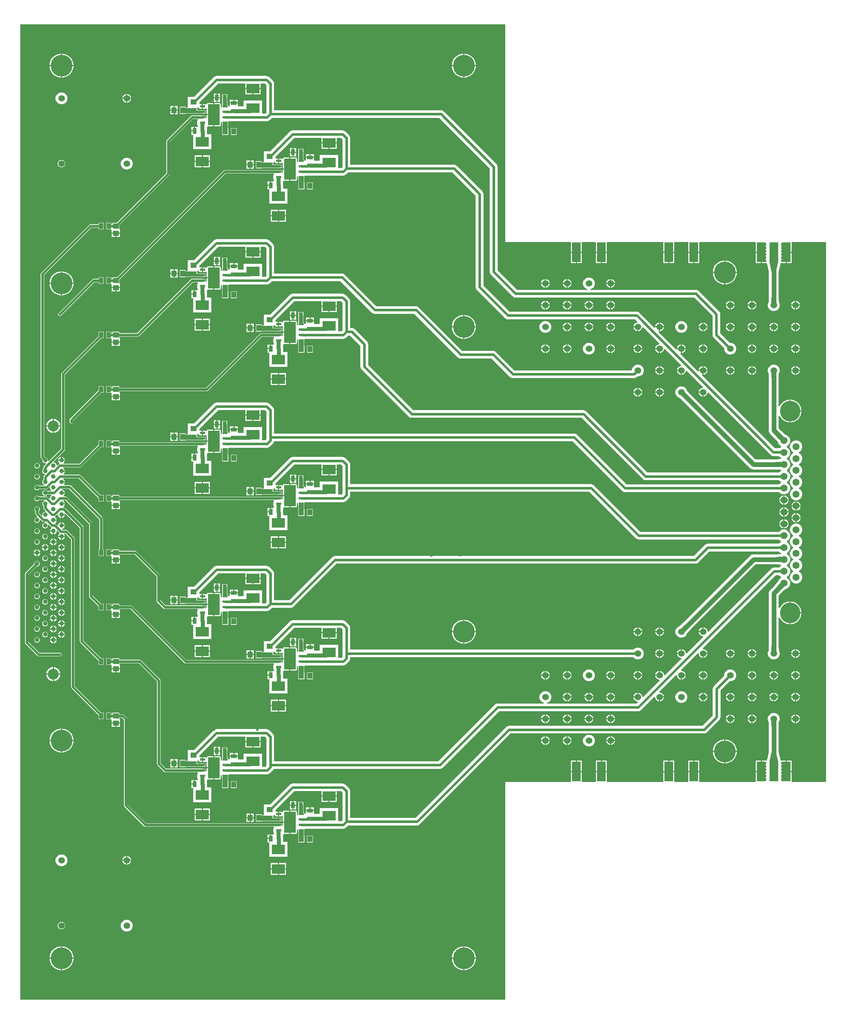
<source format=gbr>
%TF.GenerationSoftware,Altium Limited,Altium Designer,25.0.2 (28)*%
G04 Layer_Physical_Order=1*
G04 Layer_Color=255*
%FSLAX45Y45*%
%MOMM*%
%TF.SameCoordinates,BFBE90A8-51B7-47FB-822D-EC39B52C7656*%
%TF.FilePolarity,Positive*%
%TF.FileFunction,Copper,L1,Top,Signal*%
%TF.Part,Single*%
G01*
G75*
%TA.AperFunction,SMDPad,CuDef*%
%ADD10R,2.03200X4.57200*%
%ADD11R,1.45000X1.20000*%
%ADD12R,1.20000X1.45000*%
%ADD13R,0.95000X1.40000*%
%TA.AperFunction,SMDPad,SMDef*%
G04:AMPARAMS|DCode=14|XSize=2.74681mm|YSize=4.9mm|CornerRadius=0.05494mm|HoleSize=0mm|Usage=FLASHONLY|Rotation=0.000|XOffset=0mm|YOffset=0mm|HoleType=Round|Shape=RoundedRectangle|*
%AMROUNDEDRECTD14*
21,1,2.74681,4.79013,0,0,0.0*
21,1,2.63694,4.90000,0,0,0.0*
1,1,0.10987,1.31847,-2.39507*
1,1,0.10987,-1.31847,-2.39507*
1,1,0.10987,-1.31847,2.39507*
1,1,0.10987,1.31847,2.39507*
%
%ADD14ROUNDEDRECTD14*%
%TA.AperFunction,SMDPad,CuDef*%
G04:AMPARAMS|DCode=15|XSize=0.55mm|YSize=1.25mm|CornerRadius=0.0495mm|HoleSize=0mm|Usage=FLASHONLY|Rotation=90.000|XOffset=0mm|YOffset=0mm|HoleType=Round|Shape=RoundedRectangle|*
%AMROUNDEDRECTD15*
21,1,0.55000,1.15100,0,0,90.0*
21,1,0.45100,1.25000,0,0,90.0*
1,1,0.09900,0.57550,0.22550*
1,1,0.09900,0.57550,-0.22550*
1,1,0.09900,-0.57550,-0.22550*
1,1,0.09900,-0.57550,0.22550*
%
%ADD15ROUNDEDRECTD15*%
%ADD16R,3.04800X2.28600*%
%ADD17R,1.40000X0.95000*%
%ADD18R,1.45000X1.30000*%
%ADD19R,1.00000X1.35000*%
%TA.AperFunction,Conductor*%
%ADD20C,0.55880*%
%ADD21C,0.60960*%
%ADD22C,1.09220*%
%ADD23C,1.14300*%
%ADD24C,0.93980*%
%ADD25C,1.19380*%
%ADD26C,0.38100*%
%TA.AperFunction,ComponentPad*%
%ADD27C,1.06680*%
%ADD28C,2.54000*%
%ADD29C,1.52400*%
%TA.AperFunction,ViaPad*%
%ADD30C,1.52400*%
%TA.AperFunction,ComponentPad*%
%ADD31C,1.65000*%
%ADD32C,4.80000*%
%TA.AperFunction,ViaPad*%
%ADD33C,5.08000*%
%ADD34C,0.60960*%
%ADD35C,1.27000*%
%ADD36C,0.50000*%
G36*
X20247610Y20851164D02*
X20138390D01*
X20091705Y21069604D01*
X20294295D01*
X20247610Y20851164D01*
D02*
G37*
G36*
X20250226Y20116315D02*
X20135774D01*
X20136272Y20118098D01*
X20136716Y20122256D01*
X20137448Y20137703D01*
X20138390Y20241063D01*
X20247610D01*
X20250226Y20116315D01*
D02*
G37*
G36*
X20249728Y10361902D02*
X20249284Y10357743D01*
X20248552Y10342297D01*
X20247610Y10238937D01*
X20138390D01*
X20135774Y10363685D01*
X20250226D01*
X20249728Y10361902D01*
D02*
G37*
G36*
X20294295Y9410395D02*
X20091705D01*
X20138390Y9628835D01*
X20247610D01*
X20294295Y9410395D01*
D02*
G37*
G36*
X13919200Y21539200D02*
X15455901D01*
Y21310600D01*
X15582899D01*
X15709900D01*
Y21539200D01*
X16040100D01*
Y21310600D01*
X16167101D01*
X16294099D01*
Y21539200D01*
X17614900D01*
Y21310600D01*
X17741901D01*
X17868900D01*
Y21539200D01*
X18199100D01*
Y21310600D01*
X18326100D01*
X18453101D01*
Y21539200D01*
X19773900D01*
Y21310600D01*
X19900900D01*
Y21297900D01*
X19913600D01*
Y21043900D01*
X20027901D01*
X20030440Y21024632D01*
Y21008340D01*
X20041240D01*
X20076433Y20843675D01*
Y20242563D01*
X20076237Y20241629D01*
X20075308Y20139456D01*
X20075153Y20136205D01*
X20065187Y20118942D01*
X20055840Y20084058D01*
Y20047943D01*
X20065187Y20013058D01*
X20083244Y19981783D01*
X20108781Y19956245D01*
X20140057Y19938187D01*
X20174944Y19928841D01*
X20211057D01*
X20245943Y19938187D01*
X20277219Y19956245D01*
X20302756Y19981783D01*
X20320813Y20013058D01*
X20330161Y20047943D01*
Y20084058D01*
X20320813Y20118942D01*
X20312019Y20134174D01*
X20309750Y20242366D01*
X20309567Y20243198D01*
Y20843675D01*
X20344760Y21008340D01*
X20355560D01*
Y21024632D01*
X20358099Y21043900D01*
X20472400D01*
Y21297900D01*
X20485100D01*
Y21310600D01*
X20612100D01*
Y21539200D01*
X21412199D01*
Y8940800D01*
X20612100D01*
Y9169400D01*
X20485100D01*
Y9182100D01*
X20472400D01*
Y9436100D01*
X20358099D01*
X20355560Y9455368D01*
Y9471660D01*
X20344760D01*
X20309567Y9636325D01*
Y10237437D01*
X20309763Y10238371D01*
X20310692Y10340544D01*
X20310847Y10343796D01*
X20320813Y10361058D01*
X20330161Y10395943D01*
Y10432057D01*
X20320813Y10466942D01*
X20302756Y10498218D01*
X20277219Y10523755D01*
X20245943Y10541813D01*
X20211057Y10551160D01*
X20174944D01*
X20140057Y10541813D01*
X20108781Y10523755D01*
X20083244Y10498218D01*
X20065187Y10466942D01*
X20055840Y10432057D01*
Y10395943D01*
X20065187Y10361058D01*
X20073981Y10345827D01*
X20076250Y10237634D01*
X20076433Y10236803D01*
Y9636325D01*
X20041240Y9471660D01*
X20030440D01*
Y9455368D01*
X20027901Y9436100D01*
X19913600D01*
Y9182100D01*
X19900900D01*
Y9169400D01*
X19773900D01*
Y8940800D01*
X18453101D01*
Y9169400D01*
X18326100D01*
X18199100D01*
Y8940800D01*
X17868900D01*
Y9169400D01*
X17741901D01*
Y9182100D01*
D01*
Y9169400D01*
X17614900D01*
Y8940800D01*
X16294099D01*
Y9169400D01*
X16167099D01*
X16040099D01*
Y8940800D01*
X15709898D01*
Y9169400D01*
X15582899D01*
X15455899D01*
Y8940800D01*
X13919200D01*
Y3860800D01*
X2590800D01*
Y26619199D01*
X13919200D01*
Y21539200D01*
D02*
G37*
%LPC*%
G36*
X12975989Y25933401D02*
X12966701D01*
Y25666699D01*
X13233400D01*
Y25675989D01*
X13226520Y25719427D01*
X13212930Y25761252D01*
X13192964Y25800436D01*
X13167114Y25836017D01*
X13136017Y25867114D01*
X13100436Y25892963D01*
X13061252Y25912930D01*
X13019426Y25926520D01*
X12975989Y25933401D01*
D02*
G37*
G36*
X12941299D02*
X12932011D01*
X12888574Y25926520D01*
X12846748Y25912930D01*
X12807562Y25892963D01*
X12771983Y25867114D01*
X12740886Y25836017D01*
X12715036Y25800436D01*
X12695070Y25761252D01*
X12681480Y25719427D01*
X12674600Y25675989D01*
Y25666699D01*
X12941299D01*
Y25933401D01*
D02*
G37*
G36*
X3577989D02*
X3568700D01*
Y25666699D01*
X3835400D01*
Y25675989D01*
X3828520Y25719427D01*
X3814930Y25761252D01*
X3794964Y25800436D01*
X3769114Y25836017D01*
X3738017Y25867114D01*
X3702437Y25892963D01*
X3663252Y25912930D01*
X3621426Y25926520D01*
X3577989Y25933401D01*
D02*
G37*
G36*
X3543300D02*
X3534011D01*
X3490574Y25926520D01*
X3448748Y25912930D01*
X3409563Y25892963D01*
X3373983Y25867114D01*
X3342886Y25836017D01*
X3317036Y25800436D01*
X3297070Y25761252D01*
X3283480Y25719427D01*
X3276600Y25675989D01*
Y25666699D01*
X3543300D01*
Y25933401D01*
D02*
G37*
G36*
X13233400Y25641299D02*
X12966701D01*
Y25374600D01*
X12975989D01*
X13019426Y25381480D01*
X13061252Y25395070D01*
X13100436Y25415036D01*
X13136017Y25440886D01*
X13167114Y25471983D01*
X13192964Y25507562D01*
X13212930Y25546748D01*
X13226520Y25588574D01*
X13233400Y25632010D01*
Y25641299D01*
D02*
G37*
G36*
X12941299D02*
X12674600D01*
Y25632010D01*
X12681480Y25588574D01*
X12695070Y25546748D01*
X12715036Y25507562D01*
X12740886Y25471983D01*
X12771983Y25440886D01*
X12807562Y25415036D01*
X12846748Y25395070D01*
X12888574Y25381480D01*
X12932011Y25374600D01*
X12941299D01*
Y25641299D01*
D02*
G37*
G36*
X3835400D02*
X3568700D01*
Y25374600D01*
X3577989D01*
X3621426Y25381480D01*
X3663252Y25395070D01*
X3702437Y25415036D01*
X3738017Y25440886D01*
X3769114Y25471983D01*
X3794964Y25507562D01*
X3814930Y25546748D01*
X3828520Y25588574D01*
X3835400Y25632010D01*
Y25641299D01*
D02*
G37*
G36*
X3543300D02*
X3276600D01*
Y25632010D01*
X3283480Y25588574D01*
X3297070Y25546748D01*
X3317036Y25507562D01*
X3342886Y25471983D01*
X3373983Y25440886D01*
X3409563Y25415036D01*
X3448748Y25395070D01*
X3490574Y25381480D01*
X3534011Y25374600D01*
X3543300D01*
Y25641299D01*
D02*
G37*
G36*
X8204200Y25107899D02*
X8039100D01*
Y24980901D01*
X8204200D01*
Y25107899D01*
D02*
G37*
G36*
X8013700D02*
X7848600D01*
Y24980901D01*
X8013700D01*
Y25107899D01*
D02*
G37*
G36*
X7257500Y25000101D02*
X7197300D01*
Y24917400D01*
X7257500D01*
Y25000101D01*
D02*
G37*
G36*
X7171900D02*
X7111700D01*
Y24917400D01*
X7171900D01*
Y25000101D01*
D02*
G37*
G36*
X5093376Y24993600D02*
X5092700D01*
Y24904700D01*
X5181600D01*
Y24905376D01*
X5174676Y24931216D01*
X5161300Y24954384D01*
X5142384Y24973300D01*
X5119216Y24986676D01*
X5093376Y24993600D01*
D02*
G37*
G36*
X5067300D02*
X5066624D01*
X5040784Y24986676D01*
X5017616Y24973300D01*
X4998700Y24954384D01*
X4985324Y24931216D01*
X4978400Y24905376D01*
Y24904700D01*
X5067300D01*
Y24993600D01*
D02*
G37*
G36*
X7257500Y24892000D02*
X7197300D01*
Y24809300D01*
X7257500D01*
Y24892000D01*
D02*
G37*
G36*
X7171900D02*
X7111700D01*
Y24809300D01*
X7171900D01*
Y24892000D01*
D02*
G37*
G36*
X7677300Y24854201D02*
X7594601D01*
Y24794000D01*
X7677300D01*
Y24854201D01*
D02*
G37*
G36*
X7569201D02*
X7486500D01*
Y24794000D01*
X7569201D01*
Y24854201D01*
D02*
G37*
G36*
X5181600Y24879300D02*
X5092700D01*
Y24790401D01*
X5093376D01*
X5119216Y24797324D01*
X5142384Y24810699D01*
X5161300Y24829616D01*
X5174676Y24852785D01*
X5181600Y24878624D01*
Y24879300D01*
D02*
G37*
G36*
X5067300D02*
X4978400D01*
Y24878624D01*
X4985324Y24852785D01*
X4998700Y24829616D01*
X5017616Y24810699D01*
X5040784Y24797324D01*
X5066624Y24790401D01*
X5067300D01*
Y24879300D01*
D02*
G37*
G36*
X3574057Y25029160D02*
X3537943D01*
X3503058Y25019814D01*
X3471782Y25001755D01*
X3446245Y24976218D01*
X3428187Y24944942D01*
X3418840Y24910057D01*
Y24873943D01*
X3428187Y24839058D01*
X3446245Y24807782D01*
X3471782Y24782245D01*
X3503058Y24764188D01*
X3537943Y24754840D01*
X3574057D01*
X3608942Y24764188D01*
X3640218Y24782245D01*
X3665755Y24807782D01*
X3683813Y24839058D01*
X3693160Y24873943D01*
Y24910057D01*
X3683813Y24944942D01*
X3665755Y24976218D01*
X3640218Y25001755D01*
X3608942Y25019814D01*
X3574057Y25029160D01*
D02*
G37*
G36*
X7099300Y24782005D02*
X6980153D01*
X6968099Y24779608D01*
X6957880Y24772780D01*
X6951052Y24762561D01*
X6949035Y24752419D01*
X6943070Y24749211D01*
X6941330Y24748808D01*
X6928334Y24746330D01*
X6918892Y24752638D01*
X6907050Y24754994D01*
X6862200D01*
Y24701500D01*
Y24648006D01*
X6907050D01*
X6918892Y24650362D01*
X6928334Y24656670D01*
X6931997Y24655972D01*
X6948654Y24650012D01*
Y24523700D01*
X7099300D01*
Y24782005D01*
D02*
G37*
G36*
X6271900Y24710500D02*
X6199200D01*
Y24625301D01*
X6271900D01*
Y24710500D01*
D02*
G37*
G36*
X6173800D02*
X6101100D01*
Y24625301D01*
X6173800D01*
Y24710500D01*
D02*
G37*
G36*
X8343900Y25413467D02*
X7176900D01*
X7153692Y25410413D01*
X7132066Y25401454D01*
X7113496Y25387204D01*
X6648751Y24922459D01*
X6508640D01*
Y24692273D01*
X6508640Y24680540D01*
X6491877Y24671953D01*
X6456660D01*
Y24695261D01*
X6316340D01*
Y24529939D01*
X6456660D01*
Y24531047D01*
X6642100D01*
X6644325Y24531340D01*
X6724760D01*
Y24536093D01*
X6790747D01*
X6791950Y24535596D01*
X6907050D01*
X6918615Y24540385D01*
X6923405Y24551950D01*
Y24597050D01*
X6918615Y24608614D01*
X6907050Y24613405D01*
X6850979D01*
X6849060Y24613786D01*
X6724760D01*
X6724760Y24671660D01*
X6741402Y24680540D01*
X6759415D01*
X6761005Y24678951D01*
X6763361Y24667108D01*
X6770069Y24657069D01*
X6780108Y24650362D01*
X6791950Y24648006D01*
X6836800D01*
Y24701500D01*
Y24754994D01*
X6791950D01*
X6775560Y24772179D01*
Y24795651D01*
X7214041Y25234132D01*
X7848600D01*
Y25133299D01*
X8204200D01*
Y25234132D01*
X8306759D01*
X8343133Y25197758D01*
Y24560841D01*
X8319459Y24537167D01*
X8239760D01*
Y24838660D01*
X7813040D01*
Y24705692D01*
X7696498D01*
X7677300Y24708400D01*
X7677300Y24726012D01*
Y24768600D01*
X7581901D01*
X7486500D01*
X7486500Y24716362D01*
X7466987Y24706451D01*
X7449995Y24711945D01*
X7448405Y24724030D01*
Y24724049D01*
X7443615Y24735614D01*
X7432050Y24740405D01*
X7428380D01*
Y24904190D01*
X7427260Y24909819D01*
Y24984860D01*
X7311940D01*
Y24904691D01*
X7311840Y24904190D01*
Y24738287D01*
X7305385Y24735614D01*
X7300595Y24724049D01*
Y24680614D01*
X7297447Y24677579D01*
X7295666Y24676804D01*
X7275346Y24690114D01*
Y24750507D01*
X7272948Y24762561D01*
X7266120Y24772780D01*
X7255901Y24779608D01*
X7243847Y24782005D01*
X7124700D01*
Y24511000D01*
Y24239995D01*
X7243847D01*
X7255901Y24242392D01*
X7266120Y24249220D01*
X7272948Y24259439D01*
X7275346Y24271494D01*
Y24331886D01*
X7295666Y24345197D01*
X7297446Y24344421D01*
X7300595Y24341386D01*
Y24297951D01*
X7305385Y24286386D01*
X7310809Y24284138D01*
Y24199960D01*
X7310140D01*
Y24034641D01*
X7450460D01*
Y24199960D01*
X7446591D01*
Y24290021D01*
X7446236Y24292715D01*
X7448405Y24297951D01*
Y24343050D01*
X7464276Y24357832D01*
X8356600D01*
X8379807Y24360889D01*
X8401434Y24369846D01*
X8420004Y24384096D01*
X8469941Y24434033D01*
X12383459D01*
X13562833Y23254659D01*
Y20840700D01*
X13565887Y20817493D01*
X13574846Y20795866D01*
X13589096Y20777296D01*
X14097096Y20269296D01*
X14115666Y20255046D01*
X14137292Y20246088D01*
X14160500Y20243033D01*
X18339758D01*
X18764050Y19818742D01*
Y19373283D01*
X18767105Y19350076D01*
X18776064Y19328450D01*
X18790314Y19309879D01*
X19039841Y19060352D01*
Y19031943D01*
X19049187Y18997058D01*
X19067245Y18965782D01*
X19092783Y18940245D01*
X19124059Y18922186D01*
X19158943Y18912840D01*
X19195058D01*
X19229942Y18922186D01*
X19261218Y18940245D01*
X19286755Y18965782D01*
X19304813Y18997058D01*
X19314160Y19031943D01*
Y19068057D01*
X19304813Y19102942D01*
X19286755Y19134218D01*
X19261218Y19159755D01*
X19229942Y19177814D01*
X19195058Y19187160D01*
X19166647D01*
X18943384Y19410423D01*
Y19855882D01*
X18940329Y19879091D01*
X18931371Y19900717D01*
X18917120Y19919287D01*
X18440305Y20396104D01*
X18421735Y20410355D01*
X18400107Y20419312D01*
X18376900Y20422366D01*
X15917554D01*
X15914879Y20442686D01*
X15927942Y20446187D01*
X15959218Y20464246D01*
X15984755Y20489783D01*
X16002814Y20521059D01*
X16012160Y20555943D01*
Y20592056D01*
X16002814Y20626942D01*
X15984755Y20658218D01*
X15959218Y20683755D01*
X15927942Y20701813D01*
X15893057Y20711160D01*
X15856943D01*
X15822058Y20701813D01*
X15790782Y20683755D01*
X15765245Y20658218D01*
X15747186Y20626942D01*
X15737840Y20592056D01*
Y20555943D01*
X15747186Y20521059D01*
X15765245Y20489783D01*
X15790782Y20464246D01*
X15822058Y20446187D01*
X15835121Y20442686D01*
X15832446Y20422366D01*
X14197641D01*
X13742168Y20877841D01*
Y23291800D01*
X13739111Y23315007D01*
X13730154Y23336633D01*
X13715904Y23355203D01*
X12484004Y24587103D01*
X12465434Y24601353D01*
X12443807Y24610312D01*
X12420600Y24613367D01*
X8522467D01*
Y25234900D01*
X8519412Y25258107D01*
X8510454Y25279733D01*
X8496204Y25298305D01*
X8407304Y25387204D01*
X8388734Y25401454D01*
X8367107Y25410413D01*
X8343900Y25413467D01*
D02*
G37*
G36*
X6271900Y24599899D02*
X6199200D01*
Y24514700D01*
X6271900D01*
Y24599899D01*
D02*
G37*
G36*
X6173800D02*
X6101100D01*
Y24514700D01*
X6173800D01*
Y24599899D01*
D02*
G37*
G36*
X7099300Y24498300D02*
X6948654D01*
Y24436113D01*
X6928334Y24422803D01*
X6926553Y24423579D01*
X6923405Y24426613D01*
Y24470050D01*
X6918615Y24481615D01*
X6907050Y24486404D01*
X6862227D01*
X6849500Y24488936D01*
X6604000D01*
X6588143Y24485782D01*
X6574700Y24476801D01*
X6015900Y23917999D01*
X6006918Y23904556D01*
X6003764Y23888699D01*
Y23143864D01*
X4842560Y21982660D01*
X4743340D01*
Y21948936D01*
X4722160D01*
Y21985159D01*
X4601840D01*
Y21829840D01*
X4709047Y21829840D01*
X4722159Y21829839D01*
X4728100Y21811981D01*
Y21755202D01*
X4826000D01*
X4923900D01*
Y21832901D01*
X4908660D01*
Y21931560D01*
X6074500Y23097400D01*
X6083482Y23110843D01*
X6086637Y23126700D01*
X6086636Y23126701D01*
Y23871536D01*
X6621164Y24406064D01*
X6732506D01*
X6736955Y24400339D01*
X6741632Y24385744D01*
X6734378Y24376289D01*
X6727736Y24360255D01*
X6725471Y24343050D01*
Y24297951D01*
X6727736Y24280743D01*
X6734378Y24264711D01*
X6739508Y24258025D01*
Y24244598D01*
X6736800Y24225400D01*
X6676601D01*
Y24130000D01*
X6663901D01*
Y24117300D01*
X6591000D01*
Y24034599D01*
X6631940D01*
Y23700740D01*
X7058660D01*
Y24051260D01*
X6957781D01*
Y24130000D01*
X6957360Y24133202D01*
Y24225388D01*
X6959103Y24228146D01*
X6977680Y24240488D01*
X6980153Y24239995D01*
X7099300D01*
Y24498300D01*
D02*
G37*
G36*
X6651201Y24225400D02*
X6591000D01*
Y24142700D01*
X6651201D01*
Y24225400D01*
D02*
G37*
G36*
X7650460Y24199960D02*
X7510140D01*
Y24034641D01*
X7650460D01*
Y24199960D01*
D02*
G37*
G36*
X9982200Y23837900D02*
X9817100D01*
Y23710899D01*
X9982200D01*
Y23837900D01*
D02*
G37*
G36*
X9791700D02*
X9626600D01*
Y23710899D01*
X9791700D01*
Y23837900D01*
D02*
G37*
G36*
X9035500Y23730099D02*
X8975300D01*
Y23647400D01*
X9035500D01*
Y23730099D01*
D02*
G37*
G36*
X8949900D02*
X8889700D01*
Y23647400D01*
X8949900D01*
Y23730099D01*
D02*
G37*
G36*
X9035500Y23622000D02*
X8975300D01*
Y23539301D01*
X9035500D01*
Y23622000D01*
D02*
G37*
G36*
X8949900D02*
X8889700D01*
Y23539301D01*
X8949900D01*
Y23622000D01*
D02*
G37*
G36*
X9455300Y23584200D02*
X9372601D01*
Y23524001D01*
X9455300D01*
Y23584200D01*
D02*
G37*
G36*
X9347201D02*
X9264500D01*
Y23524001D01*
X9347201D01*
Y23584200D01*
D02*
G37*
G36*
X8877300Y23512006D02*
X8758153D01*
X8746099Y23509608D01*
X8735880Y23502780D01*
X8729052Y23492561D01*
X8727035Y23482419D01*
X8721070Y23479211D01*
X8719330Y23478807D01*
X8706334Y23476331D01*
X8696892Y23482639D01*
X8685050Y23484995D01*
X8640200D01*
Y23431500D01*
Y23378006D01*
X8685050D01*
X8696892Y23380360D01*
X8706334Y23386670D01*
X8709997Y23385973D01*
X8726654Y23380013D01*
Y23253700D01*
X8877300D01*
Y23512006D01*
D02*
G37*
G36*
X7023100Y23558501D02*
X6858000D01*
Y23431500D01*
X7023100D01*
Y23558501D01*
D02*
G37*
G36*
X6832600D02*
X6667500D01*
Y23431500D01*
X6832600D01*
Y23558501D01*
D02*
G37*
G36*
X8049900Y23440500D02*
X7977200D01*
Y23355299D01*
X8049900D01*
Y23440500D01*
D02*
G37*
G36*
X7951800D02*
X7879100D01*
Y23355299D01*
X7951800D01*
Y23440500D01*
D02*
G37*
G36*
X3567370Y23454359D02*
X3544630D01*
X3522666Y23448476D01*
X3502974Y23437105D01*
X3486895Y23421027D01*
X3475525Y23401334D01*
X3469640Y23379370D01*
Y23356630D01*
X3475525Y23334666D01*
X3486895Y23314973D01*
X3502974Y23298895D01*
X3522666Y23287524D01*
X3544630Y23281641D01*
X3567370D01*
X3589334Y23287524D01*
X3609026Y23298895D01*
X3625105Y23314973D01*
X3636475Y23334666D01*
X3642360Y23356630D01*
Y23379370D01*
X3636475Y23401334D01*
X3625105Y23421027D01*
X3609026Y23437105D01*
X3589334Y23448476D01*
X3567370Y23454359D01*
D02*
G37*
G36*
X7023100Y23406100D02*
X6858000D01*
Y23279100D01*
X7023100D01*
Y23406100D01*
D02*
G37*
G36*
X6832600D02*
X6667500D01*
Y23279100D01*
X6832600D01*
Y23406100D01*
D02*
G37*
G36*
X10121900Y24143468D02*
X8954900D01*
X8931692Y24140411D01*
X8910066Y24131454D01*
X8891496Y24117204D01*
X8426751Y23652460D01*
X8286640D01*
Y23422273D01*
X8286640Y23410539D01*
X8269877Y23401953D01*
X8234660D01*
Y23425259D01*
X8094340D01*
Y23259940D01*
X8234660D01*
Y23261047D01*
X8420100D01*
X8422325Y23261340D01*
X8502760D01*
Y23266093D01*
X8568747D01*
X8569950Y23265594D01*
X8685050D01*
X8696615Y23270386D01*
X8701405Y23281950D01*
Y23327049D01*
X8696615Y23338614D01*
X8685050Y23343405D01*
X8628979D01*
X8627060Y23343787D01*
X8502760D01*
X8502760Y23401660D01*
X8519402Y23410539D01*
X8537415D01*
X8539005Y23408949D01*
X8541361Y23397108D01*
X8548069Y23387070D01*
X8558108Y23380360D01*
X8569950Y23378006D01*
X8614800D01*
Y23431500D01*
Y23484995D01*
X8569950D01*
X8553560Y23502179D01*
Y23525652D01*
X8992041Y23964133D01*
X9626600D01*
Y23863300D01*
X9982200D01*
Y23964133D01*
X10084759D01*
X10121133Y23927759D01*
Y23290842D01*
X10097459Y23267168D01*
X10017760D01*
Y23568660D01*
X9591040D01*
Y23435692D01*
X9474498D01*
X9455300Y23438400D01*
X9455300Y23456012D01*
Y23498601D01*
X9359901D01*
X9264500D01*
X9264500Y23446362D01*
X9244987Y23436452D01*
X9227995Y23441943D01*
X9226405Y23454030D01*
Y23454050D01*
X9221615Y23465614D01*
X9210050Y23470406D01*
X9206380D01*
Y23634190D01*
X9205260Y23639819D01*
Y23714861D01*
X9089940D01*
Y23634691D01*
X9089840Y23634190D01*
Y23468288D01*
X9083385Y23465614D01*
X9078595Y23454050D01*
Y23410612D01*
X9075447Y23407579D01*
X9073666Y23406802D01*
X9053346Y23420114D01*
Y23480507D01*
X9050948Y23492561D01*
X9044120Y23502780D01*
X9033901Y23509608D01*
X9021847Y23512006D01*
X8902700D01*
Y23241000D01*
Y22969995D01*
X9021847D01*
X9033901Y22972392D01*
X9044120Y22979221D01*
X9050948Y22989439D01*
X9053346Y23001492D01*
Y23061887D01*
X9073666Y23075197D01*
X9075446Y23074422D01*
X9078595Y23071387D01*
Y23027950D01*
X9083385Y23016386D01*
X9088809Y23014139D01*
Y22929961D01*
X9088140D01*
Y22764639D01*
X9228460D01*
Y22929961D01*
X9224591D01*
Y23020020D01*
X9224236Y23022716D01*
X9226405Y23027950D01*
Y23073050D01*
X9242276Y23087833D01*
X10134600D01*
X10157807Y23090887D01*
X10179434Y23099846D01*
X10198004Y23114096D01*
X10247941Y23164034D01*
X12688259D01*
X13232632Y22619659D01*
Y20485100D01*
X13235687Y20461893D01*
X13244646Y20440266D01*
X13258896Y20421696D01*
X13919296Y19761296D01*
X13937866Y19747046D01*
X13959492Y19738087D01*
X13982700Y19735033D01*
X16955460D01*
X17012318Y19678174D01*
X17009119Y19670453D01*
X17002676Y19659077D01*
X16978784Y19652676D01*
X16955617Y19639301D01*
X16936700Y19620384D01*
X16923325Y19597215D01*
X16916400Y19571376D01*
Y19570700D01*
X17017999D01*
Y19558000D01*
X17030701D01*
Y19456400D01*
X17031377D01*
X17057216Y19463324D01*
X17080383Y19476700D01*
X17099300Y19495616D01*
X17112675Y19518784D01*
X17119078Y19542676D01*
X17130453Y19549120D01*
X17138174Y19552318D01*
X17520319Y19170174D01*
X17517119Y19162453D01*
X17510677Y19151077D01*
X17486784Y19144676D01*
X17463615Y19131300D01*
X17444701Y19112384D01*
X17431323Y19089217D01*
X17424400Y19063376D01*
Y19062700D01*
X17525999D01*
Y19050000D01*
X17538699D01*
Y18948399D01*
X17539375D01*
X17565216Y18955324D01*
X17588383Y18968700D01*
X17607300Y18987616D01*
X17620676Y19010783D01*
X17627078Y19034676D01*
X17638454Y19041119D01*
X17646175Y19044318D01*
X18028317Y18662173D01*
X18025119Y18654453D01*
X18018677Y18643079D01*
X17994785Y18636676D01*
X17971616Y18623300D01*
X17952699Y18604384D01*
X17939323Y18581216D01*
X17932401Y18555376D01*
Y18554700D01*
X18034000D01*
Y18542000D01*
X18046700D01*
Y18440401D01*
X18047375D01*
X18073216Y18447324D01*
X18096384Y18460699D01*
X18115300Y18479616D01*
X18128676Y18502785D01*
X18135078Y18526675D01*
X18146452Y18533119D01*
X18154173Y18536317D01*
X18536317Y18154173D01*
X18533119Y18146452D01*
X18526675Y18135078D01*
X18502785Y18128676D01*
X18479616Y18115300D01*
X18460699Y18096384D01*
X18447324Y18073216D01*
X18440401Y18047375D01*
Y18046700D01*
X18542000D01*
Y18034000D01*
X18554700D01*
Y17932401D01*
X18555376D01*
X18581216Y17939323D01*
X18604384Y17952699D01*
X18623300Y17971616D01*
X18636676Y17994785D01*
X18643079Y18018677D01*
X18654453Y18025119D01*
X18662173Y18028317D01*
X20118456Y16572035D01*
X20137027Y16557787D01*
X20158653Y16548828D01*
X20181860Y16545772D01*
X20312289D01*
X20317403Y16536914D01*
X20344113Y16510204D01*
X20364848Y16498232D01*
Y16474768D01*
X20358656Y16471193D01*
X20235089Y16464677D01*
X20234653Y16464568D01*
X19768285D01*
X18167635Y18065218D01*
X18161813Y18086942D01*
X18143755Y18118217D01*
X18118217Y18143755D01*
X18086942Y18161813D01*
X18052057Y18171159D01*
X18015942D01*
X17981058Y18161813D01*
X17949782Y18143755D01*
X17924245Y18118217D01*
X17906187Y18086942D01*
X17896840Y18052057D01*
Y18015942D01*
X17906187Y17981058D01*
X17924245Y17949782D01*
X17949782Y17924245D01*
X17981058Y17906187D01*
X18002783Y17900366D01*
X19637573Y16265576D01*
X19637573Y16265575D01*
X19661716Y16247050D01*
X19689830Y16235405D01*
X19720000Y16231433D01*
X19720003Y16231433D01*
X20237204D01*
X20238179Y16231236D01*
X20262518Y16231165D01*
X20335597Y16229454D01*
X20352908Y16228127D01*
X20364848Y16221233D01*
Y16197768D01*
X20344113Y16185797D01*
X20318983Y16160667D01*
X17240141D01*
X15811404Y17589404D01*
X15792834Y17603654D01*
X15771207Y17612611D01*
X15748000Y17615668D01*
X11771941D01*
X10719567Y18668040D01*
Y19151598D01*
X10719567Y19151601D01*
X10716512Y19174808D01*
X10707554Y19196434D01*
X10693304Y19215004D01*
X10401204Y19507104D01*
X10382634Y19521355D01*
X10361007Y19530312D01*
X10337800Y19533366D01*
X10300467D01*
Y20154900D01*
X10297412Y20178107D01*
X10288454Y20199734D01*
X10274204Y20218304D01*
X10185304Y20307204D01*
X10166734Y20321454D01*
X10145107Y20330412D01*
X10121900Y20333467D01*
X8954900D01*
X8931692Y20330412D01*
X8910066Y20321454D01*
X8891496Y20307204D01*
X8426751Y19842461D01*
X8286640D01*
Y19612273D01*
X8286640Y19600540D01*
X8269877Y19591953D01*
X8234660D01*
Y19615260D01*
X8094340D01*
Y19449940D01*
X8234660D01*
Y19451047D01*
X8420100D01*
X8422325Y19451340D01*
X8502760D01*
Y19456093D01*
X8568747D01*
X8569950Y19455595D01*
X8685050D01*
X8696615Y19460387D01*
X8701405Y19471950D01*
Y19517050D01*
X8696615Y19528613D01*
X8685050Y19533405D01*
X8628979D01*
X8627060Y19533786D01*
X8502760D01*
X8502760Y19591660D01*
X8519402Y19600540D01*
X8537415D01*
X8539005Y19598950D01*
X8541361Y19587108D01*
X8548069Y19577069D01*
X8558108Y19570361D01*
X8569950Y19568005D01*
X8614800D01*
Y19621500D01*
Y19674994D01*
X8569950D01*
X8553560Y19692178D01*
Y19715652D01*
X8992041Y20154134D01*
X9626600D01*
Y20053300D01*
X9982200D01*
Y20154134D01*
X10084759D01*
X10121133Y20117760D01*
Y19480841D01*
X10097459Y19457167D01*
X10017760D01*
Y19758659D01*
X9591040D01*
Y19625693D01*
X9474498D01*
X9455300Y19628400D01*
X9455300Y19646011D01*
Y19688602D01*
X9359901D01*
X9264500D01*
X9264500Y19636362D01*
X9244987Y19626453D01*
X9227995Y19631946D01*
X9226405Y19644031D01*
Y19644051D01*
X9221615Y19655614D01*
X9210050Y19660405D01*
X9206380D01*
Y19824190D01*
X9205260Y19829819D01*
Y19904860D01*
X9089940D01*
Y19824690D01*
X9089840Y19824190D01*
Y19658289D01*
X9083385Y19655614D01*
X9078595Y19644051D01*
Y19600613D01*
X9075447Y19597578D01*
X9073666Y19596803D01*
X9053346Y19610114D01*
Y19670506D01*
X9050948Y19682561D01*
X9044120Y19692780D01*
X9033901Y19699608D01*
X9021847Y19702005D01*
X8902700D01*
Y19431000D01*
Y19159995D01*
X9021847D01*
X9033901Y19162392D01*
X9044120Y19169220D01*
X9050948Y19179439D01*
X9053346Y19191493D01*
Y19251888D01*
X9073666Y19265198D01*
X9075446Y19264421D01*
X9078595Y19261388D01*
Y19217950D01*
X9083385Y19206386D01*
X9088809Y19204140D01*
Y19119960D01*
X9088140D01*
Y18954640D01*
X9228460D01*
Y19119960D01*
X9224591D01*
Y19210020D01*
X9224236Y19212715D01*
X9226405Y19217950D01*
Y19263049D01*
X9242276Y19277834D01*
X10134600D01*
X10157807Y19280888D01*
X10179434Y19289845D01*
X10198004Y19304095D01*
X10247941Y19354033D01*
X10300659D01*
X10540233Y19114459D01*
Y18630901D01*
X10543288Y18607693D01*
X10552246Y18586066D01*
X10566496Y18567496D01*
X11671396Y17462596D01*
X11689966Y17448346D01*
X11711593Y17439388D01*
X11734800Y17436333D01*
X15710860D01*
X17139597Y16007596D01*
X17158167Y15993346D01*
X17179791Y15984389D01*
X17203000Y15981332D01*
X17203001Y15981332D01*
X20318983D01*
X20344113Y15956204D01*
X20364848Y15944232D01*
Y15920769D01*
X20344113Y15908797D01*
X20318983Y15883667D01*
X16755141D01*
X15595505Y17043304D01*
X15576933Y17057555D01*
X15555307Y17066512D01*
X15532100Y17069566D01*
X8522467D01*
Y17614900D01*
X8519412Y17638107D01*
X8510454Y17659734D01*
X8496204Y17678304D01*
X8407304Y17767204D01*
X8388734Y17781454D01*
X8367107Y17790411D01*
X8343900Y17793468D01*
X7176900D01*
X7153692Y17790411D01*
X7132066Y17781454D01*
X7113496Y17767204D01*
X6648751Y17302460D01*
X6508640D01*
Y17072273D01*
X6508640Y17060539D01*
X6491877Y17051953D01*
X6456660D01*
Y17075259D01*
X6316340D01*
Y16994826D01*
X6316047Y16992599D01*
Y16981810D01*
X6316340Y16979585D01*
Y16909940D01*
X6456660D01*
Y16911047D01*
X6642100D01*
X6644325Y16911340D01*
X6724760D01*
Y16916093D01*
X6790747D01*
X6791950Y16915594D01*
X6907050D01*
X6918615Y16920386D01*
X6923405Y16931950D01*
Y16977049D01*
X6918615Y16988614D01*
X6907050Y16993405D01*
X6850979D01*
X6849060Y16993787D01*
X6724760D01*
X6724760Y17051660D01*
X6741402Y17060539D01*
X6759415D01*
X6761005Y17058949D01*
X6763361Y17047108D01*
X6770069Y17037070D01*
X6780108Y17030360D01*
X6791950Y17028006D01*
X6836800D01*
Y17081500D01*
Y17134995D01*
X6791950D01*
X6775560Y17152179D01*
Y17175652D01*
X7214041Y17614133D01*
X7848600D01*
Y17513300D01*
X8204200D01*
Y17614133D01*
X8306759D01*
X8343133Y17577759D01*
Y16979900D01*
Y16940842D01*
X8319459Y16917168D01*
X8239760D01*
Y17218660D01*
X7813040D01*
Y17085692D01*
X7696498D01*
X7677300Y17088400D01*
X7677300Y17106012D01*
Y17148601D01*
X7581901D01*
X7486500D01*
X7486500Y17096362D01*
X7466987Y17086452D01*
X7449995Y17091946D01*
X7448405Y17104030D01*
Y17104050D01*
X7443615Y17115614D01*
X7432050Y17120406D01*
X7428380D01*
Y17284190D01*
X7427260Y17289819D01*
Y17364861D01*
X7311940D01*
Y17287766D01*
X7311330Y17284700D01*
X7311840Y17282137D01*
Y17118288D01*
X7305385Y17115614D01*
X7300595Y17104050D01*
Y17060612D01*
X7297447Y17057579D01*
X7295666Y17056802D01*
X7275346Y17070114D01*
Y17130507D01*
X7272948Y17142561D01*
X7266120Y17152780D01*
X7255901Y17159608D01*
X7243847Y17162006D01*
X7124700D01*
Y16891000D01*
Y16619995D01*
X7243847D01*
X7255901Y16622392D01*
X7266120Y16629221D01*
X7272948Y16639439D01*
X7275346Y16651492D01*
Y16711887D01*
X7295666Y16725197D01*
X7297446Y16724422D01*
X7300595Y16721387D01*
Y16677950D01*
X7305385Y16666386D01*
X7310809Y16664139D01*
Y16579961D01*
X7310140D01*
Y16414639D01*
X7450460D01*
Y16579961D01*
X7446591D01*
Y16670020D01*
X7446236Y16672716D01*
X7448405Y16677950D01*
Y16723050D01*
X7464276Y16737833D01*
X8356600D01*
X8379807Y16740887D01*
X8401434Y16749846D01*
X8420004Y16764096D01*
X8496204Y16840295D01*
X8510454Y16858865D01*
X8519412Y16880493D01*
X8520694Y16890233D01*
X15494958D01*
X16654596Y15730595D01*
X16673166Y15716347D01*
X16694792Y15707388D01*
X16717999Y15704333D01*
X20318983D01*
X20344113Y15679204D01*
X20376826Y15660316D01*
X20413313Y15650540D01*
X20451086D01*
X20487573Y15660316D01*
X20520287Y15679204D01*
X20546996Y15705914D01*
X20565883Y15738628D01*
X20575661Y15775113D01*
Y15812888D01*
X20565883Y15849374D01*
X20546996Y15882088D01*
X20520287Y15908797D01*
X20499551Y15920769D01*
Y15944232D01*
X20520287Y15956204D01*
X20546996Y15982915D01*
X20565883Y16015627D01*
X20575661Y16052113D01*
Y16089886D01*
X20565883Y16126373D01*
X20546996Y16159087D01*
X20520287Y16185797D01*
X20499551Y16197768D01*
Y16221233D01*
X20520287Y16233203D01*
X20546996Y16259914D01*
X20565883Y16292627D01*
X20575661Y16329112D01*
Y16366887D01*
X20565883Y16403374D01*
X20546996Y16436087D01*
X20520287Y16462798D01*
X20499551Y16474768D01*
Y16498232D01*
X20520287Y16510204D01*
X20546996Y16536914D01*
X20565883Y16569626D01*
X20575661Y16606113D01*
Y16643887D01*
X20565883Y16680374D01*
X20546996Y16713086D01*
X20520287Y16739796D01*
X20499551Y16751768D01*
Y16775232D01*
X20520287Y16787202D01*
X20546996Y16813914D01*
X20565883Y16846626D01*
X20575661Y16883113D01*
Y16920888D01*
X20565883Y16957375D01*
X20546996Y16990086D01*
X20520287Y17016797D01*
X20487573Y17035683D01*
X20467307Y17041113D01*
X20375327Y17123882D01*
X20374939Y17124112D01*
X20309567Y17189484D01*
Y17475198D01*
X20313133Y17478020D01*
X20338794Y17472417D01*
X20347209Y17455901D01*
X20371764Y17422104D01*
X20401303Y17392564D01*
X20435100Y17368010D01*
X20472322Y17349043D01*
X20512051Y17336134D01*
X20553313Y17329601D01*
X20561501D01*
Y17595001D01*
Y17860400D01*
X20553313D01*
X20512051Y17853865D01*
X20472322Y17840956D01*
X20435100Y17821991D01*
X20401303Y17797437D01*
X20371764Y17767897D01*
X20347209Y17734100D01*
X20338794Y17717584D01*
X20313133Y17711980D01*
X20309567Y17714803D01*
Y18365437D01*
X20309763Y18366371D01*
X20310692Y18468544D01*
X20310847Y18471796D01*
X20320813Y18489058D01*
X20330161Y18523943D01*
Y18560057D01*
X20320813Y18594942D01*
X20302756Y18626218D01*
X20277219Y18651755D01*
X20245943Y18669814D01*
X20211057Y18679160D01*
X20174944D01*
X20140057Y18669814D01*
X20108781Y18651755D01*
X20083244Y18626218D01*
X20065187Y18594942D01*
X20055840Y18560057D01*
Y18523943D01*
X20065187Y18489058D01*
X20073981Y18473827D01*
X20076250Y18365634D01*
X20076433Y18364803D01*
Y17141200D01*
X20080405Y17111031D01*
X20092050Y17082916D01*
X20110574Y17058774D01*
X20211893Y16957457D01*
X20212440Y16956628D01*
X20229607Y16939363D01*
X20280067Y16886484D01*
X20291370Y16873303D01*
X20298515Y16846626D01*
X20317403Y16813914D01*
X20344113Y16787202D01*
X20364848Y16775232D01*
Y16751768D01*
X20344113Y16739796D01*
X20329424Y16725107D01*
X20219002D01*
X18523326Y18420782D01*
X18526128Y18431155D01*
X18529300Y18435799D01*
Y18529300D01*
X18435799D01*
X18431155Y18526128D01*
X18420782Y18523326D01*
X18015326Y18928783D01*
X18018127Y18939156D01*
X18021300Y18943797D01*
Y19037300D01*
X17927798D01*
X17923155Y19034126D01*
X17912782Y19031326D01*
X17507326Y19436783D01*
X17510127Y19447156D01*
X17513300Y19451797D01*
Y19545300D01*
X17419798D01*
X17415155Y19542126D01*
X17404784Y19539326D01*
X17056004Y19888104D01*
X17037434Y19902354D01*
X17015807Y19911311D01*
X16992599Y19914368D01*
X14019841D01*
X13411967Y20522241D01*
Y22656799D01*
X13408913Y22680006D01*
X13399954Y22701634D01*
X13385704Y22720204D01*
X12788804Y23317104D01*
X12770234Y23331354D01*
X12748607Y23340312D01*
X12725400Y23343367D01*
X10300467D01*
Y23964900D01*
X10297412Y23988107D01*
X10288454Y24009734D01*
X10274204Y24028304D01*
X10185304Y24117204D01*
X10166734Y24131454D01*
X10145107Y24140411D01*
X10121900Y24143468D01*
D02*
G37*
G36*
X8049900Y23329900D02*
X7977200D01*
Y23244701D01*
X8049900D01*
Y23329900D01*
D02*
G37*
G36*
X7951800D02*
X7879100D01*
Y23244701D01*
X7951800D01*
Y23329900D01*
D02*
G37*
G36*
X5098057Y23505161D02*
X5061943D01*
X5027058Y23495813D01*
X4995782Y23477756D01*
X4970245Y23452219D01*
X4952187Y23420943D01*
X4942840Y23386057D01*
Y23349944D01*
X4952187Y23315057D01*
X4970245Y23283781D01*
X4995782Y23258244D01*
X5027058Y23240187D01*
X5061943Y23230840D01*
X5098057D01*
X5132942Y23240187D01*
X5164218Y23258244D01*
X5189755Y23283781D01*
X5207813Y23315057D01*
X5217160Y23349944D01*
Y23386057D01*
X5207813Y23420943D01*
X5189755Y23452219D01*
X5164218Y23477756D01*
X5132942Y23495813D01*
X5098057Y23505161D01*
D02*
G37*
G36*
X8877300Y23228300D02*
X8726654D01*
Y23166113D01*
X8706334Y23152802D01*
X8704553Y23153580D01*
X8701405Y23156613D01*
Y23200050D01*
X8696615Y23211613D01*
X8685050Y23216405D01*
X8569950D01*
X8569809Y23216347D01*
X7373499D01*
X7358633Y23213390D01*
X7346031Y23204968D01*
X4853723Y20712662D01*
X4743340D01*
Y20678937D01*
X4722160D01*
Y20715160D01*
X4601840D01*
Y20559840D01*
X4709047Y20559840D01*
X4722159Y20559839D01*
X4728100Y20541982D01*
Y20485202D01*
X4826000D01*
X4923900D01*
Y20562901D01*
X4908660D01*
Y20657724D01*
X7389590Y23138654D01*
X8513798D01*
X8520162Y23125711D01*
X8521619Y23118333D01*
X8512378Y23106290D01*
X8505736Y23090256D01*
X8503471Y23073050D01*
Y23027950D01*
X8505736Y23010744D01*
X8512378Y22994711D01*
X8517508Y22988023D01*
Y22974599D01*
X8514800Y22955400D01*
X8454601D01*
Y22860001D01*
X8441901D01*
Y22847301D01*
X8369000D01*
Y22764600D01*
X8409940D01*
Y22430740D01*
X8836660D01*
Y22781261D01*
X8735781D01*
Y22860001D01*
X8735360Y22863200D01*
Y22955386D01*
X8737103Y22958147D01*
X8755680Y22970486D01*
X8758153Y22969995D01*
X8877300D01*
Y23228300D01*
D02*
G37*
G36*
X8429201Y22955400D02*
X8369000D01*
Y22872701D01*
X8429201D01*
Y22955400D01*
D02*
G37*
G36*
X9428460Y22929961D02*
X9288140D01*
Y22764639D01*
X9428460D01*
Y22929961D01*
D02*
G37*
G36*
X8801100Y22288499D02*
X8636000D01*
Y22161501D01*
X8801100D01*
Y22288499D01*
D02*
G37*
G36*
X8610600D02*
X8445500D01*
Y22161501D01*
X8610600D01*
Y22288499D01*
D02*
G37*
G36*
X8801100Y22136099D02*
X8636000D01*
Y22009100D01*
X8801100D01*
Y22136099D01*
D02*
G37*
G36*
X8610600D02*
X8445500D01*
Y22009100D01*
X8610600D01*
Y22136099D01*
D02*
G37*
G36*
X4542160Y21985159D02*
X4421840D01*
Y21948936D01*
X4229100D01*
X4213243Y21945782D01*
X4199800Y21936800D01*
X3082200Y20819200D01*
X3073218Y20805757D01*
X3070064Y20789900D01*
Y16517770D01*
X3073218Y16501913D01*
X3082200Y16488470D01*
X3111511Y16459158D01*
X3111500Y16459131D01*
Y16433868D01*
X3121167Y16410530D01*
X3139030Y16392667D01*
X3162369Y16383000D01*
X3187631D01*
X3190418Y16384154D01*
X3201928Y16366928D01*
X3145700Y16310699D01*
X3136718Y16297256D01*
X3133564Y16281400D01*
Y16240866D01*
X3121167Y16228470D01*
X3111500Y16205132D01*
Y16179869D01*
X3121167Y16156531D01*
X3139030Y16138667D01*
X3162369Y16128999D01*
X3163863D01*
X3172280Y16108681D01*
X3145700Y16082100D01*
X3136718Y16068657D01*
X3133564Y16052800D01*
Y15986867D01*
X3121167Y15974471D01*
X3111500Y15951131D01*
Y15925870D01*
X3121167Y15902530D01*
X3139030Y15884666D01*
X3155823Y15877711D01*
X3164246Y15859764D01*
X3164873Y15854680D01*
X3163708Y15852936D01*
X3032866D01*
X3020470Y15865334D01*
X2997131Y15875000D01*
X2971869D01*
X2948530Y15865334D01*
X2930667Y15847470D01*
X2921000Y15824130D01*
Y15798869D01*
X2930667Y15775529D01*
X2948530Y15757668D01*
X2971869Y15748000D01*
X2997131D01*
X3020470Y15757668D01*
X3032866Y15770064D01*
X3200400D01*
X3216257Y15773218D01*
X3229700Y15782201D01*
X3266440Y15818941D01*
X3286760Y15810522D01*
Y15801134D01*
X3292126Y15781107D01*
X3302492Y15763153D01*
X3317153Y15748492D01*
X3321025Y15746255D01*
X3315580Y15725935D01*
X3223366D01*
X3210970Y15738333D01*
X3187631Y15748000D01*
X3162369D01*
X3139030Y15738333D01*
X3121167Y15720470D01*
X3111500Y15697131D01*
Y15671869D01*
X3121167Y15648531D01*
X3139030Y15630667D01*
X3162369Y15621001D01*
X3187631D01*
X3210970Y15630667D01*
X3223366Y15643063D01*
X3315580D01*
X3321025Y15622745D01*
X3317153Y15620508D01*
X3302492Y15605847D01*
X3292126Y15587894D01*
X3286760Y15567867D01*
Y15558476D01*
X3266440Y15550060D01*
X3229700Y15586800D01*
X3216257Y15595782D01*
X3200400Y15598936D01*
X3032866D01*
X3020470Y15611333D01*
X2997131Y15621001D01*
X2971869D01*
X2948530Y15611333D01*
X2930667Y15593469D01*
X2921000Y15570131D01*
Y15544868D01*
X2930667Y15521530D01*
X2948530Y15503667D01*
X2971869Y15494000D01*
X2997131D01*
X3020470Y15503667D01*
X3032866Y15516064D01*
X3163708D01*
X3164873Y15514320D01*
X3164246Y15509236D01*
X3155823Y15491289D01*
X3139030Y15484332D01*
X3121167Y15466470D01*
X3111500Y15443130D01*
Y15417870D01*
X3121167Y15394530D01*
X3133564Y15382133D01*
Y15328900D01*
X3136718Y15313043D01*
X3145700Y15299600D01*
X3184980Y15260320D01*
X3176563Y15239999D01*
X3162369D01*
X3139030Y15230333D01*
X3121167Y15212469D01*
X3111500Y15189131D01*
Y15163869D01*
X3112654Y15161082D01*
X3095428Y15149573D01*
X3025936Y15219064D01*
Y15255135D01*
X3038333Y15267529D01*
X3048000Y15290869D01*
Y15316132D01*
X3038333Y15339470D01*
X3020470Y15357333D01*
X2997131Y15367000D01*
X2971869D01*
X2948530Y15357333D01*
X2930667Y15339470D01*
X2921000Y15316132D01*
Y15290869D01*
X2930667Y15267529D01*
X2943064Y15255135D01*
Y15201900D01*
X2946218Y15186043D01*
X2955200Y15172600D01*
X2994480Y15133321D01*
X2986063Y15113000D01*
X2971869D01*
X2948530Y15103333D01*
X2930667Y15085471D01*
X2921000Y15062131D01*
Y15036868D01*
X2930667Y15013530D01*
X2948530Y14995667D01*
X2971869Y14986000D01*
X2997131D01*
X3020470Y14995667D01*
X3038333Y15013530D01*
X3048000Y15036868D01*
Y15051064D01*
X3068320Y15059480D01*
X3107600Y15020200D01*
X3121043Y15011218D01*
X3136900Y15008064D01*
X3181492D01*
X3182424Y15006320D01*
X3170245Y14986000D01*
X3162369D01*
X3139030Y14976334D01*
X3121167Y14958470D01*
X3111500Y14935130D01*
Y14909869D01*
X3121167Y14886530D01*
X3139030Y14868668D01*
X3162369Y14859000D01*
X3187631D01*
X3210970Y14868668D01*
X3228833Y14886530D01*
X3238500Y14909869D01*
Y14935130D01*
X3237346Y14937918D01*
X3254572Y14949428D01*
X3310800Y14893201D01*
X3322760Y14885210D01*
X3324653Y14876794D01*
X3325400Y14863269D01*
X3317153Y14858508D01*
X3302492Y14843848D01*
X3292126Y14825893D01*
X3287385Y14808200D01*
X3365500D01*
Y14795500D01*
X3378200D01*
Y14717384D01*
X3395893Y14722125D01*
X3413847Y14732492D01*
X3428508Y14747153D01*
X3438874Y14765108D01*
X3444240Y14785133D01*
Y14794524D01*
X3464560Y14802940D01*
X3510744Y14756757D01*
X3511511Y14742764D01*
X3509094Y14732339D01*
X3507653Y14731508D01*
X3492992Y14716847D01*
X3482626Y14698894D01*
X3477885Y14681200D01*
X3556000D01*
X3634115D01*
X3629374Y14698894D01*
X3619008Y14716847D01*
X3616210Y14719646D01*
X3623425Y14737796D01*
X3642002Y14739799D01*
X3781264Y14600536D01*
Y11154300D01*
X3784418Y11138443D01*
X3793400Y11125000D01*
X4421840Y10496560D01*
Y10399840D01*
X4542160D01*
Y10555160D01*
X4480440D01*
X3864136Y11171463D01*
Y14617700D01*
X3860982Y14633557D01*
X3852000Y14647000D01*
X3686900Y14812100D01*
X3673457Y14821082D01*
X3657600Y14824236D01*
X3572013D01*
X3569338Y14844556D01*
X3586393Y14849126D01*
X3604347Y14859492D01*
X3619008Y14874153D01*
X3629374Y14892107D01*
X3634115Y14909801D01*
X3556000D01*
Y14922501D01*
X3543300D01*
Y15000615D01*
X3525607Y14995874D01*
X3507653Y14985509D01*
X3492992Y14970847D01*
X3482626Y14952893D01*
X3477960Y14935477D01*
X3469548Y14930928D01*
X3456940Y14927760D01*
X3432900Y14951801D01*
X3419457Y14960782D01*
X3412391Y14962189D01*
X3408854Y14983609D01*
X3413847Y14986491D01*
X3428508Y15001154D01*
X3438874Y15019107D01*
X3443615Y15036800D01*
X3365500D01*
Y15062199D01*
X3443615D01*
X3438874Y15079893D01*
X3428508Y15097847D01*
X3413847Y15112508D01*
X3405600Y15117268D01*
X3406347Y15130794D01*
X3408240Y15139209D01*
X3420200Y15147200D01*
X3456940Y15183940D01*
X3477260Y15175523D01*
Y15166135D01*
X3482626Y15146107D01*
X3492992Y15128152D01*
X3507653Y15113492D01*
X3525607Y15103127D01*
X3543300Y15098386D01*
Y15176500D01*
X3556000D01*
Y15189200D01*
X3635075D01*
X3652462Y15199239D01*
X3984464Y14867236D01*
Y12221100D01*
X3987618Y12205243D01*
X3996600Y12191800D01*
X4421840Y11766560D01*
Y11669840D01*
X4542160D01*
Y11825160D01*
X4480440D01*
X4067336Y12238263D01*
Y14884399D01*
X4064182Y14900256D01*
X4055200Y14913699D01*
X3636100Y15332800D01*
X3622657Y15341782D01*
X3606800Y15344936D01*
X3605920D01*
X3600475Y15365256D01*
X3604347Y15367493D01*
X3619008Y15382153D01*
X3629374Y15400107D01*
X3634115Y15417799D01*
X3556000D01*
Y15443201D01*
X3634115D01*
X3629374Y15460893D01*
X3619008Y15478847D01*
X3604347Y15493507D01*
X3600475Y15495744D01*
X3605920Y15516064D01*
X3640436D01*
X4200364Y14956136D01*
Y13275200D01*
X4203518Y13259343D01*
X4212500Y13245900D01*
X4421840Y13036560D01*
Y12939841D01*
X4542160D01*
Y13095160D01*
X4480440D01*
X4283236Y13292363D01*
Y14973300D01*
X4280082Y14989157D01*
X4271100Y15002600D01*
X3686900Y15586800D01*
X3673457Y15595782D01*
X3657600Y15598936D01*
X3605920D01*
X3600475Y15619257D01*
X3604347Y15621492D01*
X3619008Y15636153D01*
X3629374Y15654108D01*
X3634115Y15671800D01*
X3556000D01*
Y15697200D01*
X3634115D01*
X3629374Y15714893D01*
X3619008Y15732848D01*
X3604347Y15747508D01*
X3586393Y15757874D01*
X3569338Y15762444D01*
X3572013Y15782764D01*
X3729336D01*
X4440564Y15071536D01*
Y14365160D01*
X4421840D01*
Y14209840D01*
X4542160D01*
Y14365160D01*
X4523436D01*
Y15088699D01*
X4520282Y15104556D01*
X4511300Y15117999D01*
X3775800Y15853500D01*
X3762357Y15862482D01*
X3746500Y15865636D01*
X3623228D01*
X3614811Y15885956D01*
X3619008Y15890154D01*
X3629374Y15908107D01*
X3634115Y15925800D01*
X3556000D01*
Y15951199D01*
X3634115D01*
X3629374Y15968893D01*
X3619008Y15986847D01*
X3604347Y16001508D01*
X3600475Y16003745D01*
X3605920Y16024065D01*
X3956836D01*
X4415680Y15565221D01*
X4421840Y15561104D01*
Y15479840D01*
X4542160D01*
Y15635159D01*
X4466483D01*
X4462480Y15635956D01*
X4462143D01*
X4003300Y16094800D01*
X3989857Y16103783D01*
X3974000Y16106937D01*
X3605920D01*
X3600475Y16127255D01*
X3604347Y16129492D01*
X3619008Y16144153D01*
X3629374Y16162106D01*
X3634115Y16179800D01*
X3556000D01*
Y16205200D01*
X3634115D01*
X3629374Y16222893D01*
X3619008Y16240846D01*
X3604347Y16255508D01*
X3600475Y16257744D01*
X3605920Y16278064D01*
X3987800D01*
X4003657Y16281218D01*
X4017100Y16290199D01*
X4476740Y16749840D01*
X4542160D01*
Y16905161D01*
X4421840D01*
Y16812140D01*
X3970636Y16360936D01*
X3605920D01*
X3600475Y16381256D01*
X3604347Y16383492D01*
X3619008Y16398154D01*
X3629374Y16416107D01*
X3634115Y16433800D01*
X3556000D01*
X3477885D01*
X3482626Y16416107D01*
X3492992Y16398154D01*
X3507653Y16383492D01*
X3512646Y16380609D01*
X3509109Y16359187D01*
X3502043Y16357782D01*
X3488600Y16348801D01*
X3464560Y16324760D01*
X3451952Y16327928D01*
X3443540Y16332477D01*
X3438874Y16349893D01*
X3428508Y16367847D01*
X3413847Y16382507D01*
X3395893Y16392874D01*
X3378477Y16397540D01*
X3373928Y16405952D01*
X3370760Y16418559D01*
X3623400Y16671201D01*
X3632382Y16684644D01*
X3635536Y16700500D01*
Y18444937D01*
X4480440Y19289841D01*
X4542160D01*
Y19445160D01*
X4421840D01*
Y19348441D01*
X3564800Y18491400D01*
X3555818Y18477957D01*
X3552664Y18462100D01*
Y16717664D01*
X3254572Y16419572D01*
X3237346Y16431082D01*
X3238500Y16433868D01*
Y16459131D01*
X3228833Y16482471D01*
X3210970Y16500333D01*
X3187631Y16510001D01*
X3177869D01*
X3152936Y16534933D01*
Y20772736D01*
X4246264Y21866064D01*
X4421840D01*
Y21829840D01*
X4542160D01*
Y21985159D01*
D02*
G37*
G36*
X4923900Y21729802D02*
X4838700D01*
Y21652101D01*
X4923900D01*
Y21729802D01*
D02*
G37*
G36*
X4813300D02*
X4728100D01*
Y21652101D01*
X4813300D01*
Y21729802D01*
D02*
G37*
G36*
X8204200Y21297900D02*
X8039100D01*
Y21170900D01*
X8204200D01*
Y21297900D01*
D02*
G37*
G36*
X8013700D02*
X7848600D01*
Y21170900D01*
X8013700D01*
Y21297900D01*
D02*
G37*
G36*
X7257500Y21190100D02*
X7197300D01*
Y21107401D01*
X7257500D01*
Y21190100D01*
D02*
G37*
G36*
X7171900D02*
X7111700D01*
Y21107401D01*
X7171900D01*
Y21190100D01*
D02*
G37*
G36*
X20612100Y21285201D02*
X20497800D01*
Y21043900D01*
X20612100D01*
Y21285201D01*
D02*
G37*
G36*
X18453101D02*
X18338800D01*
Y21043900D01*
X18453101D01*
Y21285201D01*
D02*
G37*
G36*
X18313400D02*
X18199100D01*
Y21043900D01*
X18313400D01*
Y21285201D01*
D02*
G37*
G36*
X17868900D02*
X17754601D01*
Y21043900D01*
X17868900D01*
Y21285201D01*
D02*
G37*
G36*
X17729201D02*
X17614900D01*
Y21043900D01*
X17729201D01*
Y21285201D01*
D02*
G37*
G36*
X16294099D02*
X16179800D01*
Y21043900D01*
X16294099D01*
Y21285201D01*
D02*
G37*
G36*
X16154401D02*
X16040100D01*
Y21043900D01*
X16154401D01*
Y21285201D01*
D02*
G37*
G36*
X15709900D02*
X15595599D01*
Y21043900D01*
X15709900D01*
Y21285201D01*
D02*
G37*
G36*
X15570200D02*
X15455901D01*
Y21043900D01*
X15570200D01*
Y21285201D01*
D02*
G37*
G36*
X19888200D02*
X19773900D01*
Y21043900D01*
X19888200D01*
Y21285201D01*
D02*
G37*
G36*
X7257500Y21082001D02*
X7197300D01*
Y20999300D01*
X7257500D01*
Y21082001D01*
D02*
G37*
G36*
X7171900D02*
X7111700D01*
Y20999300D01*
X7171900D01*
Y21082001D01*
D02*
G37*
G36*
X7677300Y21044200D02*
X7594601D01*
Y20984001D01*
X7677300D01*
Y21044200D01*
D02*
G37*
G36*
X7569201D02*
X7486500D01*
Y20984001D01*
X7569201D01*
Y21044200D01*
D02*
G37*
G36*
X7099300Y20972005D02*
X6980153D01*
X6968099Y20969608D01*
X6957880Y20962781D01*
X6951052Y20952560D01*
X6949035Y20942419D01*
X6943070Y20939211D01*
X6941330Y20938808D01*
X6928334Y20936330D01*
X6918892Y20942639D01*
X6907050Y20944994D01*
X6862200D01*
Y20891499D01*
Y20838007D01*
X6907050D01*
X6918892Y20840361D01*
X6928334Y20846671D01*
X6931997Y20845972D01*
X6948654Y20840012D01*
Y20713699D01*
X7099300D01*
Y20972005D01*
D02*
G37*
G36*
X19071989Y21107401D02*
X19062700D01*
Y20840700D01*
X19329401D01*
Y20849989D01*
X19322520Y20893427D01*
X19308929Y20935252D01*
X19288963Y20974437D01*
X19263113Y21010017D01*
X19232018Y21041113D01*
X19196437Y21066965D01*
X19157253Y21086929D01*
X19115427Y21100520D01*
X19071989Y21107401D01*
D02*
G37*
G36*
X19037300D02*
X19028011D01*
X18984573Y21100520D01*
X18942747Y21086929D01*
X18903563Y21066965D01*
X18867982Y21041113D01*
X18836887Y21010017D01*
X18811037Y20974437D01*
X18791071Y20935252D01*
X18777480Y20893427D01*
X18770599Y20849989D01*
Y20840700D01*
X19037300D01*
Y21107401D01*
D02*
G37*
G36*
X6271900Y20900500D02*
X6199200D01*
Y20815300D01*
X6271900D01*
Y20900500D01*
D02*
G37*
G36*
X6173800D02*
X6101100D01*
Y20815300D01*
X6173800D01*
Y20900500D01*
D02*
G37*
G36*
X8343900Y21603467D02*
X7176900D01*
X7153692Y21600412D01*
X7132066Y21591454D01*
X7113496Y21577203D01*
X6648751Y21112460D01*
X6508640D01*
Y20882272D01*
X6508640Y20870540D01*
X6491877Y20861954D01*
X6456660D01*
Y20885260D01*
X6316340D01*
Y20719940D01*
X6456660D01*
Y20721046D01*
X6642100D01*
X6644325Y20721339D01*
X6724760D01*
Y20726093D01*
X6790747D01*
X6791950Y20725595D01*
X6907050D01*
X6918615Y20730386D01*
X6923405Y20741949D01*
Y20787050D01*
X6918615Y20798615D01*
X6907050Y20803406D01*
X6850979D01*
X6849060Y20803786D01*
X6724760D01*
X6724760Y20861659D01*
X6741402Y20870540D01*
X6759415D01*
X6761005Y20868950D01*
X6763361Y20857108D01*
X6770069Y20847069D01*
X6780108Y20840361D01*
X6791950Y20838007D01*
X6836800D01*
Y20891499D01*
Y20944994D01*
X6791950D01*
X6775560Y20962180D01*
Y20985652D01*
X7214041Y21424133D01*
X7848600D01*
Y21323300D01*
X8204200D01*
Y21424133D01*
X8306759D01*
X8343133Y21387759D01*
Y20750841D01*
X8319459Y20727167D01*
X8239760D01*
Y21028661D01*
X7813040D01*
Y20895692D01*
X7696498D01*
X7677300Y20898399D01*
X7677300Y20916013D01*
Y20958601D01*
X7581901D01*
X7486500D01*
X7486500Y20906361D01*
X7466987Y20896452D01*
X7449995Y20901944D01*
X7448405Y20914030D01*
Y20914050D01*
X7443615Y20925613D01*
X7432050Y20930405D01*
X7428380D01*
Y21094189D01*
X7427260Y21099818D01*
Y21174860D01*
X7311940D01*
Y21094691D01*
X7311840Y21094189D01*
Y20928288D01*
X7305385Y20925613D01*
X7300595Y20914050D01*
Y20870613D01*
X7297447Y20867580D01*
X7295666Y20866803D01*
X7275346Y20880115D01*
Y20940508D01*
X7272948Y20952560D01*
X7266120Y20962781D01*
X7255901Y20969608D01*
X7243847Y20972005D01*
X7124700D01*
Y20700999D01*
Y20429996D01*
X7243847D01*
X7255901Y20432391D01*
X7266120Y20439220D01*
X7272948Y20449438D01*
X7275346Y20461493D01*
Y20521887D01*
X7295666Y20535197D01*
X7297446Y20534421D01*
X7300595Y20531387D01*
Y20487950D01*
X7305385Y20476385D01*
X7310809Y20474139D01*
Y20389960D01*
X7310140D01*
Y20224640D01*
X7450460D01*
Y20389960D01*
X7446591D01*
Y20480020D01*
X7446236Y20482715D01*
X7448405Y20487950D01*
Y20533051D01*
X7464276Y20547833D01*
X8356600D01*
X8379807Y20550888D01*
X8401434Y20559846D01*
X8420004Y20574097D01*
X8469941Y20624033D01*
X10072059D01*
X10807796Y19888297D01*
X10826366Y19874046D01*
X10847993Y19865088D01*
X10871200Y19862033D01*
X11799259D01*
X12814397Y18846896D01*
X12832967Y18832646D01*
X12854593Y18823688D01*
X12877800Y18820633D01*
X12877802Y18820633D01*
X13602660D01*
X14033595Y18389696D01*
X14052167Y18375446D01*
X14073793Y18366489D01*
X14097000Y18363432D01*
X16929100D01*
X16952307Y18366489D01*
X16973933Y18375446D01*
X16992503Y18389696D01*
X17007648Y18404840D01*
X17036057D01*
X17070943Y18414188D01*
X17102219Y18432245D01*
X17127756Y18457782D01*
X17145813Y18489058D01*
X17155161Y18523943D01*
Y18560057D01*
X17145813Y18594942D01*
X17127756Y18626218D01*
X17102219Y18651755D01*
X17070943Y18669814D01*
X17036057Y18679160D01*
X16999944D01*
X16965057Y18669814D01*
X16933781Y18651755D01*
X16908244Y18626218D01*
X16890187Y18594942D01*
X16880840Y18560057D01*
Y18542767D01*
X14134142D01*
X13703204Y18973705D01*
X13684634Y18987955D01*
X13663007Y18996912D01*
X13639799Y18999966D01*
X12914941D01*
X11899804Y20015105D01*
X11881234Y20029353D01*
X11859607Y20038312D01*
X11836400Y20041367D01*
X10908341D01*
X10172604Y20777104D01*
X10154034Y20791354D01*
X10132407Y20800311D01*
X10109200Y20803368D01*
X8522467D01*
Y21424899D01*
X8519412Y21448106D01*
X8510454Y21469734D01*
X8496204Y21488304D01*
X8407304Y21577203D01*
X8388734Y21591454D01*
X8367107Y21600412D01*
X8343900Y21603467D01*
D02*
G37*
G36*
X6271900Y20789900D02*
X6199200D01*
Y20704700D01*
X6271900D01*
Y20789900D01*
D02*
G37*
G36*
X6173800D02*
X6101100D01*
Y20704700D01*
X6173800D01*
Y20789900D01*
D02*
G37*
G36*
X7099300Y20688300D02*
X6948654D01*
Y20626112D01*
X6928334Y20612802D01*
X6926553Y20613579D01*
X6923405Y20616612D01*
Y20660049D01*
X6918615Y20671614D01*
X6907050Y20676405D01*
X6862227D01*
X6849500Y20678935D01*
X6604000D01*
X6588143Y20675781D01*
X6574700Y20666800D01*
X5316837Y19408937D01*
X4908660D01*
Y19442661D01*
X4743340D01*
Y19408937D01*
X4722160D01*
Y19445160D01*
X4601840D01*
Y19289841D01*
X4709047Y19289841D01*
X4722159Y19289839D01*
X4728100Y19271980D01*
Y19215202D01*
X4826000D01*
X4923900D01*
Y19292902D01*
X4908660D01*
Y19326064D01*
X5334001D01*
X5349858Y19329219D01*
X5363301Y19338200D01*
X6621164Y20596065D01*
X6732506D01*
X6736955Y20590338D01*
X6741632Y20575745D01*
X6734378Y20566289D01*
X6727736Y20550256D01*
X6725471Y20533051D01*
Y20487950D01*
X6727736Y20470744D01*
X6734378Y20454710D01*
X6739508Y20448024D01*
Y20434598D01*
X6736800Y20415401D01*
X6676601D01*
Y20320000D01*
X6663901D01*
Y20307300D01*
X6591000D01*
Y20224600D01*
X6631940D01*
Y19890739D01*
X7058660D01*
Y20241260D01*
X6957781D01*
Y20320000D01*
X6957360Y20323201D01*
Y20415387D01*
X6959103Y20418147D01*
X6977680Y20430487D01*
X6980153Y20429996D01*
X7099300D01*
Y20688300D01*
D02*
G37*
G36*
X16396376Y20675600D02*
X16395700D01*
Y20586700D01*
X16484599D01*
Y20587376D01*
X16477676Y20613216D01*
X16464301Y20636385D01*
X16445384Y20655299D01*
X16422215Y20668677D01*
X16396376Y20675600D01*
D02*
G37*
G36*
X15380376D02*
X15379700D01*
Y20586700D01*
X15468600D01*
Y20587376D01*
X15461676Y20613216D01*
X15448300Y20636385D01*
X15429384Y20655299D01*
X15406216Y20668677D01*
X15380376Y20675600D01*
D02*
G37*
G36*
X14872375D02*
X14871700D01*
Y20586700D01*
X14960600D01*
Y20587376D01*
X14953676Y20613216D01*
X14940300Y20636385D01*
X14921384Y20655299D01*
X14898216Y20668677D01*
X14872375Y20675600D01*
D02*
G37*
G36*
X3577989Y20853400D02*
X3568700D01*
Y20586700D01*
X3835400D01*
Y20595988D01*
X3828520Y20639426D01*
X3814930Y20681252D01*
X3794964Y20720438D01*
X3769114Y20756017D01*
X3738017Y20787114D01*
X3702437Y20812964D01*
X3663252Y20832930D01*
X3621426Y20846519D01*
X3577989Y20853400D01*
D02*
G37*
G36*
X3543300D02*
X3534011D01*
X3490574Y20846519D01*
X3448748Y20832930D01*
X3409563Y20812964D01*
X3373983Y20787114D01*
X3342886Y20756017D01*
X3317036Y20720438D01*
X3297070Y20681252D01*
X3283480Y20639426D01*
X3276600Y20595988D01*
Y20586700D01*
X3543300D01*
Y20853400D01*
D02*
G37*
G36*
X16370300Y20675600D02*
X16369624D01*
X16343784Y20668677D01*
X16320616Y20655299D01*
X16301700Y20636385D01*
X16288324Y20613216D01*
X16281400Y20587376D01*
Y20586700D01*
X16370300D01*
Y20675600D01*
D02*
G37*
G36*
X15354300D02*
X15353624D01*
X15327785Y20668677D01*
X15304616Y20655299D01*
X15285699Y20636385D01*
X15272324Y20613216D01*
X15265401Y20587376D01*
Y20586700D01*
X15354300D01*
Y20675600D01*
D02*
G37*
G36*
X14846300D02*
X14845624D01*
X14819785Y20668677D01*
X14796616Y20655299D01*
X14777699Y20636385D01*
X14764323Y20613216D01*
X14757401Y20587376D01*
Y20586700D01*
X14846300D01*
Y20675600D01*
D02*
G37*
G36*
X4542160Y20715160D02*
X4421840D01*
Y20678935D01*
X4305300D01*
X4289443Y20675781D01*
X4276000Y20666800D01*
X3488600Y19879401D01*
X3486333Y19876007D01*
X3483447Y19873122D01*
X3481885Y19869350D01*
X3479618Y19865958D01*
X3478822Y19861954D01*
X3477260Y19858183D01*
Y19854103D01*
X3476464Y19850101D01*
X3477260Y19846097D01*
Y19842017D01*
X3478822Y19838246D01*
X3479618Y19834242D01*
X3481885Y19830850D01*
X3483447Y19827078D01*
X3486333Y19824193D01*
X3488600Y19820799D01*
X3491993Y19818533D01*
X3494879Y19815646D01*
X3498650Y19814085D01*
X3502043Y19811818D01*
X3506046Y19811021D01*
X3509816Y19809460D01*
X3513897D01*
X3517900Y19808664D01*
X3521903Y19809460D01*
X3525984D01*
X3529754Y19811021D01*
X3533757Y19811818D01*
X3537150Y19814085D01*
X3540921Y19815646D01*
X3543807Y19818533D01*
X3547200Y19820799D01*
X4322464Y20596065D01*
X4421840D01*
Y20559840D01*
X4542160D01*
Y20715160D01*
D02*
G37*
G36*
X19329401Y20815300D02*
X19062700D01*
Y20548599D01*
X19071989D01*
X19115427Y20555479D01*
X19157253Y20569070D01*
X19196437Y20589037D01*
X19232018Y20614886D01*
X19263113Y20645982D01*
X19288963Y20681563D01*
X19308929Y20720747D01*
X19322520Y20762573D01*
X19329401Y20806010D01*
Y20815300D01*
D02*
G37*
G36*
X19037300D02*
X18770599D01*
Y20806010D01*
X18777480Y20762573D01*
X18791071Y20720747D01*
X18811037Y20681563D01*
X18836887Y20645982D01*
X18867982Y20614886D01*
X18903563Y20589037D01*
X18942747Y20569070D01*
X18984573Y20555479D01*
X19028011Y20548599D01*
X19037300D01*
Y20815300D01*
D02*
G37*
G36*
X16484599Y20561301D02*
X16395700D01*
Y20472400D01*
X16396376D01*
X16422215Y20479324D01*
X16445384Y20492700D01*
X16464301Y20511617D01*
X16477676Y20534784D01*
X16484599Y20560625D01*
Y20561301D01*
D02*
G37*
G36*
X16370300D02*
X16281400D01*
Y20560625D01*
X16288324Y20534784D01*
X16301700Y20511617D01*
X16320616Y20492700D01*
X16343784Y20479324D01*
X16369624Y20472400D01*
X16370300D01*
Y20561301D01*
D02*
G37*
G36*
X15468600D02*
X15379700D01*
Y20472400D01*
X15380376D01*
X15406216Y20479324D01*
X15429384Y20492700D01*
X15448300Y20511617D01*
X15461676Y20534784D01*
X15468600Y20560625D01*
Y20561301D01*
D02*
G37*
G36*
X15354300D02*
X15265401D01*
Y20560625D01*
X15272324Y20534784D01*
X15285699Y20511617D01*
X15304616Y20492700D01*
X15327785Y20479324D01*
X15353624Y20472400D01*
X15354300D01*
Y20561301D01*
D02*
G37*
G36*
X14960600D02*
X14871700D01*
Y20472400D01*
X14872375D01*
X14898216Y20479324D01*
X14921384Y20492700D01*
X14940300Y20511617D01*
X14953676Y20534784D01*
X14960600Y20560625D01*
Y20561301D01*
D02*
G37*
G36*
X14846300D02*
X14757401D01*
Y20560625D01*
X14764323Y20534784D01*
X14777699Y20511617D01*
X14796616Y20492700D01*
X14819785Y20479324D01*
X14845624Y20472400D01*
X14846300D01*
Y20561301D01*
D02*
G37*
G36*
X4923900Y20459802D02*
X4838700D01*
Y20382101D01*
X4923900D01*
Y20459802D01*
D02*
G37*
G36*
X4813300D02*
X4728100D01*
Y20382101D01*
X4813300D01*
Y20459802D01*
D02*
G37*
G36*
X6651201Y20415401D02*
X6591000D01*
Y20332700D01*
X6651201D01*
Y20415401D01*
D02*
G37*
G36*
X3835400Y20561301D02*
X3568700D01*
Y20294600D01*
X3577989D01*
X3621426Y20301480D01*
X3663252Y20315070D01*
X3702437Y20335036D01*
X3738017Y20360886D01*
X3769114Y20391983D01*
X3794964Y20427563D01*
X3814930Y20466748D01*
X3828520Y20508574D01*
X3835400Y20552011D01*
Y20561301D01*
D02*
G37*
G36*
X3543300D02*
X3276600D01*
Y20552011D01*
X3283480Y20508574D01*
X3297070Y20466748D01*
X3317036Y20427563D01*
X3342886Y20391983D01*
X3373983Y20360886D01*
X3409563Y20335036D01*
X3448748Y20315070D01*
X3490574Y20301480D01*
X3534011Y20294600D01*
X3543300D01*
Y20561301D01*
D02*
G37*
G36*
X7650460Y20389960D02*
X7510140D01*
Y20224640D01*
X7650460D01*
Y20389960D01*
D02*
G37*
G36*
X20714375Y20167599D02*
X20713699D01*
Y20078700D01*
X20802600D01*
Y20079376D01*
X20795676Y20105215D01*
X20782300Y20128384D01*
X20763383Y20147301D01*
X20740216Y20160677D01*
X20714375Y20167599D01*
D02*
G37*
G36*
X19698376D02*
X19697701D01*
Y20078700D01*
X19786600D01*
Y20079376D01*
X19779675Y20105215D01*
X19766299Y20128384D01*
X19747385Y20147301D01*
X19724216Y20160677D01*
X19698376Y20167599D01*
D02*
G37*
G36*
X19190376D02*
X19189700D01*
Y20078700D01*
X19278600D01*
Y20079376D01*
X19271677Y20105215D01*
X19258299Y20128384D01*
X19239384Y20147301D01*
X19216216Y20160677D01*
X19190376Y20167599D01*
D02*
G37*
G36*
X16396376D02*
X16395700D01*
Y20078700D01*
X16484599D01*
Y20079376D01*
X16477676Y20105215D01*
X16464301Y20128384D01*
X16445384Y20147301D01*
X16422215Y20160677D01*
X16396376Y20167599D01*
D02*
G37*
G36*
X15888376D02*
X15887700D01*
Y20078700D01*
X15976601D01*
Y20079376D01*
X15969676Y20105215D01*
X15956300Y20128384D01*
X15937384Y20147301D01*
X15914217Y20160677D01*
X15888376Y20167599D01*
D02*
G37*
G36*
X15380376D02*
X15379700D01*
Y20078700D01*
X15468600D01*
Y20079376D01*
X15461676Y20105215D01*
X15448300Y20128384D01*
X15429384Y20147301D01*
X15406216Y20160677D01*
X15380376Y20167599D01*
D02*
G37*
G36*
X14872375D02*
X14871700D01*
Y20078700D01*
X14960600D01*
Y20079376D01*
X14953676Y20105215D01*
X14940300Y20128384D01*
X14921384Y20147301D01*
X14898216Y20160677D01*
X14872375Y20167599D01*
D02*
G37*
G36*
X20688300D02*
X20687624D01*
X20661784Y20160677D01*
X20638615Y20147301D01*
X20619701Y20128384D01*
X20606323Y20105215D01*
X20599400Y20079376D01*
Y20078700D01*
X20688300D01*
Y20167599D01*
D02*
G37*
G36*
X19672301D02*
X19671625D01*
X19645784Y20160677D01*
X19622617Y20147301D01*
X19603700Y20128384D01*
X19590324Y20105215D01*
X19583400Y20079376D01*
Y20078700D01*
X19672301D01*
Y20167599D01*
D02*
G37*
G36*
X19164301D02*
X19163625D01*
X19137784Y20160677D01*
X19114616Y20147301D01*
X19095700Y20128384D01*
X19082324Y20105215D01*
X19075400Y20079376D01*
Y20078700D01*
X19164301D01*
Y20167599D01*
D02*
G37*
G36*
X16370300D02*
X16369624D01*
X16343784Y20160677D01*
X16320616Y20147301D01*
X16301700Y20128384D01*
X16288324Y20105215D01*
X16281400Y20079376D01*
Y20078700D01*
X16370300D01*
Y20167599D01*
D02*
G37*
G36*
X15862300D02*
X15861624D01*
X15835783Y20160677D01*
X15812616Y20147301D01*
X15793700Y20128384D01*
X15780324Y20105215D01*
X15773399Y20079376D01*
Y20078700D01*
X15862300D01*
Y20167599D01*
D02*
G37*
G36*
X15354300D02*
X15353624D01*
X15327785Y20160677D01*
X15304616Y20147301D01*
X15285699Y20128384D01*
X15272324Y20105215D01*
X15265401Y20079376D01*
Y20078700D01*
X15354300D01*
Y20167599D01*
D02*
G37*
G36*
X14846300D02*
X14845624D01*
X14819785Y20160677D01*
X14796616Y20147301D01*
X14777699Y20128384D01*
X14764323Y20105215D01*
X14757401Y20079376D01*
Y20078700D01*
X14846300D01*
Y20167599D01*
D02*
G37*
G36*
X20802600Y20053300D02*
X20713699D01*
Y19964400D01*
X20714375D01*
X20740216Y19971324D01*
X20763383Y19984700D01*
X20782300Y20003616D01*
X20795676Y20026784D01*
X20802600Y20052625D01*
Y20053300D01*
D02*
G37*
G36*
X20688300D02*
X20599400D01*
Y20052625D01*
X20606323Y20026784D01*
X20619701Y20003616D01*
X20638615Y19984700D01*
X20661784Y19971324D01*
X20687624Y19964400D01*
X20688300D01*
Y20053300D01*
D02*
G37*
G36*
X19786600D02*
X19697701D01*
Y19964400D01*
X19698376D01*
X19724216Y19971324D01*
X19747385Y19984700D01*
X19766299Y20003616D01*
X19779675Y20026784D01*
X19786600Y20052625D01*
Y20053300D01*
D02*
G37*
G36*
X19672301D02*
X19583400D01*
Y20052625D01*
X19590324Y20026784D01*
X19603700Y20003616D01*
X19622617Y19984700D01*
X19645784Y19971324D01*
X19671625Y19964400D01*
X19672301D01*
Y20053300D01*
D02*
G37*
G36*
X19278600D02*
X19189700D01*
Y19964400D01*
X19190376D01*
X19216216Y19971324D01*
X19239384Y19984700D01*
X19258299Y20003616D01*
X19271677Y20026784D01*
X19278600Y20052625D01*
Y20053300D01*
D02*
G37*
G36*
X19164301D02*
X19075400D01*
Y20052625D01*
X19082324Y20026784D01*
X19095700Y20003616D01*
X19114616Y19984700D01*
X19137784Y19971324D01*
X19163625Y19964400D01*
X19164301D01*
Y20053300D01*
D02*
G37*
G36*
X16484599D02*
X16395700D01*
Y19964400D01*
X16396376D01*
X16422215Y19971324D01*
X16445384Y19984700D01*
X16464301Y20003616D01*
X16477676Y20026784D01*
X16484599Y20052625D01*
Y20053300D01*
D02*
G37*
G36*
X16370300D02*
X16281400D01*
Y20052625D01*
X16288324Y20026784D01*
X16301700Y20003616D01*
X16320616Y19984700D01*
X16343784Y19971324D01*
X16369624Y19964400D01*
X16370300D01*
Y20053300D01*
D02*
G37*
G36*
X15976601D02*
X15887700D01*
Y19964400D01*
X15888376D01*
X15914217Y19971324D01*
X15937384Y19984700D01*
X15956300Y20003616D01*
X15969676Y20026784D01*
X15976601Y20052625D01*
Y20053300D01*
D02*
G37*
G36*
X15862300D02*
X15773399D01*
Y20052625D01*
X15780324Y20026784D01*
X15793700Y20003616D01*
X15812616Y19984700D01*
X15835783Y19971324D01*
X15861624Y19964400D01*
X15862300D01*
Y20053300D01*
D02*
G37*
G36*
X15468600D02*
X15379700D01*
Y19964400D01*
X15380376D01*
X15406216Y19971324D01*
X15429384Y19984700D01*
X15448300Y20003616D01*
X15461676Y20026784D01*
X15468600Y20052625D01*
Y20053300D01*
D02*
G37*
G36*
X15354300D02*
X15265401D01*
Y20052625D01*
X15272324Y20026784D01*
X15285699Y20003616D01*
X15304616Y19984700D01*
X15327785Y19971324D01*
X15353624Y19964400D01*
X15354300D01*
Y20053300D01*
D02*
G37*
G36*
X14960600D02*
X14871700D01*
Y19964400D01*
X14872375D01*
X14898216Y19971324D01*
X14921384Y19984700D01*
X14940300Y20003616D01*
X14953676Y20026784D01*
X14960600Y20052625D01*
Y20053300D01*
D02*
G37*
G36*
X14846300D02*
X14757401D01*
Y20052625D01*
X14764323Y20026784D01*
X14777699Y20003616D01*
X14796616Y19984700D01*
X14819785Y19971324D01*
X14845624Y19964400D01*
X14846300D01*
Y20053300D01*
D02*
G37*
G36*
X9982200Y20027901D02*
X9817100D01*
Y19900900D01*
X9982200D01*
Y20027901D01*
D02*
G37*
G36*
X9791700D02*
X9626600D01*
Y19900900D01*
X9791700D01*
Y20027901D01*
D02*
G37*
G36*
X9035500Y19920100D02*
X8975300D01*
Y19837399D01*
X9035500D01*
Y19920100D01*
D02*
G37*
G36*
X8949900D02*
X8889700D01*
Y19837399D01*
X8949900D01*
Y19920100D01*
D02*
G37*
G36*
X9035500Y19812000D02*
X8975300D01*
Y19729300D01*
X9035500D01*
Y19812000D01*
D02*
G37*
G36*
X8949900D02*
X8889700D01*
Y19729300D01*
X8949900D01*
Y19812000D01*
D02*
G37*
G36*
X9455300Y19774200D02*
X9372601D01*
Y19714001D01*
X9455300D01*
Y19774200D01*
D02*
G37*
G36*
X9347201D02*
X9264500D01*
Y19714001D01*
X9347201D01*
Y19774200D01*
D02*
G37*
G36*
X8877300Y19702005D02*
X8758153D01*
X8746099Y19699608D01*
X8735880Y19692780D01*
X8729052Y19682561D01*
X8727035Y19672420D01*
X8721070Y19669211D01*
X8719330Y19668806D01*
X8706334Y19666330D01*
X8696892Y19672639D01*
X8685050Y19674994D01*
X8640200D01*
Y19621500D01*
Y19568005D01*
X8685050D01*
X8696892Y19570361D01*
X8706334Y19576669D01*
X8709997Y19575972D01*
X8726654Y19570012D01*
Y19443700D01*
X8877300D01*
Y19702005D01*
D02*
G37*
G36*
X7023100Y19748500D02*
X6858000D01*
Y19621500D01*
X7023100D01*
Y19748500D01*
D02*
G37*
G36*
X6832600D02*
X6667500D01*
Y19621500D01*
X6832600D01*
Y19748500D01*
D02*
G37*
G36*
X20714375Y19659599D02*
X20713699D01*
Y19570700D01*
X20802600D01*
Y19571376D01*
X20795676Y19597215D01*
X20782300Y19620384D01*
X20763383Y19639301D01*
X20740216Y19652676D01*
X20714375Y19659599D01*
D02*
G37*
G36*
X20206377D02*
X20205701D01*
Y19570700D01*
X20294600D01*
Y19571376D01*
X20287675Y19597215D01*
X20274300Y19620384D01*
X20255383Y19639301D01*
X20232216Y19652676D01*
X20206377Y19659599D01*
D02*
G37*
G36*
X19698376D02*
X19697701D01*
Y19570700D01*
X19786600D01*
Y19571376D01*
X19779675Y19597215D01*
X19766299Y19620384D01*
X19747385Y19639301D01*
X19724216Y19652676D01*
X19698376Y19659599D01*
D02*
G37*
G36*
X19190376D02*
X19189700D01*
Y19570700D01*
X19278600D01*
Y19571376D01*
X19271677Y19597215D01*
X19258299Y19620384D01*
X19239384Y19639301D01*
X19216216Y19652676D01*
X19190376Y19659599D01*
D02*
G37*
G36*
X18555376D02*
X18554700D01*
Y19570700D01*
X18643600D01*
Y19571376D01*
X18636676Y19597215D01*
X18623300Y19620384D01*
X18604384Y19639301D01*
X18581216Y19652676D01*
X18555376Y19659599D01*
D02*
G37*
G36*
X17539375D02*
X17538699D01*
Y19570700D01*
X17627600D01*
Y19571376D01*
X17620676Y19597215D01*
X17607300Y19620384D01*
X17588383Y19639301D01*
X17565216Y19652676D01*
X17539375Y19659599D01*
D02*
G37*
G36*
X16396376D02*
X16395700D01*
Y19570700D01*
X16484599D01*
Y19571376D01*
X16477676Y19597215D01*
X16464301Y19620384D01*
X16445384Y19639301D01*
X16422215Y19652676D01*
X16396376Y19659599D01*
D02*
G37*
G36*
X15888376D02*
X15887700D01*
Y19570700D01*
X15976601D01*
Y19571376D01*
X15969676Y19597215D01*
X15956300Y19620384D01*
X15937384Y19639301D01*
X15914217Y19652676D01*
X15888376Y19659599D01*
D02*
G37*
G36*
X15380376D02*
X15379700D01*
Y19570700D01*
X15468600D01*
Y19571376D01*
X15461676Y19597215D01*
X15448300Y19620384D01*
X15429384Y19639301D01*
X15406216Y19652676D01*
X15380376Y19659599D01*
D02*
G37*
G36*
X12975989Y19837399D02*
X12966701D01*
Y19570700D01*
X13233400D01*
Y19579990D01*
X13226520Y19623425D01*
X13212930Y19665253D01*
X13192964Y19704437D01*
X13167114Y19740018D01*
X13136017Y19771114D01*
X13100436Y19796964D01*
X13061252Y19816930D01*
X13019426Y19830521D01*
X12975989Y19837399D01*
D02*
G37*
G36*
X12941299D02*
X12932011D01*
X12888574Y19830521D01*
X12846748Y19816930D01*
X12807562Y19796964D01*
X12771983Y19771114D01*
X12740886Y19740018D01*
X12715036Y19704437D01*
X12695070Y19665253D01*
X12681480Y19623425D01*
X12674600Y19579990D01*
Y19570700D01*
X12941299D01*
Y19837399D01*
D02*
G37*
G36*
X20688300Y19659599D02*
X20687624D01*
X20661784Y19652676D01*
X20638615Y19639301D01*
X20619701Y19620384D01*
X20606323Y19597215D01*
X20599400Y19571376D01*
Y19570700D01*
X20688300D01*
Y19659599D01*
D02*
G37*
G36*
X20180299D02*
X20179623D01*
X20153784Y19652676D01*
X20130617Y19639301D01*
X20111700Y19620384D01*
X20098325Y19597215D01*
X20091400Y19571376D01*
Y19570700D01*
X20180299D01*
Y19659599D01*
D02*
G37*
G36*
X19672301D02*
X19671625D01*
X19645784Y19652676D01*
X19622617Y19639301D01*
X19603700Y19620384D01*
X19590324Y19597215D01*
X19583400Y19571376D01*
Y19570700D01*
X19672301D01*
Y19659599D01*
D02*
G37*
G36*
X19164301D02*
X19163625D01*
X19137784Y19652676D01*
X19114616Y19639301D01*
X19095700Y19620384D01*
X19082324Y19597215D01*
X19075400Y19571376D01*
Y19570700D01*
X19164301D01*
Y19659599D01*
D02*
G37*
G36*
X18529300D02*
X18528624D01*
X18502785Y19652676D01*
X18479616Y19639301D01*
X18460699Y19620384D01*
X18447324Y19597215D01*
X18440401Y19571376D01*
Y19570700D01*
X18529300D01*
Y19659599D01*
D02*
G37*
G36*
X17513300D02*
X17512624D01*
X17486784Y19652676D01*
X17463615Y19639301D01*
X17444701Y19620384D01*
X17431323Y19597215D01*
X17424400Y19571376D01*
Y19570700D01*
X17513300D01*
Y19659599D01*
D02*
G37*
G36*
X16370300D02*
X16369624D01*
X16343784Y19652676D01*
X16320616Y19639301D01*
X16301700Y19620384D01*
X16288324Y19597215D01*
X16281400Y19571376D01*
Y19570700D01*
X16370300D01*
Y19659599D01*
D02*
G37*
G36*
X15862300D02*
X15861624D01*
X15835783Y19652676D01*
X15812616Y19639301D01*
X15793700Y19620384D01*
X15780324Y19597215D01*
X15773399Y19571376D01*
Y19570700D01*
X15862300D01*
Y19659599D01*
D02*
G37*
G36*
X15354300D02*
X15353624D01*
X15327785Y19652676D01*
X15304616Y19639301D01*
X15285699Y19620384D01*
X15272324Y19597215D01*
X15265401Y19571376D01*
Y19570700D01*
X15354300D01*
Y19659599D01*
D02*
G37*
G36*
X8049900Y19630499D02*
X7977200D01*
Y19545300D01*
X8049900D01*
Y19630499D01*
D02*
G37*
G36*
X7951800D02*
X7879100D01*
Y19545300D01*
X7951800D01*
Y19630499D01*
D02*
G37*
G36*
X7023100Y19596100D02*
X6858000D01*
Y19469099D01*
X7023100D01*
Y19596100D01*
D02*
G37*
G36*
X6832600D02*
X6667500D01*
Y19469099D01*
X6832600D01*
Y19596100D01*
D02*
G37*
G36*
X20802600Y19545300D02*
X20713699D01*
Y19456400D01*
X20714375D01*
X20740216Y19463324D01*
X20763383Y19476700D01*
X20782300Y19495616D01*
X20795676Y19518784D01*
X20802600Y19544624D01*
Y19545300D01*
D02*
G37*
G36*
X20688300D02*
X20599400D01*
Y19544624D01*
X20606323Y19518784D01*
X20619701Y19495616D01*
X20638615Y19476700D01*
X20661784Y19463324D01*
X20687624Y19456400D01*
X20688300D01*
Y19545300D01*
D02*
G37*
G36*
X20294600D02*
X20205701D01*
Y19456400D01*
X20206377D01*
X20232216Y19463324D01*
X20255383Y19476700D01*
X20274300Y19495616D01*
X20287675Y19518784D01*
X20294600Y19544624D01*
Y19545300D01*
D02*
G37*
G36*
X20180299D02*
X20091400D01*
Y19544624D01*
X20098325Y19518784D01*
X20111700Y19495616D01*
X20130617Y19476700D01*
X20153784Y19463324D01*
X20179623Y19456400D01*
X20180299D01*
Y19545300D01*
D02*
G37*
G36*
X19786600D02*
X19697701D01*
Y19456400D01*
X19698376D01*
X19724216Y19463324D01*
X19747385Y19476700D01*
X19766299Y19495616D01*
X19779675Y19518784D01*
X19786600Y19544624D01*
Y19545300D01*
D02*
G37*
G36*
X19672301D02*
X19583400D01*
Y19544624D01*
X19590324Y19518784D01*
X19603700Y19495616D01*
X19622617Y19476700D01*
X19645784Y19463324D01*
X19671625Y19456400D01*
X19672301D01*
Y19545300D01*
D02*
G37*
G36*
X19278600D02*
X19189700D01*
Y19456400D01*
X19190376D01*
X19216216Y19463324D01*
X19239384Y19476700D01*
X19258299Y19495616D01*
X19271677Y19518784D01*
X19278600Y19544624D01*
Y19545300D01*
D02*
G37*
G36*
X19164301D02*
X19075400D01*
Y19544624D01*
X19082324Y19518784D01*
X19095700Y19495616D01*
X19114616Y19476700D01*
X19137784Y19463324D01*
X19163625Y19456400D01*
X19164301D01*
Y19545300D01*
D02*
G37*
G36*
X18643600D02*
X18554700D01*
Y19456400D01*
X18555376D01*
X18581216Y19463324D01*
X18604384Y19476700D01*
X18623300Y19495616D01*
X18636676Y19518784D01*
X18643600Y19544624D01*
Y19545300D01*
D02*
G37*
G36*
X18529300D02*
X18440401D01*
Y19544624D01*
X18447324Y19518784D01*
X18460699Y19495616D01*
X18479616Y19476700D01*
X18502785Y19463324D01*
X18528624Y19456400D01*
X18529300D01*
Y19545300D01*
D02*
G37*
G36*
X17627600D02*
X17538699D01*
Y19456400D01*
X17539375D01*
X17565216Y19463324D01*
X17588383Y19476700D01*
X17607300Y19495616D01*
X17620676Y19518784D01*
X17627600Y19544624D01*
Y19545300D01*
D02*
G37*
G36*
X17005299D02*
X16916400D01*
Y19544624D01*
X16923325Y19518784D01*
X16936700Y19495616D01*
X16955617Y19476700D01*
X16978784Y19463324D01*
X17004623Y19456400D01*
X17005299D01*
Y19545300D01*
D02*
G37*
G36*
X16484599D02*
X16395700D01*
Y19456400D01*
X16396376D01*
X16422215Y19463324D01*
X16445384Y19476700D01*
X16464301Y19495616D01*
X16477676Y19518784D01*
X16484599Y19544624D01*
Y19545300D01*
D02*
G37*
G36*
X16370300D02*
X16281400D01*
Y19544624D01*
X16288324Y19518784D01*
X16301700Y19495616D01*
X16320616Y19476700D01*
X16343784Y19463324D01*
X16369624Y19456400D01*
X16370300D01*
Y19545300D01*
D02*
G37*
G36*
X15976601D02*
X15887700D01*
Y19456400D01*
X15888376D01*
X15914217Y19463324D01*
X15937384Y19476700D01*
X15956300Y19495616D01*
X15969676Y19518784D01*
X15976601Y19544624D01*
Y19545300D01*
D02*
G37*
G36*
X15862300D02*
X15773399D01*
Y19544624D01*
X15780324Y19518784D01*
X15793700Y19495616D01*
X15812616Y19476700D01*
X15835783Y19463324D01*
X15861624Y19456400D01*
X15862300D01*
Y19545300D01*
D02*
G37*
G36*
X15468600D02*
X15379700D01*
Y19456400D01*
X15380376D01*
X15406216Y19463324D01*
X15429384Y19476700D01*
X15448300Y19495616D01*
X15461676Y19518784D01*
X15468600Y19544624D01*
Y19545300D01*
D02*
G37*
G36*
X15354300D02*
X15265401D01*
Y19544624D01*
X15272324Y19518784D01*
X15285699Y19495616D01*
X15304616Y19476700D01*
X15327785Y19463324D01*
X15353624Y19456400D01*
X15354300D01*
Y19545300D01*
D02*
G37*
G36*
X8049900Y19519901D02*
X7977200D01*
Y19434700D01*
X8049900D01*
Y19519901D01*
D02*
G37*
G36*
X7951800D02*
X7879100D01*
Y19434700D01*
X7951800D01*
Y19519901D01*
D02*
G37*
G36*
X18052057Y19695160D02*
X18015942D01*
X17981058Y19685812D01*
X17949782Y19667755D01*
X17924245Y19642218D01*
X17906187Y19610942D01*
X17896840Y19576057D01*
Y19539943D01*
X17906187Y19505058D01*
X17924245Y19473782D01*
X17949782Y19448245D01*
X17981058Y19430186D01*
X18015942Y19420840D01*
X18052057D01*
X18086942Y19430186D01*
X18118217Y19448245D01*
X18143755Y19473782D01*
X18161813Y19505058D01*
X18171159Y19539943D01*
Y19576057D01*
X18161813Y19610942D01*
X18143755Y19642218D01*
X18118217Y19667755D01*
X18086942Y19685812D01*
X18052057Y19695160D01*
D02*
G37*
G36*
X14877057D02*
X14840942D01*
X14806058Y19685812D01*
X14774782Y19667755D01*
X14749245Y19642218D01*
X14731187Y19610942D01*
X14721840Y19576057D01*
Y19539943D01*
X14731187Y19505058D01*
X14749245Y19473782D01*
X14774782Y19448245D01*
X14806058Y19430186D01*
X14840942Y19420840D01*
X14877057D01*
X14911942Y19430186D01*
X14943217Y19448245D01*
X14968755Y19473782D01*
X14986813Y19505058D01*
X14996159Y19539943D01*
Y19576057D01*
X14986813Y19610942D01*
X14968755Y19642218D01*
X14943217Y19667755D01*
X14911942Y19685812D01*
X14877057Y19695160D01*
D02*
G37*
G36*
X8877300Y19418300D02*
X8726654D01*
Y19356113D01*
X8706334Y19342802D01*
X8704553Y19343579D01*
X8701405Y19346613D01*
Y19390050D01*
X8696615Y19401614D01*
X8685050Y19406406D01*
X8569950D01*
X8569809Y19406348D01*
X8216898D01*
X8202033Y19403389D01*
X8189430Y19394969D01*
X6930809Y18136346D01*
X4908660D01*
Y18172661D01*
X4743340D01*
Y18138937D01*
X4722160D01*
Y18175160D01*
X4601840D01*
Y18019839D01*
X4709047Y18019839D01*
X4722159Y18019839D01*
X4728100Y18001981D01*
Y17945203D01*
X4826000D01*
X4923900D01*
Y18022900D01*
X4908660D01*
Y18058653D01*
X6946899D01*
X6961765Y18061610D01*
X6974368Y18070032D01*
X8232989Y19328653D01*
X8513798D01*
X8520162Y19315710D01*
X8521619Y19308333D01*
X8512378Y19296289D01*
X8505736Y19280257D01*
X8503471Y19263049D01*
Y19217950D01*
X8505736Y19200745D01*
X8512378Y19184711D01*
X8517508Y19178024D01*
Y19164598D01*
X8514800Y19145399D01*
X8454601D01*
Y19050000D01*
X8441901D01*
Y19037300D01*
X8369000D01*
Y18954601D01*
X8409940D01*
Y18620740D01*
X8836660D01*
Y18971260D01*
X8735781D01*
Y19050000D01*
X8735360Y19053201D01*
Y19145387D01*
X8737103Y19148148D01*
X8755680Y19160487D01*
X8758153Y19159995D01*
X8877300D01*
Y19418300D01*
D02*
G37*
G36*
X13233400Y19545300D02*
X12966701D01*
Y19278600D01*
X12975989D01*
X13019426Y19285480D01*
X13061252Y19299071D01*
X13100436Y19319035D01*
X13136017Y19344885D01*
X13167114Y19375983D01*
X13192964Y19411563D01*
X13212930Y19450748D01*
X13226520Y19492574D01*
X13233400Y19536011D01*
Y19545300D01*
D02*
G37*
G36*
X12941299D02*
X12674600D01*
Y19536011D01*
X12681480Y19492574D01*
X12695070Y19450748D01*
X12715036Y19411563D01*
X12740886Y19375983D01*
X12771983Y19344885D01*
X12807562Y19319035D01*
X12846748Y19299071D01*
X12888574Y19285480D01*
X12932011Y19278600D01*
X12941299D01*
Y19545300D01*
D02*
G37*
G36*
X4923900Y19189803D02*
X4838700D01*
Y19112102D01*
X4923900D01*
Y19189803D01*
D02*
G37*
G36*
X4813300D02*
X4728100D01*
Y19112102D01*
X4813300D01*
Y19189803D01*
D02*
G37*
G36*
X20714375Y19151601D02*
X20713699D01*
Y19062700D01*
X20802600D01*
Y19063376D01*
X20795676Y19089217D01*
X20782300Y19112384D01*
X20763383Y19131300D01*
X20740216Y19144676D01*
X20714375Y19151601D01*
D02*
G37*
G36*
X20206377D02*
X20205701D01*
Y19062700D01*
X20294600D01*
Y19063376D01*
X20287675Y19089217D01*
X20274300Y19112384D01*
X20255383Y19131300D01*
X20232216Y19144676D01*
X20206377Y19151601D01*
D02*
G37*
G36*
X19698376D02*
X19697701D01*
Y19062700D01*
X19786600D01*
Y19063376D01*
X19779675Y19089217D01*
X19766299Y19112384D01*
X19747385Y19131300D01*
X19724216Y19144676D01*
X19698376Y19151601D01*
D02*
G37*
G36*
X18555376D02*
X18554700D01*
Y19062700D01*
X18643600D01*
Y19063376D01*
X18636676Y19089217D01*
X18623300Y19112384D01*
X18604384Y19131300D01*
X18581216Y19144676D01*
X18555376Y19151601D01*
D02*
G37*
G36*
X18047375D02*
X18046700D01*
Y19062700D01*
X18135600D01*
Y19063376D01*
X18128676Y19089217D01*
X18115300Y19112384D01*
X18096384Y19131300D01*
X18073216Y19144676D01*
X18047375Y19151601D01*
D02*
G37*
G36*
X17031377D02*
X17030701D01*
Y19062700D01*
X17119600D01*
Y19063376D01*
X17112675Y19089217D01*
X17099300Y19112384D01*
X17080383Y19131300D01*
X17057216Y19144676D01*
X17031377Y19151601D01*
D02*
G37*
G36*
X16396376D02*
X16395700D01*
Y19062700D01*
X16484599D01*
Y19063376D01*
X16477676Y19089217D01*
X16464301Y19112384D01*
X16445384Y19131300D01*
X16422215Y19144676D01*
X16396376Y19151601D01*
D02*
G37*
G36*
X15380376D02*
X15379700D01*
Y19062700D01*
X15468600D01*
Y19063376D01*
X15461676Y19089217D01*
X15448300Y19112384D01*
X15429384Y19131300D01*
X15406216Y19144676D01*
X15380376Y19151601D01*
D02*
G37*
G36*
X14872375D02*
X14871700D01*
Y19062700D01*
X14960600D01*
Y19063376D01*
X14953676Y19089217D01*
X14940300Y19112384D01*
X14921384Y19131300D01*
X14898216Y19144676D01*
X14872375Y19151601D01*
D02*
G37*
G36*
X20688300D02*
X20687624D01*
X20661784Y19144676D01*
X20638615Y19131300D01*
X20619701Y19112384D01*
X20606323Y19089217D01*
X20599400Y19063376D01*
Y19062700D01*
X20688300D01*
Y19151601D01*
D02*
G37*
G36*
X20180299D02*
X20179623D01*
X20153784Y19144676D01*
X20130617Y19131300D01*
X20111700Y19112384D01*
X20098325Y19089217D01*
X20091400Y19063376D01*
Y19062700D01*
X20180299D01*
Y19151601D01*
D02*
G37*
G36*
X19672301D02*
X19671625D01*
X19645784Y19144676D01*
X19622617Y19131300D01*
X19603700Y19112384D01*
X19590324Y19089217D01*
X19583400Y19063376D01*
Y19062700D01*
X19672301D01*
Y19151601D01*
D02*
G37*
G36*
X18529300D02*
X18528624D01*
X18502785Y19144676D01*
X18479616Y19131300D01*
X18460699Y19112384D01*
X18447324Y19089217D01*
X18440401Y19063376D01*
Y19062700D01*
X18529300D01*
Y19151601D01*
D02*
G37*
G36*
X18021300D02*
X18020624D01*
X17994785Y19144676D01*
X17971616Y19131300D01*
X17952699Y19112384D01*
X17939323Y19089217D01*
X17932401Y19063376D01*
Y19062700D01*
X18021300D01*
Y19151601D01*
D02*
G37*
G36*
X17005299D02*
X17004623D01*
X16978784Y19144676D01*
X16955617Y19131300D01*
X16936700Y19112384D01*
X16923325Y19089217D01*
X16916400Y19063376D01*
Y19062700D01*
X17005299D01*
Y19151601D01*
D02*
G37*
G36*
X16370300D02*
X16369624D01*
X16343784Y19144676D01*
X16320616Y19131300D01*
X16301700Y19112384D01*
X16288324Y19089217D01*
X16281400Y19063376D01*
Y19062700D01*
X16370300D01*
Y19151601D01*
D02*
G37*
G36*
X15354300D02*
X15353624D01*
X15327785Y19144676D01*
X15304616Y19131300D01*
X15285699Y19112384D01*
X15272324Y19089217D01*
X15265401Y19063376D01*
Y19062700D01*
X15354300D01*
Y19151601D01*
D02*
G37*
G36*
X14846300D02*
X14845624D01*
X14819785Y19144676D01*
X14796616Y19131300D01*
X14777699Y19112384D01*
X14764323Y19089217D01*
X14757401Y19063376D01*
Y19062700D01*
X14846300D01*
Y19151601D01*
D02*
G37*
G36*
X8429201Y19145399D02*
X8369000D01*
Y19062700D01*
X8429201D01*
Y19145399D01*
D02*
G37*
G36*
X18034000Y19050000D02*
D01*
D01*
D01*
D02*
G37*
G36*
X9428460Y19119960D02*
X9288140D01*
Y18954640D01*
X9428460D01*
Y19119960D01*
D02*
G37*
G36*
X20802600Y19037300D02*
X20713699D01*
Y18948399D01*
X20714375D01*
X20740216Y18955324D01*
X20763383Y18968700D01*
X20782300Y18987616D01*
X20795676Y19010783D01*
X20802600Y19036624D01*
Y19037300D01*
D02*
G37*
G36*
X20688300D02*
X20599400D01*
Y19036624D01*
X20606323Y19010783D01*
X20619701Y18987616D01*
X20638615Y18968700D01*
X20661784Y18955324D01*
X20687624Y18948399D01*
X20688300D01*
Y19037300D01*
D02*
G37*
G36*
X20294600D02*
X20205701D01*
Y18948399D01*
X20206377D01*
X20232216Y18955324D01*
X20255383Y18968700D01*
X20274300Y18987616D01*
X20287675Y19010783D01*
X20294600Y19036624D01*
Y19037300D01*
D02*
G37*
G36*
X20180299D02*
X20091400D01*
Y19036624D01*
X20098325Y19010783D01*
X20111700Y18987616D01*
X20130617Y18968700D01*
X20153784Y18955324D01*
X20179623Y18948399D01*
X20180299D01*
Y19037300D01*
D02*
G37*
G36*
X19786600D02*
X19697701D01*
Y18948399D01*
X19698376D01*
X19724216Y18955324D01*
X19747385Y18968700D01*
X19766299Y18987616D01*
X19779675Y19010783D01*
X19786600Y19036624D01*
Y19037300D01*
D02*
G37*
G36*
X19672301D02*
X19583400D01*
Y19036624D01*
X19590324Y19010783D01*
X19603700Y18987616D01*
X19622617Y18968700D01*
X19645784Y18955324D01*
X19671625Y18948399D01*
X19672301D01*
Y19037300D01*
D02*
G37*
G36*
X18643600D02*
X18554700D01*
Y18948399D01*
X18555376D01*
X18581216Y18955324D01*
X18604384Y18968700D01*
X18623300Y18987616D01*
X18636676Y19010783D01*
X18643600Y19036624D01*
Y19037300D01*
D02*
G37*
G36*
X18529300D02*
X18440401D01*
Y19036624D01*
X18447324Y19010783D01*
X18460699Y18987616D01*
X18479616Y18968700D01*
X18502785Y18955324D01*
X18528624Y18948399D01*
X18529300D01*
Y19037300D01*
D02*
G37*
G36*
X18135600D02*
X18046700D01*
Y18948399D01*
X18047375D01*
X18073216Y18955324D01*
X18096384Y18968700D01*
X18115300Y18987616D01*
X18128676Y19010783D01*
X18135600Y19036624D01*
Y19037300D01*
D02*
G37*
G36*
X17513300D02*
X17424400D01*
Y19036624D01*
X17431323Y19010783D01*
X17444701Y18987616D01*
X17463615Y18968700D01*
X17486784Y18955324D01*
X17512624Y18948399D01*
X17513300D01*
Y19037300D01*
D02*
G37*
G36*
X17119600D02*
X17030701D01*
Y18948399D01*
X17031377D01*
X17057216Y18955324D01*
X17080383Y18968700D01*
X17099300Y18987616D01*
X17112675Y19010783D01*
X17119600Y19036624D01*
Y19037300D01*
D02*
G37*
G36*
X17005299D02*
X16916400D01*
Y19036624D01*
X16923325Y19010783D01*
X16936700Y18987616D01*
X16955617Y18968700D01*
X16978784Y18955324D01*
X17004623Y18948399D01*
X17005299D01*
Y19037300D01*
D02*
G37*
G36*
X16484599D02*
X16395700D01*
Y18948399D01*
X16396376D01*
X16422215Y18955324D01*
X16445384Y18968700D01*
X16464301Y18987616D01*
X16477676Y19010783D01*
X16484599Y19036624D01*
Y19037300D01*
D02*
G37*
G36*
X16370300D02*
X16281400D01*
Y19036624D01*
X16288324Y19010783D01*
X16301700Y18987616D01*
X16320616Y18968700D01*
X16343784Y18955324D01*
X16369624Y18948399D01*
X16370300D01*
Y19037300D01*
D02*
G37*
G36*
X15468600D02*
X15379700D01*
Y18948399D01*
X15380376D01*
X15406216Y18955324D01*
X15429384Y18968700D01*
X15448300Y18987616D01*
X15461676Y19010783D01*
X15468600Y19036624D01*
Y19037300D01*
D02*
G37*
G36*
X15354300D02*
X15265401D01*
Y19036624D01*
X15272324Y19010783D01*
X15285699Y18987616D01*
X15304616Y18968700D01*
X15327785Y18955324D01*
X15353624Y18948399D01*
X15354300D01*
Y19037300D01*
D02*
G37*
G36*
X14960600D02*
X14871700D01*
Y18948399D01*
X14872375D01*
X14898216Y18955324D01*
X14921384Y18968700D01*
X14940300Y18987616D01*
X14953676Y19010783D01*
X14960600Y19036624D01*
Y19037300D01*
D02*
G37*
G36*
X14846300D02*
X14757401D01*
Y19036624D01*
X14764323Y19010783D01*
X14777699Y18987616D01*
X14796616Y18968700D01*
X14819785Y18955324D01*
X14845624Y18948399D01*
X14846300D01*
Y19037300D01*
D02*
G37*
G36*
X15893057Y19187160D02*
X15856943D01*
X15822058Y19177814D01*
X15790782Y19159755D01*
X15765245Y19134218D01*
X15747186Y19102942D01*
X15737840Y19068057D01*
Y19031943D01*
X15747186Y18997058D01*
X15765245Y18965782D01*
X15790782Y18940245D01*
X15822058Y18922186D01*
X15856943Y18912840D01*
X15893057D01*
X15927942Y18922186D01*
X15959218Y18940245D01*
X15984755Y18965782D01*
X16002814Y18997058D01*
X16012160Y19031943D01*
Y19068057D01*
X16002814Y19102942D01*
X15984755Y19134218D01*
X15959218Y19159755D01*
X15927942Y19177814D01*
X15893057Y19187160D01*
D02*
G37*
G36*
X20714375Y18643600D02*
X20713699D01*
Y18554700D01*
X20802600D01*
Y18555376D01*
X20795676Y18581216D01*
X20782300Y18604384D01*
X20763383Y18623300D01*
X20740216Y18636676D01*
X20714375Y18643600D01*
D02*
G37*
G36*
X19698376D02*
X19697701D01*
Y18554700D01*
X19786600D01*
Y18555376D01*
X19779675Y18581216D01*
X19766299Y18604384D01*
X19747385Y18623300D01*
X19724216Y18636676D01*
X19698376Y18643600D01*
D02*
G37*
G36*
X19190376D02*
X19189700D01*
Y18554700D01*
X19278600D01*
Y18555376D01*
X19271677Y18581216D01*
X19258299Y18604384D01*
X19239384Y18623300D01*
X19216216Y18636676D01*
X19190376Y18643600D01*
D02*
G37*
G36*
X18555376D02*
X18554700D01*
Y18554700D01*
X18643600D01*
Y18555376D01*
X18636676Y18581216D01*
X18623300Y18604384D01*
X18604384Y18623300D01*
X18581216Y18636676D01*
X18555376Y18643600D01*
D02*
G37*
G36*
X17539375D02*
X17538699D01*
Y18554700D01*
X17627600D01*
Y18555376D01*
X17620676Y18581216D01*
X17607300Y18604384D01*
X17588383Y18623300D01*
X17565216Y18636676D01*
X17539375Y18643600D01*
D02*
G37*
G36*
X20688300D02*
X20687624D01*
X20661784Y18636676D01*
X20638615Y18623300D01*
X20619701Y18604384D01*
X20606323Y18581216D01*
X20599400Y18555376D01*
Y18554700D01*
X20688300D01*
Y18643600D01*
D02*
G37*
G36*
X19672301D02*
X19671625D01*
X19645784Y18636676D01*
X19622617Y18623300D01*
X19603700Y18604384D01*
X19590324Y18581216D01*
X19583400Y18555376D01*
Y18554700D01*
X19672301D01*
Y18643600D01*
D02*
G37*
G36*
X19164301D02*
X19163625D01*
X19137784Y18636676D01*
X19114616Y18623300D01*
X19095700Y18604384D01*
X19082324Y18581216D01*
X19075400Y18555376D01*
Y18554700D01*
X19164301D01*
Y18643600D01*
D02*
G37*
G36*
X18529300D02*
X18528624D01*
X18502785Y18636676D01*
X18479616Y18623300D01*
X18460699Y18604384D01*
X18447324Y18581216D01*
X18440401Y18555376D01*
Y18554700D01*
X18529300D01*
Y18643600D01*
D02*
G37*
G36*
X17513300D02*
X17512624D01*
X17486784Y18636676D01*
X17463615Y18623300D01*
X17444701Y18604384D01*
X17431323Y18581216D01*
X17424400Y18555376D01*
Y18554700D01*
X17513300D01*
Y18643600D01*
D02*
G37*
G36*
X20802600Y18529300D02*
X20713699D01*
Y18440401D01*
X20714375D01*
X20740216Y18447324D01*
X20763383Y18460699D01*
X20782300Y18479616D01*
X20795676Y18502785D01*
X20802600Y18528624D01*
Y18529300D01*
D02*
G37*
G36*
X20688300D02*
X20599400D01*
Y18528624D01*
X20606323Y18502785D01*
X20619701Y18479616D01*
X20638615Y18460699D01*
X20661784Y18447324D01*
X20687624Y18440401D01*
X20688300D01*
Y18529300D01*
D02*
G37*
G36*
X19786600D02*
X19697701D01*
Y18440401D01*
X19698376D01*
X19724216Y18447324D01*
X19747385Y18460699D01*
X19766299Y18479616D01*
X19779675Y18502785D01*
X19786600Y18528624D01*
Y18529300D01*
D02*
G37*
G36*
X19672301D02*
X19583400D01*
Y18528624D01*
X19590324Y18502785D01*
X19603700Y18479616D01*
X19622617Y18460699D01*
X19645784Y18447324D01*
X19671625Y18440401D01*
X19672301D01*
Y18529300D01*
D02*
G37*
G36*
X19278600D02*
X19189700D01*
Y18440401D01*
X19190376D01*
X19216216Y18447324D01*
X19239384Y18460699D01*
X19258299Y18479616D01*
X19271677Y18502785D01*
X19278600Y18528624D01*
Y18529300D01*
D02*
G37*
G36*
X19164301D02*
X19075400D01*
Y18528624D01*
X19082324Y18502785D01*
X19095700Y18479616D01*
X19114616Y18460699D01*
X19137784Y18447324D01*
X19163625Y18440401D01*
X19164301D01*
Y18529300D01*
D02*
G37*
G36*
X18643600D02*
X18554700D01*
Y18440401D01*
X18555376D01*
X18581216Y18447324D01*
X18604384Y18460699D01*
X18623300Y18479616D01*
X18636676Y18502785D01*
X18643600Y18528624D01*
Y18529300D01*
D02*
G37*
G36*
X18021300D02*
X17932401D01*
Y18528624D01*
X17939323Y18502785D01*
X17952699Y18479616D01*
X17971616Y18460699D01*
X17994785Y18447324D01*
X18020624Y18440401D01*
X18021300D01*
Y18529300D01*
D02*
G37*
G36*
X17627600D02*
X17538699D01*
Y18440401D01*
X17539375D01*
X17565216Y18447324D01*
X17588383Y18460699D01*
X17607300Y18479616D01*
X17620676Y18502785D01*
X17627600Y18528624D01*
Y18529300D01*
D02*
G37*
G36*
X17513300D02*
X17424400D01*
Y18528624D01*
X17431323Y18502785D01*
X17444701Y18479616D01*
X17463615Y18460699D01*
X17486784Y18447324D01*
X17512624Y18440401D01*
X17513300D01*
Y18529300D01*
D02*
G37*
G36*
X8801100Y18478500D02*
X8636000D01*
Y18351500D01*
X8801100D01*
Y18478500D01*
D02*
G37*
G36*
X8610600D02*
X8445500D01*
Y18351500D01*
X8610600D01*
Y18478500D01*
D02*
G37*
G36*
X8801100Y18326100D02*
X8636000D01*
Y18199100D01*
X8801100D01*
Y18326100D01*
D02*
G37*
G36*
X8610600D02*
X8445500D01*
Y18199100D01*
X8610600D01*
Y18326100D01*
D02*
G37*
G36*
X17539375Y18135600D02*
X17538699D01*
Y18046700D01*
X17627600D01*
Y18047375D01*
X17620676Y18073216D01*
X17607300Y18096384D01*
X17588383Y18115300D01*
X17565216Y18128676D01*
X17539375Y18135600D01*
D02*
G37*
G36*
X17031377D02*
X17030701D01*
Y18046700D01*
X17119600D01*
Y18047375D01*
X17112675Y18073216D01*
X17099300Y18096384D01*
X17080383Y18115300D01*
X17057216Y18128676D01*
X17031377Y18135600D01*
D02*
G37*
G36*
X17005299D02*
X17004623D01*
X16978784Y18128676D01*
X16955617Y18115300D01*
X16936700Y18096384D01*
X16923325Y18073216D01*
X16916400Y18047375D01*
Y18046700D01*
X17005299D01*
Y18135600D01*
D02*
G37*
G36*
X17513300D02*
X17512624D01*
X17486784Y18128676D01*
X17463615Y18115300D01*
X17444701Y18096384D01*
X17431323Y18073216D01*
X17424400Y18047375D01*
Y18046700D01*
X17513300D01*
Y18135600D01*
D02*
G37*
G36*
X18529300Y18021300D02*
X18440401D01*
Y18020624D01*
X18447324Y17994785D01*
X18460699Y17971616D01*
X18479616Y17952699D01*
X18502785Y17939323D01*
X18528624Y17932401D01*
X18529300D01*
Y18021300D01*
D02*
G37*
G36*
X17627600D02*
X17538699D01*
Y17932401D01*
X17539375D01*
X17565216Y17939323D01*
X17588383Y17952699D01*
X17607300Y17971616D01*
X17620676Y17994785D01*
X17627600Y18020624D01*
Y18021300D01*
D02*
G37*
G36*
X17513300D02*
X17424400D01*
Y18020624D01*
X17431323Y17994785D01*
X17444701Y17971616D01*
X17463615Y17952699D01*
X17486784Y17939323D01*
X17512624Y17932401D01*
X17513300D01*
Y18021300D01*
D02*
G37*
G36*
X17119600D02*
X17030701D01*
Y17932401D01*
X17031377D01*
X17057216Y17939323D01*
X17080383Y17952699D01*
X17099300Y17971616D01*
X17112675Y17994785D01*
X17119600Y18020624D01*
Y18021300D01*
D02*
G37*
G36*
X17005299D02*
X16916400D01*
Y18020624D01*
X16923325Y17994785D01*
X16936700Y17971616D01*
X16955617Y17952699D01*
X16978784Y17939323D01*
X17004623Y17932401D01*
X17005299D01*
Y18021300D01*
D02*
G37*
G36*
X4923900Y17919801D02*
X4838700D01*
Y17842101D01*
X4923900D01*
Y17919801D01*
D02*
G37*
G36*
X4813300D02*
X4728100D01*
Y17842101D01*
X4813300D01*
Y17919801D01*
D02*
G37*
G36*
X20595087Y17860400D02*
X20586900D01*
Y17607701D01*
X20839600D01*
Y17615887D01*
X20833064Y17657149D01*
X20820155Y17696878D01*
X20801190Y17734100D01*
X20776636Y17767897D01*
X20747096Y17797437D01*
X20713300Y17821991D01*
X20676077Y17840956D01*
X20636348Y17853865D01*
X20595087Y17860400D01*
D02*
G37*
G36*
X8204200Y17487900D02*
X8039100D01*
Y17360899D01*
X8204200D01*
Y17487900D01*
D02*
G37*
G36*
X8013700D02*
X7848600D01*
Y17360899D01*
X8013700D01*
Y17487900D01*
D02*
G37*
G36*
X20839600Y17582301D02*
X20586900D01*
Y17329601D01*
X20595087D01*
X20636348Y17336134D01*
X20676077Y17349043D01*
X20713300Y17368010D01*
X20747096Y17392564D01*
X20776636Y17422104D01*
X20801190Y17455901D01*
X20820155Y17493121D01*
X20833064Y17532852D01*
X20839600Y17574113D01*
Y17582301D01*
D02*
G37*
G36*
X4542160Y18175160D02*
X4421840D01*
Y18078439D01*
X3755300Y17411900D01*
X3746318Y17398457D01*
X3743164Y17382600D01*
Y17348199D01*
X3743960Y17344197D01*
Y17340115D01*
X3745522Y17336346D01*
X3746318Y17332343D01*
X3748585Y17328951D01*
X3750147Y17325179D01*
X3753033Y17322293D01*
X3755300Y17318900D01*
X3758693Y17316634D01*
X3761579Y17313747D01*
X3765350Y17312186D01*
X3768743Y17309918D01*
X3772746Y17309122D01*
X3776516Y17307561D01*
X3780597D01*
X3784600Y17306764D01*
X3788603Y17307561D01*
X3792684D01*
X3796454Y17309122D01*
X3800457Y17309918D01*
X3803850Y17312186D01*
X3807621Y17313747D01*
X3810507Y17316634D01*
X3813900Y17318900D01*
X3816167Y17322293D01*
X3819053Y17325179D01*
X3820615Y17328951D01*
X3822882Y17332343D01*
X3823678Y17336346D01*
X3825240Y17340115D01*
Y17344197D01*
X3826036Y17348199D01*
Y17365437D01*
X4480440Y18019839D01*
X4542160D01*
Y18175160D01*
D02*
G37*
G36*
X7257500Y17380099D02*
X7197300D01*
Y17297400D01*
X7257500D01*
Y17380099D01*
D02*
G37*
G36*
X7171900D02*
X7111700D01*
Y17297400D01*
X7171900D01*
Y17380099D01*
D02*
G37*
G36*
X3381636Y17410429D02*
X3378200D01*
Y17259300D01*
X3529330D01*
Y17262737D01*
X3523034Y17294388D01*
X3510684Y17324203D01*
X3492755Y17351036D01*
X3469936Y17373856D01*
X3443103Y17391785D01*
X3413288Y17404134D01*
X3381636Y17410429D01*
D02*
G37*
G36*
X3352800D02*
X3349364D01*
X3317712Y17404134D01*
X3287897Y17391785D01*
X3261064Y17373856D01*
X3238245Y17351036D01*
X3220316Y17324203D01*
X3207966Y17294388D01*
X3201670Y17262737D01*
Y17259300D01*
X3352800D01*
Y17410429D01*
D02*
G37*
G36*
X7257500Y17272000D02*
X7197300D01*
Y17189301D01*
X7257500D01*
Y17272000D01*
D02*
G37*
G36*
X7171900D02*
X7111700D01*
Y17189301D01*
X7171900D01*
Y17272000D01*
D02*
G37*
G36*
X7677300Y17234200D02*
X7594601D01*
Y17174001D01*
X7677300D01*
Y17234200D01*
D02*
G37*
G36*
X7569201D02*
X7486500D01*
Y17174001D01*
X7569201D01*
Y17234200D01*
D02*
G37*
G36*
X7099300Y17162006D02*
X6980153D01*
X6968099Y17159608D01*
X6957880Y17152780D01*
X6951052Y17142561D01*
X6949035Y17132419D01*
X6943070Y17129211D01*
X6941330Y17128807D01*
X6928334Y17126331D01*
X6918892Y17132639D01*
X6907050Y17134995D01*
X6862200D01*
Y17081500D01*
Y17028006D01*
X6907050D01*
X6918892Y17030360D01*
X6928334Y17036670D01*
X6931997Y17035973D01*
X6948654Y17030013D01*
Y16903700D01*
X7099300D01*
Y17162006D01*
D02*
G37*
G36*
X3529330Y17233900D02*
X3378200D01*
Y17082770D01*
X3381636D01*
X3413288Y17089066D01*
X3443103Y17101416D01*
X3469936Y17119345D01*
X3492755Y17142165D01*
X3510684Y17168997D01*
X3523034Y17198811D01*
X3529330Y17230464D01*
Y17233900D01*
D02*
G37*
G36*
X3352800D02*
X3201670D01*
Y17230464D01*
X3207966Y17198811D01*
X3220316Y17168997D01*
X3238245Y17142165D01*
X3261064Y17119345D01*
X3287897Y17101416D01*
X3317712Y17089066D01*
X3349364Y17082770D01*
X3352800D01*
Y17233900D01*
D02*
G37*
G36*
X6271900Y17090500D02*
X6199200D01*
Y17005299D01*
X6271900D01*
Y17090500D01*
D02*
G37*
G36*
X6173800D02*
X6101100D01*
Y17005299D01*
X6173800D01*
Y17090500D01*
D02*
G37*
G36*
X6271900Y16979900D02*
X6199200D01*
Y16894701D01*
X6271900D01*
Y16979900D01*
D02*
G37*
G36*
X6173800D02*
X6101100D01*
Y16894701D01*
X6173800D01*
Y16979900D01*
D02*
G37*
G36*
X4722160Y16905161D02*
X4601840D01*
Y16749840D01*
X4709047Y16749840D01*
X4722159Y16749838D01*
X4728100Y16731981D01*
Y16675200D01*
X4826000D01*
X4923900D01*
Y16752901D01*
X4908660D01*
Y16788654D01*
X6735798D01*
X6742162Y16775711D01*
X6743620Y16768333D01*
X6734378Y16756290D01*
X6727736Y16740256D01*
X6725471Y16723050D01*
Y16677950D01*
X6727736Y16660744D01*
X6734378Y16644711D01*
X6739508Y16638023D01*
Y16624599D01*
X6736800Y16605400D01*
X6676601D01*
Y16510001D01*
X6663901D01*
Y16497301D01*
X6591000D01*
Y16414600D01*
X6631940D01*
Y16080740D01*
X7058660D01*
Y16431261D01*
X6957781D01*
Y16510001D01*
X6957360Y16513200D01*
Y16605386D01*
X6959103Y16608147D01*
X6977680Y16620486D01*
X6980153Y16619995D01*
X7099300D01*
Y16878300D01*
X6948654D01*
Y16816113D01*
X6928334Y16802802D01*
X6926553Y16803580D01*
X6923405Y16806613D01*
Y16850050D01*
X6918615Y16861613D01*
X6907050Y16866405D01*
X6791950D01*
X6791810Y16866347D01*
X4908660D01*
Y16902661D01*
X4743340D01*
Y16868938D01*
X4722160D01*
Y16905161D01*
D02*
G37*
G36*
X4923900Y16649800D02*
X4838700D01*
Y16572101D01*
X4923900D01*
Y16649800D01*
D02*
G37*
G36*
X4813300D02*
X4728100D01*
Y16572101D01*
X4813300D01*
Y16649800D01*
D02*
G37*
G36*
X6651201Y16605400D02*
X6591000D01*
Y16522701D01*
X6651201D01*
Y16605400D01*
D02*
G37*
G36*
X3568700Y16524615D02*
Y16459200D01*
X3634115D01*
X3629374Y16476894D01*
X3619008Y16494847D01*
X3604347Y16509508D01*
X3586393Y16519875D01*
X3568700Y16524615D01*
D02*
G37*
G36*
X3543300D02*
X3525607Y16519875D01*
X3507653Y16509508D01*
X3492992Y16494847D01*
X3482626Y16476894D01*
X3477885Y16459200D01*
X3543300D01*
Y16524615D01*
D02*
G37*
G36*
X7650460Y16579961D02*
X7510140D01*
Y16414639D01*
X7650460D01*
Y16579961D01*
D02*
G37*
G36*
X2997131Y16383000D02*
X2971869D01*
X2948530Y16373334D01*
X2930667Y16355470D01*
X2921000Y16332130D01*
Y16306870D01*
X2930667Y16283530D01*
X2948530Y16265668D01*
X2971869Y16256000D01*
X2997131D01*
X3020470Y16265668D01*
X3038333Y16283530D01*
X3048000Y16306870D01*
Y16332130D01*
X3038333Y16355470D01*
X3020470Y16373334D01*
X2997131Y16383000D01*
D02*
G37*
G36*
X9982200Y16217900D02*
X9817100D01*
Y16090900D01*
X9982200D01*
Y16217900D01*
D02*
G37*
G36*
X9791700D02*
X9626600D01*
Y16090900D01*
X9791700D01*
Y16217900D01*
D02*
G37*
G36*
X9035500Y16110100D02*
X8975300D01*
Y16027400D01*
X9035500D01*
Y16110100D01*
D02*
G37*
G36*
X8949900D02*
X8889700D01*
Y16027400D01*
X8949900D01*
Y16110100D01*
D02*
G37*
G36*
X2997131Y16128999D02*
X2971869D01*
X2948530Y16119333D01*
X2930667Y16101469D01*
X2921000Y16078131D01*
Y16052869D01*
X2930667Y16029530D01*
X2948530Y16011667D01*
X2971869Y16002000D01*
X2997131D01*
X3020470Y16011667D01*
X3038333Y16029530D01*
X3048000Y16052869D01*
Y16078131D01*
X3038333Y16101469D01*
X3020470Y16119333D01*
X2997131Y16128999D01*
D02*
G37*
G36*
X9035500Y16002000D02*
X8975300D01*
Y15919299D01*
X9035500D01*
Y16002000D01*
D02*
G37*
G36*
X8949900D02*
X8889700D01*
Y15919299D01*
X8949900D01*
Y16002000D01*
D02*
G37*
G36*
X9455300Y15964200D02*
X9372600D01*
Y15903999D01*
X9455300D01*
Y15964200D01*
D02*
G37*
G36*
X9347200D02*
X9264500D01*
Y15903999D01*
X9347200D01*
Y15964200D01*
D02*
G37*
G36*
X8877300Y15892004D02*
X8758153D01*
X8746099Y15889607D01*
X8735880Y15882780D01*
X8729052Y15872562D01*
X8727035Y15862419D01*
X8721070Y15859212D01*
X8719330Y15858807D01*
X8706334Y15856329D01*
X8696892Y15862639D01*
X8685050Y15864993D01*
X8640200D01*
Y15811501D01*
Y15758006D01*
X8685050D01*
X8696892Y15760361D01*
X8706334Y15766670D01*
X8709997Y15765971D01*
X8726654Y15760011D01*
Y15633701D01*
X8877300D01*
Y15892004D01*
D02*
G37*
G36*
X7023100Y15938499D02*
X6858000D01*
Y15811501D01*
X7023100D01*
Y15938499D01*
D02*
G37*
G36*
X6832600D02*
X6667500D01*
Y15811501D01*
X6832600D01*
Y15938499D01*
D02*
G37*
G36*
X8049900Y15820500D02*
X7977200D01*
Y15735300D01*
X8049900D01*
Y15820500D01*
D02*
G37*
G36*
X7951800D02*
X7879100D01*
Y15735300D01*
X7951800D01*
Y15820500D01*
D02*
G37*
G36*
X7023100Y15786099D02*
X6858000D01*
Y15659100D01*
X7023100D01*
Y15786099D01*
D02*
G37*
G36*
X6832600D02*
X6667500D01*
Y15659100D01*
X6832600D01*
Y15786099D01*
D02*
G37*
G36*
X10121900Y16523466D02*
X8954900D01*
X8931692Y16520412D01*
X8910066Y16511453D01*
X8891496Y16497205D01*
X8426751Y16032460D01*
X8286640D01*
Y15802274D01*
X8286640Y15790540D01*
X8269877Y15781953D01*
X8234660D01*
Y15805260D01*
X8094340D01*
Y15639940D01*
X8234660D01*
Y15641048D01*
X8420100D01*
X8422325Y15641341D01*
X8502760D01*
Y15646094D01*
X8568747D01*
X8569950Y15645595D01*
X8685050D01*
X8696615Y15650386D01*
X8701405Y15661951D01*
Y15707050D01*
X8696615Y15718614D01*
X8685050Y15723405D01*
X8628979D01*
X8627060Y15723785D01*
X8502760D01*
X8502760Y15781660D01*
X8519402Y15790540D01*
X8537415D01*
X8539005Y15788950D01*
X8541361Y15777107D01*
X8548069Y15767068D01*
X8558108Y15760361D01*
X8569950Y15758006D01*
X8614800D01*
Y15811501D01*
Y15864993D01*
X8569950D01*
X8553560Y15882179D01*
Y15905652D01*
X8992041Y16344133D01*
X9626600D01*
Y16243300D01*
X9982200D01*
Y16344133D01*
X10084759D01*
X10121133Y16307759D01*
Y15798801D01*
Y15670840D01*
X10097459Y15647166D01*
X10017760D01*
Y15948660D01*
X9591040D01*
Y15815692D01*
X9474498D01*
X9455300Y15818401D01*
X9455300Y15836012D01*
Y15878600D01*
X9359900D01*
X9264500D01*
X9264500Y15826363D01*
X9244987Y15816452D01*
X9227995Y15821944D01*
X9226405Y15834030D01*
Y15834050D01*
X9221615Y15845615D01*
X9210050Y15850404D01*
X9206380D01*
Y16014191D01*
X9205260Y16019820D01*
Y16094859D01*
X9089940D01*
Y16014691D01*
X9089840Y16014191D01*
Y15848288D01*
X9083385Y15845615D01*
X9078595Y15834050D01*
Y15790613D01*
X9075447Y15787579D01*
X9073666Y15786803D01*
X9053346Y15800114D01*
Y15860507D01*
X9050948Y15872562D01*
X9044120Y15882780D01*
X9033901Y15889607D01*
X9021847Y15892004D01*
X8902700D01*
Y15621001D01*
Y15349995D01*
X9021847D01*
X9033901Y15352393D01*
X9044120Y15359219D01*
X9050948Y15369440D01*
X9053346Y15381493D01*
Y15441887D01*
X9073666Y15455197D01*
X9075446Y15454420D01*
X9078595Y15451387D01*
Y15407950D01*
X9083385Y15396387D01*
X9088809Y15394139D01*
Y15309959D01*
X9088140D01*
Y15144640D01*
X9228460D01*
Y15309959D01*
X9224591D01*
Y15400020D01*
X9224236Y15402715D01*
X9226405Y15407950D01*
Y15453050D01*
X9242276Y15467833D01*
X10134600D01*
X10157807Y15470888D01*
X10179434Y15479846D01*
X10198004Y15494096D01*
X10274204Y15570296D01*
X10288454Y15588866D01*
X10297412Y15610493D01*
X10300467Y15633701D01*
Y15709132D01*
X15888660D01*
X16975195Y14622597D01*
X16993765Y14608347D01*
X17015392Y14599388D01*
X17038600Y14596333D01*
X20318983D01*
X20344113Y14571204D01*
X20364848Y14559232D01*
Y14535768D01*
X20344113Y14523798D01*
X20318983Y14498666D01*
X18650800D01*
X18627592Y14495612D01*
X18605968Y14486655D01*
X18587396Y14472404D01*
X18327058Y14212067D01*
X9944100D01*
X9920893Y14209012D01*
X9899266Y14200053D01*
X9880696Y14185805D01*
X8878259Y13183366D01*
X8522467D01*
Y13804900D01*
X8519412Y13828107D01*
X8510454Y13849734D01*
X8496204Y13868304D01*
X8407304Y13957204D01*
X8388734Y13971454D01*
X8367107Y13980412D01*
X8343900Y13983467D01*
X7176900D01*
X7153692Y13980412D01*
X7132066Y13971454D01*
X7113496Y13957204D01*
X6648751Y13492461D01*
X6508640D01*
Y13262273D01*
X6508640Y13250540D01*
X6491877Y13241953D01*
X6456660D01*
Y13265260D01*
X6316340D01*
Y13099940D01*
X6456660D01*
Y13101047D01*
X6642100D01*
X6644325Y13101340D01*
X6724760D01*
Y13106093D01*
X6790747D01*
X6791950Y13105595D01*
X6907050D01*
X6918615Y13110387D01*
X6923405Y13121950D01*
Y13167050D01*
X6918615Y13178613D01*
X6907050Y13183405D01*
X6850979D01*
X6849060Y13183786D01*
X6724760D01*
X6724760Y13241660D01*
X6741402Y13250540D01*
X6759415D01*
X6761005Y13248950D01*
X6763361Y13237108D01*
X6770069Y13227069D01*
X6780108Y13220361D01*
X6791950Y13218005D01*
X6836800D01*
Y13271500D01*
Y13324994D01*
X6791950D01*
X6775560Y13342178D01*
Y13365652D01*
X7214041Y13804134D01*
X7848600D01*
Y13703300D01*
X8204200D01*
Y13804134D01*
X8306759D01*
X8343133Y13767760D01*
Y13130841D01*
X8319459Y13107167D01*
X8239760D01*
Y13408659D01*
X7813040D01*
Y13275693D01*
X7696498D01*
X7677300Y13278400D01*
X7677300Y13296011D01*
Y13338600D01*
X7581900D01*
X7486500D01*
X7486500Y13286362D01*
X7466987Y13276453D01*
X7449995Y13281946D01*
X7448405Y13294031D01*
Y13294051D01*
X7443615Y13305614D01*
X7432050Y13310405D01*
X7428380D01*
Y13474190D01*
X7427260Y13479819D01*
Y13554860D01*
X7311940D01*
Y13474690D01*
X7311840Y13474190D01*
Y13308289D01*
X7305385Y13305614D01*
X7300595Y13294051D01*
Y13250613D01*
X7297447Y13247578D01*
X7295666Y13246803D01*
X7275346Y13260114D01*
Y13320506D01*
X7272948Y13332561D01*
X7266120Y13342780D01*
X7255901Y13349608D01*
X7243847Y13352005D01*
X7124700D01*
Y13081000D01*
Y12809995D01*
X7243847D01*
X7255901Y12812392D01*
X7266120Y12819220D01*
X7272948Y12829439D01*
X7275346Y12841493D01*
Y12901888D01*
X7295666Y12915198D01*
X7297446Y12914421D01*
X7300595Y12911388D01*
Y12867950D01*
X7305385Y12856386D01*
X7310809Y12854140D01*
Y12769960D01*
X7310140D01*
Y12604640D01*
X7450460D01*
Y12769960D01*
X7446591D01*
Y12860020D01*
X7446236Y12862715D01*
X7448405Y12867950D01*
Y12913049D01*
X7464276Y12927834D01*
X8356600D01*
X8379807Y12930888D01*
X8401434Y12939845D01*
X8420004Y12954095D01*
X8469941Y13004033D01*
X8915400D01*
X8938607Y13007088D01*
X8960234Y13016046D01*
X8978804Y13030296D01*
X9981241Y14032733D01*
X18364200D01*
X18387407Y14035788D01*
X18409035Y14044746D01*
X18427605Y14058997D01*
X18687943Y14319333D01*
X20318983D01*
X20344113Y14294205D01*
X20364848Y14282233D01*
Y14258768D01*
X20358656Y14255193D01*
X20235089Y14248679D01*
X20234653Y14248567D01*
X19720003D01*
X19720000Y14248567D01*
X19689830Y14244595D01*
X19661716Y14232950D01*
X19637573Y14214426D01*
X19637573Y14214424D01*
X18076422Y12653273D01*
X18075626Y12652752D01*
X18002721Y12581163D01*
X18000311Y12578972D01*
X17981058Y12573813D01*
X17949782Y12555755D01*
X17924245Y12530218D01*
X17906187Y12498942D01*
X17896840Y12464057D01*
Y12427943D01*
X17906187Y12393058D01*
X17924245Y12361782D01*
X17949782Y12336245D01*
X17981058Y12318187D01*
X18015942Y12308840D01*
X18052057D01*
X18086942Y12318187D01*
X18118217Y12336245D01*
X18143755Y12361782D01*
X18161813Y12393058D01*
X18166364Y12410045D01*
X18241264Y12488155D01*
X18241722Y12488871D01*
X19768285Y14015433D01*
X20237204D01*
X20238179Y14015236D01*
X20262518Y14015164D01*
X20335597Y14013454D01*
X20352908Y14012125D01*
X20364848Y14005232D01*
Y13981767D01*
X20344113Y13969797D01*
X20318983Y13944667D01*
X20205000D01*
X20181793Y13941612D01*
X20160167Y13932654D01*
X20141595Y13918404D01*
X18663921Y12440728D01*
X18643600Y12449146D01*
Y12459376D01*
X18636676Y12485216D01*
X18623300Y12508384D01*
X18604384Y12527300D01*
X18581216Y12540676D01*
X18555376Y12547600D01*
X18554700D01*
Y12446000D01*
X18542000D01*
Y12433300D01*
X18440401D01*
Y12432624D01*
X18447324Y12406784D01*
X18460699Y12383616D01*
X18479616Y12364700D01*
X18502785Y12351324D01*
X18528624Y12344400D01*
X18538853D01*
X18547272Y12324080D01*
X18155920Y11932728D01*
X18135600Y11941146D01*
Y11951376D01*
X18128676Y11977216D01*
X18115300Y12000384D01*
X18096384Y12019300D01*
X18073216Y12032676D01*
X18047375Y12039600D01*
X18046700D01*
Y11938000D01*
X18034000D01*
Y11925300D01*
X17932401D01*
Y11924624D01*
X17939323Y11898784D01*
X17952699Y11875616D01*
X17971616Y11856700D01*
X17994785Y11843324D01*
X18020624Y11836400D01*
X18030853D01*
X18039272Y11816080D01*
X17647920Y11424728D01*
X17627600Y11433146D01*
Y11443376D01*
X17620676Y11469216D01*
X17607300Y11492384D01*
X17588383Y11511300D01*
X17565216Y11524676D01*
X17539375Y11531600D01*
X17538699D01*
Y11430000D01*
X17525999D01*
Y11417300D01*
X17424400D01*
Y11416624D01*
X17431323Y11390784D01*
X17444701Y11367616D01*
X17463615Y11348700D01*
X17486784Y11335324D01*
X17512624Y11328400D01*
X17522855D01*
X17531271Y11308080D01*
X17139920Y10916728D01*
X17119600Y10925146D01*
Y10935376D01*
X17112675Y10961216D01*
X17099300Y10984384D01*
X17080383Y11003300D01*
X17057216Y11016676D01*
X17031377Y11023600D01*
X17030701D01*
Y10922000D01*
X17017999D01*
Y10909300D01*
X16916400D01*
Y10908624D01*
X16923325Y10882784D01*
X16936700Y10859616D01*
X16955617Y10840700D01*
X16978784Y10827324D01*
X17004623Y10820400D01*
X17014854D01*
X17023273Y10800080D01*
X16993559Y10770367D01*
X14901553D01*
X14898878Y10790687D01*
X14911942Y10794187D01*
X14943217Y10812245D01*
X14968755Y10837782D01*
X14986813Y10869058D01*
X14996159Y10903943D01*
Y10940057D01*
X14986813Y10974942D01*
X14968755Y11006218D01*
X14943217Y11031755D01*
X14911942Y11049813D01*
X14877057Y11059160D01*
X14840942D01*
X14806058Y11049813D01*
X14774782Y11031755D01*
X14749245Y11006218D01*
X14731187Y10974942D01*
X14721840Y10940057D01*
Y10903943D01*
X14731187Y10869058D01*
X14749245Y10837782D01*
X14774782Y10812245D01*
X14806058Y10794187D01*
X14819121Y10790687D01*
X14816446Y10770367D01*
X13741400D01*
X13718193Y10767312D01*
X13696565Y10758354D01*
X13677995Y10744104D01*
X12358059Y9424167D01*
X8522467D01*
Y9994900D01*
X8519412Y10018107D01*
X8510454Y10039734D01*
X8496204Y10058304D01*
X8407304Y10147204D01*
X8388734Y10161454D01*
X8367107Y10170412D01*
X8343900Y10173467D01*
X7176900D01*
X7153692Y10170412D01*
X7132066Y10161454D01*
X7113496Y10147204D01*
X6648751Y9682460D01*
X6508640D01*
Y9452273D01*
X6508640Y9440540D01*
X6491877Y9431953D01*
X6456660D01*
Y9455260D01*
X6316340D01*
Y9289940D01*
X6456660D01*
Y9291047D01*
X6642100D01*
X6644325Y9291340D01*
X6724760D01*
Y9296093D01*
X6790747D01*
X6791950Y9295595D01*
X6907050D01*
X6918615Y9300386D01*
X6923405Y9311950D01*
Y9357050D01*
X6918615Y9368614D01*
X6907050Y9373405D01*
X6850979D01*
X6849060Y9373786D01*
X6724760D01*
X6724760Y9431660D01*
X6741402Y9440540D01*
X6759415D01*
X6761005Y9438950D01*
X6763361Y9427108D01*
X6770069Y9417069D01*
X6780108Y9410361D01*
X6791950Y9408006D01*
X6836800D01*
Y9461500D01*
Y9514994D01*
X6791950D01*
X6775560Y9532179D01*
Y9555652D01*
X7214041Y9994133D01*
X7848600D01*
Y9893300D01*
X8204200D01*
Y9994133D01*
X8306759D01*
X8343133Y9957759D01*
Y9334500D01*
Y9320841D01*
X8319459Y9297167D01*
X8239760D01*
Y9598660D01*
X7813040D01*
Y9465692D01*
X7696498D01*
X7677300Y9468400D01*
X7677300Y9486012D01*
Y9528600D01*
X7581900D01*
X7486500D01*
X7486500Y9476362D01*
X7466987Y9466452D01*
X7449995Y9471946D01*
X7448405Y9484030D01*
Y9484050D01*
X7443615Y9495614D01*
X7432050Y9500405D01*
X7428380D01*
Y9664190D01*
X7427260Y9669819D01*
Y9744860D01*
X7311940D01*
Y9664691D01*
X7311840Y9664190D01*
Y9498288D01*
X7305385Y9495614D01*
X7300595Y9484050D01*
Y9440613D01*
X7297447Y9437579D01*
X7295666Y9436803D01*
X7275346Y9450114D01*
Y9510507D01*
X7272948Y9522561D01*
X7266120Y9532780D01*
X7255901Y9539608D01*
X7243847Y9542005D01*
X7124700D01*
Y9271000D01*
Y8999995D01*
X7243847D01*
X7255901Y9002392D01*
X7266120Y9009220D01*
X7272948Y9019439D01*
X7275346Y9031493D01*
Y9091887D01*
X7295666Y9105197D01*
X7297446Y9104421D01*
X7300595Y9101387D01*
Y9057950D01*
X7305385Y9046386D01*
X7310809Y9044139D01*
Y8959960D01*
X7310140D01*
Y8794640D01*
X7450460D01*
Y8959960D01*
X7446591D01*
Y9050020D01*
X7446236Y9052715D01*
X7448405Y9057950D01*
Y9103050D01*
X7464276Y9117833D01*
X8356600D01*
X8379807Y9120888D01*
X8401434Y9129846D01*
X8420004Y9144096D01*
X8496204Y9220296D01*
X8510454Y9238866D01*
X8512925Y9244833D01*
X12395200D01*
X12418407Y9247888D01*
X12440034Y9256846D01*
X12458604Y9271096D01*
X13778542Y10591033D01*
X17030701D01*
X17053906Y10594088D01*
X17075534Y10603046D01*
X17094104Y10617296D01*
X17404080Y10927272D01*
X17424400Y10918854D01*
Y10908624D01*
X17431323Y10882784D01*
X17444701Y10859616D01*
X17463615Y10840700D01*
X17486784Y10827324D01*
X17512624Y10820400D01*
X17513300D01*
Y10922000D01*
X17525999D01*
Y10934700D01*
X17627600D01*
Y10935376D01*
X17620676Y10961216D01*
X17607300Y10984384D01*
X17588383Y11003300D01*
X17565216Y11016676D01*
X17539375Y11023600D01*
X17529146D01*
X17520728Y11043920D01*
X17912080Y11435272D01*
X17932401Y11426854D01*
Y11416624D01*
X17939323Y11390784D01*
X17952699Y11367616D01*
X17971616Y11348700D01*
X17994785Y11335324D01*
X18020624Y11328400D01*
X18021300D01*
Y11430000D01*
X18034000D01*
Y11442700D01*
X18135600D01*
Y11443376D01*
X18128676Y11469216D01*
X18115300Y11492384D01*
X18096384Y11511300D01*
X18073216Y11524676D01*
X18047375Y11531600D01*
X18037146D01*
X18028728Y11551920D01*
X18420081Y11943272D01*
X18440401Y11934854D01*
Y11924624D01*
X18447324Y11898784D01*
X18460699Y11875616D01*
X18479616Y11856700D01*
X18502785Y11843324D01*
X18528624Y11836400D01*
X18529300D01*
Y11938000D01*
X18542000D01*
Y11950700D01*
X18643600D01*
Y11951376D01*
X18636676Y11977216D01*
X18623300Y12000384D01*
X18604384Y12019300D01*
X18581216Y12032676D01*
X18555376Y12039600D01*
X18545146D01*
X18536728Y12059920D01*
X20242142Y13765334D01*
X20318983D01*
X20344113Y13740204D01*
X20364848Y13728232D01*
Y13704768D01*
X20344113Y13692796D01*
X20317403Y13666086D01*
X20298515Y13633374D01*
X20293086Y13613107D01*
X20210318Y13521126D01*
X20210088Y13520740D01*
X20110574Y13421227D01*
X20092050Y13397084D01*
X20080405Y13368970D01*
X20076433Y13338800D01*
Y12114563D01*
X20076237Y12113629D01*
X20075308Y12011456D01*
X20075153Y12008204D01*
X20065187Y11990942D01*
X20055840Y11956057D01*
Y11919943D01*
X20065187Y11885058D01*
X20083244Y11853782D01*
X20108781Y11828245D01*
X20140057Y11810187D01*
X20174944Y11800840D01*
X20211057D01*
X20245943Y11810187D01*
X20277219Y11828245D01*
X20302756Y11853782D01*
X20320813Y11885058D01*
X20330161Y11919943D01*
Y11956057D01*
X20320813Y11990942D01*
X20312019Y12006173D01*
X20309750Y12114366D01*
X20309567Y12115197D01*
Y12765198D01*
X20313133Y12768020D01*
X20338794Y12762416D01*
X20347209Y12745900D01*
X20371764Y12712103D01*
X20401303Y12682564D01*
X20435100Y12658009D01*
X20472322Y12639044D01*
X20512051Y12626135D01*
X20553313Y12619600D01*
X20561499D01*
Y12885001D01*
Y13150400D01*
X20553313D01*
X20512051Y13143864D01*
X20472322Y13130956D01*
X20435100Y13111990D01*
X20401303Y13087436D01*
X20371764Y13057896D01*
X20347209Y13024100D01*
X20338794Y13007584D01*
X20313133Y13001981D01*
X20309567Y13004802D01*
Y13290517D01*
X20376743Y13357692D01*
X20377571Y13358241D01*
X20394836Y13375407D01*
X20447716Y13425867D01*
X20460896Y13437169D01*
X20487573Y13444318D01*
X20520287Y13463203D01*
X20546996Y13489914D01*
X20565883Y13522626D01*
X20575661Y13559113D01*
Y13596887D01*
X20565883Y13633374D01*
X20546996Y13666086D01*
X20520287Y13692796D01*
X20499551Y13704768D01*
Y13728232D01*
X20520287Y13740204D01*
X20546996Y13766914D01*
X20565883Y13799628D01*
X20575661Y13836113D01*
Y13873888D01*
X20565883Y13910374D01*
X20546996Y13943086D01*
X20520287Y13969797D01*
X20499551Y13981767D01*
Y14005232D01*
X20520287Y14017203D01*
X20546996Y14043913D01*
X20565883Y14076627D01*
X20575661Y14113113D01*
Y14150887D01*
X20565883Y14187373D01*
X20546996Y14220087D01*
X20520287Y14246796D01*
X20499551Y14258768D01*
Y14282233D01*
X20520287Y14294205D01*
X20546996Y14320914D01*
X20565883Y14353627D01*
X20575661Y14390112D01*
Y14427887D01*
X20565883Y14464374D01*
X20546996Y14497087D01*
X20520287Y14523798D01*
X20499551Y14535768D01*
Y14559232D01*
X20520287Y14571204D01*
X20546996Y14597914D01*
X20565883Y14630627D01*
X20575661Y14667113D01*
Y14704887D01*
X20565883Y14741374D01*
X20546996Y14774088D01*
X20520287Y14800797D01*
X20487573Y14819684D01*
X20451086Y14829460D01*
X20413313D01*
X20376826Y14819684D01*
X20344113Y14800797D01*
X20318983Y14775667D01*
X17075742D01*
X15989204Y15862204D01*
X15970634Y15876454D01*
X15949007Y15885413D01*
X15925800Y15888467D01*
X10300467D01*
Y16344901D01*
X10297412Y16368108D01*
X10288454Y16389734D01*
X10274204Y16408304D01*
X10185304Y16497205D01*
X10166734Y16511453D01*
X10145107Y16520412D01*
X10121900Y16523466D01*
D02*
G37*
G36*
X8049900Y15709900D02*
X7977200D01*
Y15624699D01*
X8049900D01*
Y15709900D01*
D02*
G37*
G36*
X7951800D02*
X7879100D01*
Y15624699D01*
X7951800D01*
Y15709900D01*
D02*
G37*
G36*
X20446405Y15624899D02*
X20444899D01*
Y15529701D01*
X20540100D01*
Y15531206D01*
X20532747Y15558649D01*
X20518541Y15583252D01*
X20498453Y15603342D01*
X20473848Y15617548D01*
X20446405Y15624899D01*
D02*
G37*
G36*
X20419499D02*
X20417995D01*
X20390552Y15617548D01*
X20365948Y15603342D01*
X20345857Y15583252D01*
X20331653Y15558649D01*
X20324300Y15531206D01*
Y15529701D01*
X20419499D01*
Y15624899D01*
D02*
G37*
G36*
X20735088Y16906960D02*
X20697313D01*
X20660826Y16897185D01*
X20628113Y16878297D01*
X20601402Y16851587D01*
X20582516Y16818874D01*
X20572740Y16782387D01*
Y16744614D01*
X20582516Y16708127D01*
X20601402Y16675414D01*
X20628113Y16648705D01*
X20648849Y16636732D01*
Y16613268D01*
X20628113Y16601297D01*
X20601402Y16574586D01*
X20582516Y16541875D01*
X20572740Y16505386D01*
Y16467613D01*
X20582516Y16431126D01*
X20601402Y16398415D01*
X20628113Y16371704D01*
X20648849Y16359732D01*
Y16336269D01*
X20628113Y16324297D01*
X20601402Y16297588D01*
X20582516Y16264874D01*
X20572740Y16228387D01*
Y16190613D01*
X20582516Y16154128D01*
X20601402Y16121414D01*
X20628113Y16094704D01*
X20648849Y16082732D01*
Y16059268D01*
X20628113Y16047298D01*
X20601402Y16020586D01*
X20582516Y15987874D01*
X20572740Y15951387D01*
Y15913612D01*
X20582516Y15877126D01*
X20601402Y15844414D01*
X20628113Y15817703D01*
X20648848Y15805733D01*
Y15782268D01*
X20628113Y15770297D01*
X20601402Y15743587D01*
X20582516Y15710873D01*
X20572740Y15674387D01*
Y15636613D01*
X20582516Y15600127D01*
X20601402Y15567413D01*
X20628113Y15540704D01*
X20660826Y15521817D01*
X20697313Y15512041D01*
X20735088D01*
X20771573Y15521817D01*
X20804286Y15540704D01*
X20830997Y15567413D01*
X20849883Y15600127D01*
X20859660Y15636613D01*
Y15674387D01*
X20849883Y15710873D01*
X20830997Y15743587D01*
X20804286Y15770297D01*
X20783551Y15782268D01*
Y15805733D01*
X20804286Y15817703D01*
X20830997Y15844414D01*
X20849883Y15877126D01*
X20859660Y15913612D01*
Y15951387D01*
X20849883Y15987874D01*
X20830997Y16020586D01*
X20804286Y16047298D01*
X20783551Y16059268D01*
Y16082732D01*
X20804286Y16094704D01*
X20830997Y16121414D01*
X20849883Y16154128D01*
X20859660Y16190613D01*
Y16228387D01*
X20849883Y16264874D01*
X20830997Y16297588D01*
X20804286Y16324297D01*
X20783551Y16336269D01*
Y16359732D01*
X20804286Y16371704D01*
X20830997Y16398415D01*
X20849883Y16431126D01*
X20859660Y16467613D01*
Y16505386D01*
X20849883Y16541875D01*
X20830997Y16574586D01*
X20804286Y16601297D01*
X20783551Y16613268D01*
Y16636732D01*
X20804286Y16648705D01*
X20830997Y16675414D01*
X20849883Y16708127D01*
X20859660Y16744614D01*
Y16782387D01*
X20849883Y16818874D01*
X20830997Y16851587D01*
X20804286Y16878297D01*
X20771573Y16897185D01*
X20735088Y16906960D01*
D02*
G37*
G36*
X20540100Y15504301D02*
X20444899D01*
Y15409100D01*
X20446405D01*
X20473848Y15416454D01*
X20498453Y15430659D01*
X20518541Y15450748D01*
X20532747Y15475352D01*
X20540100Y15502795D01*
Y15504301D01*
D02*
G37*
G36*
X20419499D02*
X20324300D01*
Y15502795D01*
X20331653Y15475352D01*
X20345857Y15450748D01*
X20365948Y15430659D01*
X20390552Y15416454D01*
X20417995Y15409100D01*
X20419499D01*
Y15504301D01*
D02*
G37*
G36*
X20730405Y15486400D02*
X20728899D01*
Y15391200D01*
X20824100D01*
Y15392705D01*
X20816747Y15420148D01*
X20802541Y15444753D01*
X20782452Y15464842D01*
X20757848Y15479047D01*
X20730405Y15486400D01*
D02*
G37*
G36*
X20703499D02*
X20701994D01*
X20674551Y15479047D01*
X20649948Y15464842D01*
X20629858Y15444753D01*
X20615652Y15420148D01*
X20608299Y15392705D01*
Y15391200D01*
X20703499D01*
Y15486400D01*
D02*
G37*
G36*
X4722160Y15635159D02*
X4601840D01*
Y15479840D01*
X4709047Y15479840D01*
X4722159Y15479839D01*
X4728100Y15461981D01*
Y15405200D01*
X4826000D01*
X4923900D01*
Y15482901D01*
X4908660D01*
Y15518654D01*
X8513798D01*
X8520162Y15505711D01*
X8521620Y15498334D01*
X8512378Y15486288D01*
X8505736Y15470256D01*
X8503471Y15453050D01*
Y15407950D01*
X8505736Y15390744D01*
X8512378Y15374712D01*
X8517508Y15368024D01*
Y15354597D01*
X8514800Y15335400D01*
X8454601D01*
Y15239999D01*
X8441901D01*
Y15227299D01*
X8369000D01*
Y15144600D01*
X8409940D01*
Y14810741D01*
X8836660D01*
Y15161259D01*
X8735781D01*
Y15239999D01*
X8735360Y15243201D01*
Y15335387D01*
X8737103Y15338147D01*
X8755680Y15350487D01*
X8758153Y15349995D01*
X8877300D01*
Y15608299D01*
X8726654D01*
Y15546114D01*
X8706334Y15532802D01*
X8704553Y15533578D01*
X8701405Y15536613D01*
Y15580051D01*
X8696615Y15591614D01*
X8685050Y15596405D01*
X8569950D01*
X8569810Y15596347D01*
X4908660D01*
Y15632661D01*
X4743340D01*
Y15598936D01*
X4722160D01*
Y15635159D01*
D02*
G37*
G36*
X4923900Y15379800D02*
X4838700D01*
Y15302101D01*
X4923900D01*
Y15379800D01*
D02*
G37*
G36*
X4813300D02*
X4728100D01*
Y15302101D01*
X4813300D01*
Y15379800D01*
D02*
G37*
G36*
X20824100Y15365800D02*
X20728899D01*
Y15270599D01*
X20730405D01*
X20757848Y15277953D01*
X20782452Y15292159D01*
X20802541Y15312248D01*
X20816747Y15336852D01*
X20824100Y15364294D01*
Y15365800D01*
D02*
G37*
G36*
X20703499D02*
X20608299D01*
Y15364294D01*
X20615652Y15336852D01*
X20629858Y15312248D01*
X20649948Y15292159D01*
X20674551Y15277953D01*
X20701994Y15270599D01*
X20703499D01*
Y15365800D01*
D02*
G37*
G36*
X20446405Y15347900D02*
X20444899D01*
Y15252701D01*
X20540100D01*
Y15254205D01*
X20532747Y15281648D01*
X20518541Y15306252D01*
X20498453Y15326341D01*
X20473848Y15340547D01*
X20446405Y15347900D01*
D02*
G37*
G36*
X20419499D02*
X20417995D01*
X20390552Y15340547D01*
X20365948Y15326341D01*
X20345857Y15306252D01*
X20331653Y15281648D01*
X20324300Y15254205D01*
Y15252701D01*
X20419499D01*
Y15347900D01*
D02*
G37*
G36*
X8429201Y15335400D02*
X8369000D01*
Y15252699D01*
X8429201D01*
Y15335400D01*
D02*
G37*
G36*
X9428460Y15309959D02*
X9288140D01*
Y15144640D01*
X9428460D01*
Y15309959D01*
D02*
G37*
G36*
X20540100Y15227301D02*
X20444899D01*
Y15132100D01*
X20446405D01*
X20473848Y15139453D01*
X20498453Y15153659D01*
X20518541Y15173747D01*
X20532747Y15198352D01*
X20540100Y15225795D01*
Y15227301D01*
D02*
G37*
G36*
X20419499D02*
X20324300D01*
Y15225795D01*
X20331653Y15198352D01*
X20345857Y15173747D01*
X20365948Y15153659D01*
X20390552Y15139453D01*
X20417995Y15132100D01*
X20419499D01*
Y15227301D01*
D02*
G37*
G36*
X20730405Y15209399D02*
X20728899D01*
Y15114200D01*
X20824100D01*
Y15115704D01*
X20816747Y15143147D01*
X20802541Y15167752D01*
X20782452Y15187842D01*
X20757848Y15202048D01*
X20730405Y15209399D01*
D02*
G37*
G36*
X20703499D02*
X20701994D01*
X20674551Y15202048D01*
X20649948Y15187842D01*
X20629858Y15167752D01*
X20615652Y15143147D01*
X20608299Y15115704D01*
Y15114200D01*
X20703499D01*
Y15209399D01*
D02*
G37*
G36*
X3634115Y15163800D02*
X3568700D01*
Y15098386D01*
X3586393Y15103127D01*
X3604347Y15113492D01*
X3619008Y15128152D01*
X3629374Y15146107D01*
X3634115Y15163800D01*
D02*
G37*
G36*
X20824100Y15088800D02*
X20728899D01*
Y14993600D01*
X20730405D01*
X20757848Y15000954D01*
X20782452Y15015160D01*
X20802541Y15035248D01*
X20816747Y15059853D01*
X20824100Y15087296D01*
Y15088800D01*
D02*
G37*
G36*
X20703499D02*
X20608299D01*
Y15087296D01*
X20615652Y15059853D01*
X20629858Y15035248D01*
X20649948Y15015160D01*
X20674551Y15000954D01*
X20701994Y14993600D01*
X20703499D01*
Y15088800D01*
D02*
G37*
G36*
X20446405Y15070900D02*
X20444899D01*
Y14975700D01*
X20540100D01*
Y14977205D01*
X20532747Y15004648D01*
X20518541Y15029253D01*
X20498453Y15049342D01*
X20473848Y15063547D01*
X20446405Y15070900D01*
D02*
G37*
G36*
X20419499D02*
X20417995D01*
X20390552Y15063547D01*
X20365948Y15049342D01*
X20345857Y15029253D01*
X20331653Y15004648D01*
X20324300Y14977205D01*
Y14975700D01*
X20419499D01*
Y15070900D01*
D02*
G37*
G36*
X3568700Y15000615D02*
Y14935201D01*
X3634115D01*
X3629374Y14952893D01*
X3619008Y14970847D01*
X3604347Y14985509D01*
X3586393Y14995874D01*
X3568700Y15000615D01*
D02*
G37*
G36*
X20540100Y14950301D02*
X20444899D01*
Y14855099D01*
X20446405D01*
X20473848Y14862453D01*
X20498453Y14876659D01*
X20518541Y14896748D01*
X20532747Y14921352D01*
X20540100Y14948795D01*
Y14950301D01*
D02*
G37*
G36*
X20419499D02*
X20324300D01*
Y14948795D01*
X20331653Y14921352D01*
X20345857Y14896748D01*
X20365948Y14876659D01*
X20390552Y14862453D01*
X20417995Y14855099D01*
X20419499D01*
Y14950301D01*
D02*
G37*
G36*
X2997131Y14859000D02*
X2971869D01*
X2948530Y14849333D01*
X2930667Y14831470D01*
X2921000Y14808131D01*
Y14782869D01*
X2930667Y14759531D01*
X2948530Y14741667D01*
X2971869Y14732001D01*
X2997131D01*
X3020470Y14741667D01*
X3038333Y14759531D01*
X3048000Y14782869D01*
Y14808131D01*
X3038333Y14831470D01*
X3020470Y14849333D01*
X2997131Y14859000D01*
D02*
G37*
G36*
X3352800Y14782800D02*
X3287385D01*
X3292126Y14765108D01*
X3302492Y14747153D01*
X3317153Y14732492D01*
X3335107Y14722125D01*
X3352800Y14717384D01*
Y14782800D01*
D02*
G37*
G36*
X3187631Y14732001D02*
X3162369D01*
X3139030Y14722333D01*
X3121167Y14704469D01*
X3111500Y14681131D01*
Y14655869D01*
X3121167Y14632530D01*
X3139030Y14614667D01*
X3162369Y14605000D01*
X3187631D01*
X3210970Y14614667D01*
X3228833Y14632530D01*
X3238500Y14655869D01*
Y14681131D01*
X3228833Y14704469D01*
X3210970Y14722333D01*
X3187631Y14732001D01*
D02*
G37*
G36*
X3634115Y14655800D02*
X3568700D01*
Y14590385D01*
X3586393Y14595126D01*
X3604347Y14605492D01*
X3619008Y14620152D01*
X3629374Y14638107D01*
X3634115Y14655800D01*
D02*
G37*
G36*
X3543300D02*
X3477885D01*
X3482626Y14638107D01*
X3492992Y14620152D01*
X3507653Y14605492D01*
X3525607Y14595126D01*
X3543300Y14590385D01*
Y14655800D01*
D02*
G37*
G36*
X3378200Y14619615D02*
Y14554201D01*
X3443615D01*
X3438874Y14571893D01*
X3428508Y14589847D01*
X3413847Y14604507D01*
X3395893Y14614874D01*
X3378200Y14619615D01*
D02*
G37*
G36*
X3352800D02*
X3335107Y14614874D01*
X3317153Y14604507D01*
X3302492Y14589847D01*
X3292126Y14571893D01*
X3287385Y14554201D01*
X3352800D01*
Y14619615D01*
D02*
G37*
G36*
X8801100Y14668500D02*
X8636000D01*
Y14541499D01*
X8801100D01*
Y14668500D01*
D02*
G37*
G36*
X8610600D02*
X8445500D01*
Y14541499D01*
X8610600D01*
Y14668500D01*
D02*
G37*
G36*
X2997131Y14605000D02*
X2971869D01*
X2948530Y14595332D01*
X2930667Y14577470D01*
X2921000Y14554131D01*
Y14528870D01*
X2930667Y14505530D01*
X2948530Y14487666D01*
X2971869Y14478000D01*
X2997131D01*
X3020470Y14487666D01*
X3038333Y14505530D01*
X3048000Y14528870D01*
Y14554131D01*
X3038333Y14577470D01*
X3020470Y14595332D01*
X2997131Y14605000D01*
D02*
G37*
G36*
X3443615Y14528799D02*
X3378200D01*
Y14463385D01*
X3395893Y14468126D01*
X3413847Y14478493D01*
X3428508Y14493153D01*
X3438874Y14511107D01*
X3443615Y14528799D01*
D02*
G37*
G36*
X3352800D02*
X3287385D01*
X3292126Y14511107D01*
X3302492Y14493153D01*
X3317153Y14478493D01*
X3335107Y14468126D01*
X3352800Y14463385D01*
Y14528799D01*
D02*
G37*
G36*
X3568700Y14492615D02*
Y14427200D01*
X3634115D01*
X3629374Y14444893D01*
X3619008Y14462846D01*
X3604347Y14477509D01*
X3586393Y14487874D01*
X3568700Y14492615D01*
D02*
G37*
G36*
X3187700D02*
Y14427200D01*
X3253115D01*
X3248374Y14444893D01*
X3238008Y14462846D01*
X3223347Y14477509D01*
X3205393Y14487874D01*
X3187700Y14492615D01*
D02*
G37*
G36*
X3543300D02*
X3525607Y14487874D01*
X3507653Y14477509D01*
X3492992Y14462846D01*
X3482626Y14444893D01*
X3477885Y14427200D01*
X3543300D01*
Y14492615D01*
D02*
G37*
G36*
X3162300D02*
X3144607Y14487874D01*
X3126653Y14477509D01*
X3111992Y14462846D01*
X3101626Y14444893D01*
X3096885Y14427200D01*
X3162300D01*
Y14492615D01*
D02*
G37*
G36*
X8801100Y14516100D02*
X8636000D01*
Y14389101D01*
X8801100D01*
Y14516100D01*
D02*
G37*
G36*
X8610600D02*
X8445500D01*
Y14389101D01*
X8610600D01*
Y14516100D01*
D02*
G37*
G36*
X3253115Y14401801D02*
X3187700D01*
Y14336385D01*
X3205393Y14341125D01*
X3223347Y14351492D01*
X3238008Y14366153D01*
X3248374Y14384106D01*
X3253115Y14401801D01*
D02*
G37*
G36*
X3634115D02*
X3568700D01*
Y14336385D01*
X3586393Y14341125D01*
X3604347Y14351492D01*
X3619008Y14366153D01*
X3629374Y14384106D01*
X3634115Y14401801D01*
D02*
G37*
G36*
X3543300D02*
X3477885D01*
X3482626Y14384106D01*
X3492992Y14366153D01*
X3507653Y14351492D01*
X3525607Y14341125D01*
X3543300Y14336385D01*
Y14401801D01*
D02*
G37*
G36*
X3162300D02*
X3096885D01*
X3101626Y14384106D01*
X3111992Y14366153D01*
X3126653Y14351492D01*
X3144607Y14341125D01*
X3162300Y14336385D01*
Y14401801D01*
D02*
G37*
G36*
X3378200Y14365614D02*
Y14300200D01*
X3443615D01*
X3438874Y14317892D01*
X3428508Y14335847D01*
X3413847Y14350508D01*
X3395893Y14360873D01*
X3378200Y14365614D01*
D02*
G37*
G36*
X2997200D02*
Y14300200D01*
X3062615D01*
X3057874Y14317892D01*
X3047508Y14335847D01*
X3032847Y14350508D01*
X3014893Y14360873D01*
X2997200Y14365614D01*
D02*
G37*
G36*
X3352800D02*
X3335107Y14360873D01*
X3317153Y14350508D01*
X3302492Y14335847D01*
X3292126Y14317892D01*
X3287385Y14300200D01*
X3352800D01*
Y14365614D01*
D02*
G37*
G36*
X2971800D02*
X2954107Y14360873D01*
X2936153Y14350508D01*
X2921492Y14335847D01*
X2911126Y14317892D01*
X2906385Y14300200D01*
X2971800D01*
Y14365614D01*
D02*
G37*
G36*
X3062615Y14274800D02*
X2997200D01*
Y14209386D01*
X3014893Y14214127D01*
X3032847Y14224492D01*
X3047508Y14239153D01*
X3057874Y14257108D01*
X3062615Y14274800D01*
D02*
G37*
G36*
X3443615D02*
X3378200D01*
Y14209386D01*
X3395893Y14214127D01*
X3413847Y14224492D01*
X3428508Y14239153D01*
X3438874Y14257108D01*
X3443615Y14274800D01*
D02*
G37*
G36*
X3352800D02*
X3287385D01*
X3292126Y14257108D01*
X3302492Y14239153D01*
X3317153Y14224492D01*
X3335107Y14214127D01*
X3352800Y14209386D01*
Y14274800D01*
D02*
G37*
G36*
X2971800D02*
X2906385D01*
X2911126Y14257108D01*
X2921492Y14239153D01*
X2936153Y14224492D01*
X2954107Y14214127D01*
X2971800Y14209386D01*
Y14274800D01*
D02*
G37*
G36*
X3568700Y14238615D02*
Y14173199D01*
X3634115D01*
X3629374Y14190894D01*
X3619008Y14208847D01*
X3604347Y14223508D01*
X3586393Y14233875D01*
X3568700Y14238615D01*
D02*
G37*
G36*
X3543300D02*
X3525607Y14233875D01*
X3507653Y14223508D01*
X3492992Y14208847D01*
X3482626Y14190894D01*
X3477885Y14173199D01*
X3543300D01*
Y14238615D01*
D02*
G37*
G36*
X3187631Y14224001D02*
X3162369D01*
X3139030Y14214333D01*
X3121167Y14196471D01*
X3111500Y14173131D01*
Y14147868D01*
X3121167Y14124530D01*
X3139030Y14106667D01*
X3162369Y14097000D01*
X3187631D01*
X3210970Y14106667D01*
X3228833Y14124530D01*
X3238500Y14147868D01*
Y14173131D01*
X3228833Y14196471D01*
X3210970Y14214333D01*
X3187631Y14224001D01*
D02*
G37*
G36*
X3634115Y14147800D02*
X3568700D01*
Y14082385D01*
X3586393Y14087126D01*
X3604347Y14097491D01*
X3619008Y14112154D01*
X3629374Y14130107D01*
X3634115Y14147800D01*
D02*
G37*
G36*
X3543300D02*
X3477885D01*
X3482626Y14130107D01*
X3492992Y14112154D01*
X3507653Y14097491D01*
X3525607Y14087126D01*
X3543300Y14082385D01*
Y14147800D01*
D02*
G37*
G36*
X3378200Y14111615D02*
Y14046201D01*
X3443615D01*
X3438874Y14063893D01*
X3428508Y14081847D01*
X3413847Y14096507D01*
X3395893Y14106874D01*
X3378200Y14111615D01*
D02*
G37*
G36*
X3352800D02*
X3335107Y14106874D01*
X3317153Y14096507D01*
X3302492Y14081847D01*
X3292126Y14063893D01*
X3287385Y14046201D01*
X3352800D01*
Y14111615D01*
D02*
G37*
G36*
X4923900Y14109801D02*
X4838700D01*
Y14032101D01*
X4923900D01*
Y14109801D01*
D02*
G37*
G36*
X4813300D02*
X4728100D01*
Y14032101D01*
X4813300D01*
Y14109801D01*
D02*
G37*
G36*
X3443615Y14020799D02*
X3378200D01*
Y13955385D01*
X3395893Y13960126D01*
X3413847Y13970493D01*
X3428508Y13985153D01*
X3438874Y14003107D01*
X3443615Y14020799D01*
D02*
G37*
G36*
X3352800D02*
X3287385D01*
X3292126Y14003107D01*
X3302492Y13985153D01*
X3317153Y13970493D01*
X3335107Y13960126D01*
X3352800Y13955385D01*
Y14020799D01*
D02*
G37*
G36*
X3568700Y13984615D02*
Y13919200D01*
X3634115D01*
X3629374Y13936893D01*
X3619008Y13954848D01*
X3604347Y13969508D01*
X3586393Y13979874D01*
X3568700Y13984615D01*
D02*
G37*
G36*
X3543300D02*
X3525607Y13979874D01*
X3507653Y13969508D01*
X3492992Y13954848D01*
X3482626Y13936893D01*
X3477885Y13919200D01*
X3543300D01*
Y13984615D01*
D02*
G37*
G36*
X3187631Y13970000D02*
X3162369D01*
X3139030Y13960333D01*
X3121167Y13942470D01*
X3111500Y13919131D01*
Y13893869D01*
X3121167Y13870531D01*
X3139030Y13852667D01*
X3162369Y13842999D01*
X3187631D01*
X3210970Y13852667D01*
X3228833Y13870531D01*
X3238500Y13893869D01*
Y13919131D01*
X3228833Y13942470D01*
X3210970Y13960333D01*
X3187631Y13970000D01*
D02*
G37*
G36*
X3634115Y13893800D02*
X3568700D01*
Y13828384D01*
X3586393Y13833125D01*
X3604347Y13843492D01*
X3619008Y13858153D01*
X3629374Y13876106D01*
X3634115Y13893800D01*
D02*
G37*
G36*
X3543300D02*
X3477885D01*
X3482626Y13876106D01*
X3492992Y13858153D01*
X3507653Y13843492D01*
X3525607Y13833125D01*
X3543300Y13828384D01*
Y13893800D01*
D02*
G37*
G36*
X3378200Y13857616D02*
Y13792200D01*
X3443615D01*
X3438874Y13809892D01*
X3428508Y13827847D01*
X3413847Y13842508D01*
X3395893Y13852875D01*
X3378200Y13857616D01*
D02*
G37*
G36*
X3352800D02*
X3335107Y13852875D01*
X3317153Y13842508D01*
X3302492Y13827847D01*
X3292126Y13809892D01*
X3287385Y13792200D01*
X3352800D01*
Y13857616D01*
D02*
G37*
G36*
X2997131Y13842999D02*
X2971869D01*
X2948530Y13833333D01*
X2930667Y13815469D01*
X2921000Y13792131D01*
Y13766869D01*
X2930667Y13743530D01*
X2948530Y13725667D01*
X2971869Y13716000D01*
X2997131D01*
X3020470Y13725667D01*
X3038333Y13743530D01*
X3048000Y13766869D01*
Y13792131D01*
X3038333Y13815469D01*
X3020470Y13833333D01*
X2997131Y13842999D01*
D02*
G37*
G36*
X3443615Y13766800D02*
X3378200D01*
Y13701385D01*
X3395893Y13706126D01*
X3413847Y13716492D01*
X3428508Y13731152D01*
X3438874Y13749107D01*
X3443615Y13766800D01*
D02*
G37*
G36*
X3352800D02*
X3287385D01*
X3292126Y13749107D01*
X3302492Y13731152D01*
X3317153Y13716492D01*
X3335107Y13706126D01*
X3352800Y13701385D01*
Y13766800D01*
D02*
G37*
G36*
X3568700Y13730615D02*
Y13665199D01*
X3634115D01*
X3629374Y13682893D01*
X3619008Y13700847D01*
X3604347Y13715508D01*
X3586393Y13725874D01*
X3568700Y13730615D01*
D02*
G37*
G36*
X3543300D02*
X3525607Y13725874D01*
X3507653Y13715508D01*
X3492992Y13700847D01*
X3482626Y13682893D01*
X3477885Y13665199D01*
X3543300D01*
Y13730615D01*
D02*
G37*
G36*
X3187631Y13716000D02*
X3162369D01*
X3139030Y13706332D01*
X3121167Y13688470D01*
X3111500Y13665131D01*
Y13639870D01*
X3121167Y13616530D01*
X3139030Y13598666D01*
X3162369Y13589000D01*
X3187631D01*
X3210970Y13598666D01*
X3228833Y13616530D01*
X3238500Y13639870D01*
Y13665131D01*
X3228833Y13688470D01*
X3210970Y13706332D01*
X3187631Y13716000D01*
D02*
G37*
G36*
X3634115Y13639799D02*
X3568700D01*
Y13574385D01*
X3586393Y13579126D01*
X3604347Y13589491D01*
X3619008Y13604153D01*
X3629374Y13622107D01*
X3634115Y13639799D01*
D02*
G37*
G36*
X3543300D02*
X3477885D01*
X3482626Y13622107D01*
X3492992Y13604153D01*
X3507653Y13589491D01*
X3525607Y13579126D01*
X3543300Y13574385D01*
Y13639799D01*
D02*
G37*
G36*
X20735088Y14967960D02*
X20697313D01*
X20660826Y14958183D01*
X20628113Y14939297D01*
X20601402Y14912587D01*
X20582516Y14879874D01*
X20572740Y14843387D01*
Y14805614D01*
X20582516Y14769127D01*
X20601402Y14736414D01*
X20628113Y14709705D01*
X20648849Y14697733D01*
Y14674268D01*
X20628113Y14662297D01*
X20601402Y14635587D01*
X20582516Y14602875D01*
X20572740Y14566386D01*
Y14528613D01*
X20582516Y14492126D01*
X20601402Y14459415D01*
X20628113Y14432704D01*
X20648849Y14420732D01*
Y14397269D01*
X20628113Y14385297D01*
X20601402Y14358586D01*
X20582516Y14325874D01*
X20572740Y14289388D01*
Y14251613D01*
X20582516Y14215128D01*
X20601402Y14182414D01*
X20628113Y14155704D01*
X20648849Y14143732D01*
Y14120268D01*
X20628113Y14108298D01*
X20601402Y14081587D01*
X20582516Y14048874D01*
X20572740Y14012387D01*
Y13974612D01*
X20582516Y13938127D01*
X20601402Y13905414D01*
X20628113Y13878703D01*
X20648849Y13866731D01*
Y13843268D01*
X20628113Y13831297D01*
X20601402Y13804587D01*
X20582516Y13771873D01*
X20572740Y13735387D01*
Y13697614D01*
X20582516Y13661127D01*
X20601402Y13628413D01*
X20628113Y13601704D01*
X20660826Y13582817D01*
X20697313Y13573039D01*
X20735088D01*
X20771573Y13582817D01*
X20804286Y13601704D01*
X20830997Y13628413D01*
X20849883Y13661127D01*
X20859660Y13697614D01*
Y13735387D01*
X20849883Y13771873D01*
X20830997Y13804587D01*
X20804286Y13831297D01*
X20783551Y13843268D01*
Y13866731D01*
X20804286Y13878703D01*
X20830997Y13905414D01*
X20849883Y13938127D01*
X20859660Y13974612D01*
Y14012387D01*
X20849883Y14048874D01*
X20830997Y14081587D01*
X20804286Y14108298D01*
X20783551Y14120268D01*
Y14143732D01*
X20804286Y14155704D01*
X20830997Y14182414D01*
X20849883Y14215128D01*
X20859660Y14251613D01*
Y14289388D01*
X20849883Y14325874D01*
X20830997Y14358586D01*
X20804286Y14385297D01*
X20783551Y14397269D01*
Y14420732D01*
X20804286Y14432704D01*
X20830997Y14459415D01*
X20849883Y14492126D01*
X20859660Y14528613D01*
Y14566386D01*
X20849883Y14602875D01*
X20830997Y14635587D01*
X20804286Y14662297D01*
X20783551Y14674268D01*
Y14697733D01*
X20804286Y14709705D01*
X20830997Y14736414D01*
X20849883Y14769127D01*
X20859660Y14805614D01*
Y14843387D01*
X20849883Y14879874D01*
X20830997Y14912587D01*
X20804286Y14939297D01*
X20771573Y14958183D01*
X20735088Y14967960D01*
D02*
G37*
G36*
X8204200Y13677901D02*
X8039100D01*
Y13550900D01*
X8204200D01*
Y13677901D01*
D02*
G37*
G36*
X8013700D02*
X7848600D01*
Y13550900D01*
X8013700D01*
Y13677901D01*
D02*
G37*
G36*
X3378200Y13603615D02*
Y13538200D01*
X3443615D01*
X3438874Y13555893D01*
X3428508Y13573846D01*
X3413847Y13588509D01*
X3395893Y13598874D01*
X3378200Y13603615D01*
D02*
G37*
G36*
X3352800D02*
X3335107Y13598874D01*
X3317153Y13588509D01*
X3302492Y13573846D01*
X3292126Y13555893D01*
X3287385Y13538200D01*
X3352800D01*
Y13603615D01*
D02*
G37*
G36*
X7257500Y13570100D02*
X7197300D01*
Y13487399D01*
X7257500D01*
Y13570100D01*
D02*
G37*
G36*
X7171900D02*
X7111700D01*
Y13487399D01*
X7171900D01*
Y13570100D01*
D02*
G37*
G36*
X2997131Y13589000D02*
X2971869D01*
X2948530Y13579333D01*
X2930667Y13561470D01*
X2921000Y13538132D01*
Y13512869D01*
X2930667Y13489529D01*
X2948530Y13471667D01*
X2971869Y13462000D01*
X2997131D01*
X3020470Y13471667D01*
X3038333Y13489529D01*
X3048000Y13512869D01*
Y13538132D01*
X3038333Y13561470D01*
X3020470Y13579333D01*
X2997131Y13589000D01*
D02*
G37*
G36*
X3443615Y13512801D02*
X3378200D01*
Y13447385D01*
X3395893Y13452126D01*
X3413847Y13462492D01*
X3428508Y13477153D01*
X3438874Y13495107D01*
X3443615Y13512801D01*
D02*
G37*
G36*
X3352800D02*
X3287385D01*
X3292126Y13495107D01*
X3302492Y13477153D01*
X3317153Y13462492D01*
X3335107Y13452126D01*
X3352800Y13447385D01*
Y13512801D01*
D02*
G37*
G36*
X3568700Y13476614D02*
Y13411200D01*
X3634115D01*
X3629374Y13428893D01*
X3619008Y13446848D01*
X3604347Y13461508D01*
X3586393Y13471873D01*
X3568700Y13476614D01*
D02*
G37*
G36*
X3543300D02*
X3525607Y13471873D01*
X3507653Y13461508D01*
X3492992Y13446848D01*
X3482626Y13428893D01*
X3477885Y13411200D01*
X3543300D01*
Y13476614D01*
D02*
G37*
G36*
X7257500Y13462000D02*
X7197300D01*
Y13379300D01*
X7257500D01*
Y13462000D01*
D02*
G37*
G36*
X7171900D02*
X7111700D01*
Y13379300D01*
X7171900D01*
Y13462000D01*
D02*
G37*
G36*
X7677300Y13424200D02*
X7594600D01*
Y13364000D01*
X7677300D01*
Y13424200D01*
D02*
G37*
G36*
X7569200D02*
X7486500D01*
Y13364000D01*
X7569200D01*
Y13424200D01*
D02*
G37*
G36*
X3187631Y13462000D02*
X3162369D01*
X3139030Y13452333D01*
X3121167Y13434470D01*
X3111500Y13411131D01*
Y13385869D01*
X3121167Y13362531D01*
X3139030Y13344667D01*
X3162369Y13335001D01*
X3187631D01*
X3210970Y13344667D01*
X3228833Y13362531D01*
X3238500Y13385869D01*
Y13411131D01*
X3228833Y13434470D01*
X3210970Y13452333D01*
X3187631Y13462000D01*
D02*
G37*
G36*
X3634115Y13385800D02*
X3568700D01*
Y13320386D01*
X3586393Y13325127D01*
X3604347Y13335492D01*
X3619008Y13350153D01*
X3629374Y13368108D01*
X3634115Y13385800D01*
D02*
G37*
G36*
X3543300D02*
X3477885D01*
X3482626Y13368108D01*
X3492992Y13350153D01*
X3507653Y13335492D01*
X3525607Y13325127D01*
X3543300Y13320386D01*
Y13385800D01*
D02*
G37*
G36*
X7099300Y13352005D02*
X6980153D01*
X6968099Y13349608D01*
X6957880Y13342780D01*
X6951052Y13332561D01*
X6949035Y13322420D01*
X6943070Y13319211D01*
X6941330Y13318806D01*
X6928334Y13316330D01*
X6918892Y13322639D01*
X6907050Y13324994D01*
X6862200D01*
Y13271500D01*
Y13218005D01*
X6907050D01*
X6918892Y13220361D01*
X6928334Y13226669D01*
X6931997Y13225972D01*
X6948654Y13220012D01*
Y13093700D01*
X7099300D01*
Y13352005D01*
D02*
G37*
G36*
X3378200Y13349615D02*
Y13284200D01*
X3443615D01*
X3438874Y13301894D01*
X3428508Y13319847D01*
X3413847Y13334508D01*
X3395893Y13344875D01*
X3378200Y13349615D01*
D02*
G37*
G36*
X3352800D02*
X3335107Y13344875D01*
X3317153Y13334508D01*
X3302492Y13319847D01*
X3292126Y13301894D01*
X3287385Y13284200D01*
X3352800D01*
Y13349615D01*
D02*
G37*
G36*
X2997131Y13335001D02*
X2971869D01*
X2948530Y13325333D01*
X2930667Y13307471D01*
X2921000Y13284131D01*
Y13258868D01*
X2930667Y13235530D01*
X2948530Y13217667D01*
X2971869Y13208000D01*
X2997131D01*
X3020470Y13217667D01*
X3038333Y13235530D01*
X3048000Y13258868D01*
Y13284131D01*
X3038333Y13307471D01*
X3020470Y13325333D01*
X2997131Y13335001D01*
D02*
G37*
G36*
X6271900Y13280499D02*
X6199200D01*
Y13195300D01*
X6271900D01*
Y13280499D01*
D02*
G37*
G36*
X6173800D02*
X6101100D01*
Y13195300D01*
X6173800D01*
Y13280499D01*
D02*
G37*
G36*
X3443615Y13258800D02*
X3378200D01*
Y13193385D01*
X3395893Y13198126D01*
X3413847Y13208492D01*
X3428508Y13223154D01*
X3438874Y13241107D01*
X3443615Y13258800D01*
D02*
G37*
G36*
X3352800D02*
X3287385D01*
X3292126Y13241107D01*
X3302492Y13223154D01*
X3317153Y13208492D01*
X3335107Y13198126D01*
X3352800Y13193385D01*
Y13258800D01*
D02*
G37*
G36*
X3568700Y13222615D02*
Y13157201D01*
X3634115D01*
X3629374Y13174893D01*
X3619008Y13192847D01*
X3604347Y13207507D01*
X3586393Y13217874D01*
X3568700Y13222615D01*
D02*
G37*
G36*
X3543300D02*
X3525607Y13217874D01*
X3507653Y13207507D01*
X3492992Y13192847D01*
X3482626Y13174893D01*
X3477885Y13157201D01*
X3543300D01*
Y13222615D01*
D02*
G37*
G36*
X6271900Y13169901D02*
X6199200D01*
Y13084700D01*
X6271900D01*
Y13169901D01*
D02*
G37*
G36*
X6173800D02*
X6101100D01*
Y13084700D01*
X6173800D01*
Y13169901D01*
D02*
G37*
G36*
X3187631Y13208000D02*
X3162369D01*
X3139030Y13198334D01*
X3121167Y13180470D01*
X3111500Y13157130D01*
Y13131870D01*
X3121167Y13108530D01*
X3139030Y13090668D01*
X3162369Y13081000D01*
X3187631D01*
X3210970Y13090668D01*
X3228833Y13108530D01*
X3238500Y13131870D01*
Y13157130D01*
X3228833Y13180470D01*
X3210970Y13198334D01*
X3187631Y13208000D01*
D02*
G37*
G36*
X3634115Y13131799D02*
X3568700D01*
Y13066385D01*
X3586393Y13071126D01*
X3604347Y13081493D01*
X3619008Y13096153D01*
X3629374Y13114107D01*
X3634115Y13131799D01*
D02*
G37*
G36*
X3543300D02*
X3477885D01*
X3482626Y13114107D01*
X3492992Y13096153D01*
X3507653Y13081493D01*
X3525607Y13071126D01*
X3543300Y13066385D01*
Y13131799D01*
D02*
G37*
G36*
X3378200Y13095615D02*
Y13030200D01*
X3443615D01*
X3438874Y13047893D01*
X3428508Y13065846D01*
X3413847Y13080508D01*
X3395893Y13090874D01*
X3378200Y13095615D01*
D02*
G37*
G36*
X3352800D02*
X3335107Y13090874D01*
X3317153Y13080508D01*
X3302492Y13065846D01*
X3292126Y13047893D01*
X3287385Y13030200D01*
X3352800D01*
Y13095615D01*
D02*
G37*
G36*
X2997131Y13081000D02*
X2971869D01*
X2948530Y13071333D01*
X2930667Y13053470D01*
X2921000Y13030132D01*
Y13004869D01*
X2930667Y12981531D01*
X2948530Y12963667D01*
X2971869Y12953999D01*
X2997131D01*
X3020470Y12963667D01*
X3038333Y12981531D01*
X3048000Y13004869D01*
Y13030132D01*
X3038333Y13053470D01*
X3020470Y13071333D01*
X2997131Y13081000D01*
D02*
G37*
G36*
X3443615Y13004800D02*
X3378200D01*
Y12939384D01*
X3395893Y12944125D01*
X3413847Y12954492D01*
X3428508Y12969153D01*
X3438874Y12987106D01*
X3443615Y13004800D01*
D02*
G37*
G36*
X3352800D02*
X3287385D01*
X3292126Y12987106D01*
X3302492Y12969153D01*
X3317153Y12954492D01*
X3335107Y12944125D01*
X3352800Y12939384D01*
Y13004800D01*
D02*
G37*
G36*
X3568700Y12968616D02*
Y12903200D01*
X3634115D01*
X3629374Y12920892D01*
X3619008Y12938847D01*
X3604347Y12953508D01*
X3586393Y12963873D01*
X3568700Y12968616D01*
D02*
G37*
G36*
X3543300D02*
X3525607Y12963873D01*
X3507653Y12953508D01*
X3492992Y12938847D01*
X3482626Y12920892D01*
X3477885Y12903200D01*
X3543300D01*
Y12968616D01*
D02*
G37*
G36*
X20595087Y13150400D02*
X20586899D01*
Y12897701D01*
X20839600D01*
Y12905887D01*
X20833064Y12947148D01*
X20820155Y12986877D01*
X20801190Y13024100D01*
X20776636Y13057896D01*
X20747096Y13087436D01*
X20713300Y13111990D01*
X20676077Y13130956D01*
X20636348Y13143864D01*
X20595087Y13150400D01*
D02*
G37*
G36*
X3187631Y12953999D02*
X3162369D01*
X3139030Y12944333D01*
X3121167Y12926469D01*
X3111500Y12903131D01*
Y12877869D01*
X3121167Y12854530D01*
X3139030Y12836667D01*
X3162369Y12827000D01*
X3187631D01*
X3210970Y12836667D01*
X3228833Y12854530D01*
X3238500Y12877869D01*
Y12903131D01*
X3228833Y12926469D01*
X3210970Y12944333D01*
X3187631Y12953999D01*
D02*
G37*
G36*
X3634115Y12877800D02*
X3568700D01*
Y12812386D01*
X3586393Y12817126D01*
X3604347Y12827492D01*
X3619008Y12842152D01*
X3629374Y12860107D01*
X3634115Y12877800D01*
D02*
G37*
G36*
X3543300D02*
X3477885D01*
X3482626Y12860107D01*
X3492992Y12842152D01*
X3507653Y12827492D01*
X3525607Y12817126D01*
X3543300Y12812386D01*
Y12877800D01*
D02*
G37*
G36*
X4722160Y14365160D02*
X4601840D01*
Y14209840D01*
X4709047Y14209840D01*
X4722159Y14209839D01*
X4728100Y14191982D01*
Y14135201D01*
X4826000D01*
X4923900D01*
Y14212901D01*
X4908660D01*
Y14246065D01*
X5266036D01*
X5775164Y13736935D01*
Y13169901D01*
X5778318Y13154044D01*
X5787300Y13140601D01*
X5939700Y12988200D01*
X5953143Y12979218D01*
X5969000Y12976064D01*
X6732506D01*
X6736955Y12970338D01*
X6741632Y12955743D01*
X6734378Y12946289D01*
X6727736Y12930257D01*
X6725471Y12913049D01*
Y12867950D01*
X6727736Y12850745D01*
X6734378Y12834711D01*
X6739508Y12828024D01*
Y12814598D01*
X6736800Y12795400D01*
X6676601D01*
Y12700000D01*
X6663901D01*
Y12687300D01*
X6591000D01*
Y12604600D01*
X6631940D01*
Y12270740D01*
X7058660D01*
Y12621260D01*
X6957781D01*
Y12700000D01*
X6957360Y12703201D01*
Y12795387D01*
X6959103Y12798147D01*
X6977680Y12810487D01*
X6980153Y12809995D01*
X7099300D01*
Y13068300D01*
X6948654D01*
Y13006113D01*
X6928334Y12992802D01*
X6926553Y12993579D01*
X6923405Y12996613D01*
Y13040050D01*
X6918615Y13051614D01*
X6907050Y13056406D01*
X6862227D01*
X6849500Y13058936D01*
X5986164D01*
X5858036Y13187064D01*
Y13754100D01*
X5854882Y13769957D01*
X5845900Y13783400D01*
X5312499Y14316801D01*
X5299056Y14325783D01*
X5283199Y14328937D01*
X4908660D01*
Y14362662D01*
X4743340D01*
Y14328937D01*
X4722160D01*
Y14365160D01*
D02*
G37*
G36*
X3378200Y12841615D02*
Y12776200D01*
X3443615D01*
X3438874Y12793893D01*
X3428508Y12811847D01*
X3413847Y12826508D01*
X3395893Y12836874D01*
X3378200Y12841615D01*
D02*
G37*
G36*
X3352800D02*
X3335107Y12836874D01*
X3317153Y12826508D01*
X3302492Y12811847D01*
X3292126Y12793893D01*
X3287385Y12776200D01*
X3352800D01*
Y12841615D01*
D02*
G37*
G36*
X4923900Y12839799D02*
X4838700D01*
Y12762101D01*
X4923900D01*
Y12839799D01*
D02*
G37*
G36*
X4813300D02*
X4728100D01*
Y12762101D01*
X4813300D01*
Y12839799D01*
D02*
G37*
G36*
X6651201Y12795400D02*
X6591000D01*
Y12712700D01*
X6651201D01*
Y12795400D01*
D02*
G37*
G36*
X2997131Y12827000D02*
X2971869D01*
X2948530Y12817332D01*
X2930667Y12799470D01*
X2921000Y12776131D01*
Y12750869D01*
X2930667Y12727530D01*
X2948530Y12709667D01*
X2971869Y12700000D01*
X2997131D01*
X3020470Y12709667D01*
X3038333Y12727530D01*
X3048000Y12750869D01*
Y12776131D01*
X3038333Y12799470D01*
X3020470Y12817332D01*
X2997131Y12827000D01*
D02*
G37*
G36*
X3443615Y12750800D02*
X3378200D01*
Y12685385D01*
X3395893Y12690126D01*
X3413847Y12700492D01*
X3428508Y12715153D01*
X3438874Y12733107D01*
X3443615Y12750800D01*
D02*
G37*
G36*
X3352800D02*
X3287385D01*
X3292126Y12733107D01*
X3302492Y12715153D01*
X3317153Y12700492D01*
X3335107Y12690126D01*
X3352800Y12685385D01*
Y12750800D01*
D02*
G37*
G36*
X3568700Y12714615D02*
Y12649200D01*
X3634115D01*
X3629374Y12666893D01*
X3619008Y12684847D01*
X3604347Y12699508D01*
X3586393Y12709874D01*
X3568700Y12714615D01*
D02*
G37*
G36*
X3543300D02*
X3525607Y12709874D01*
X3507653Y12699508D01*
X3492992Y12684847D01*
X3482626Y12666893D01*
X3477885Y12649200D01*
X3543300D01*
Y12714615D01*
D02*
G37*
G36*
X20839600Y12872301D02*
X20586899D01*
Y12619600D01*
X20595087D01*
X20636348Y12626135D01*
X20676077Y12639044D01*
X20713300Y12658009D01*
X20747096Y12682564D01*
X20776636Y12712103D01*
X20801190Y12745900D01*
X20820155Y12783122D01*
X20833064Y12822852D01*
X20839600Y12864111D01*
Y12872301D01*
D02*
G37*
G36*
X7650460Y12769960D02*
X7510140D01*
Y12604640D01*
X7650460D01*
Y12769960D01*
D02*
G37*
G36*
X3187631Y12700000D02*
X3162369D01*
X3139030Y12690333D01*
X3121167Y12672470D01*
X3111500Y12649131D01*
Y12623869D01*
X3121167Y12600530D01*
X3139030Y12582667D01*
X3162369Y12573000D01*
X3187631D01*
X3210970Y12582667D01*
X3228833Y12600530D01*
X3238500Y12623869D01*
Y12649131D01*
X3228833Y12672470D01*
X3210970Y12690333D01*
X3187631Y12700000D01*
D02*
G37*
G36*
X3634115Y12623800D02*
X3568700D01*
Y12558385D01*
X3586393Y12563126D01*
X3604347Y12573492D01*
X3619008Y12588153D01*
X3629374Y12606107D01*
X3634115Y12623800D01*
D02*
G37*
G36*
X3543300D02*
X3477885D01*
X3482626Y12606107D01*
X3492992Y12588153D01*
X3507653Y12573492D01*
X3525607Y12563126D01*
X3543300Y12558385D01*
Y12623800D01*
D02*
G37*
G36*
X3378200Y12587615D02*
Y12522200D01*
X3443615D01*
X3438874Y12539893D01*
X3428508Y12557847D01*
X3413847Y12572508D01*
X3395893Y12582874D01*
X3378200Y12587615D01*
D02*
G37*
G36*
X3352800D02*
X3335107Y12582874D01*
X3317153Y12572508D01*
X3302492Y12557847D01*
X3292126Y12539893D01*
X3287385Y12522200D01*
X3352800D01*
Y12587615D01*
D02*
G37*
G36*
X17539375Y12547600D02*
X17538699D01*
Y12458700D01*
X17627600D01*
Y12459376D01*
X17620676Y12485216D01*
X17607300Y12508384D01*
X17588383Y12527300D01*
X17565216Y12540676D01*
X17539375Y12547600D01*
D02*
G37*
G36*
X17031377D02*
X17030701D01*
Y12458700D01*
X17119600D01*
Y12459376D01*
X17112675Y12485216D01*
X17099300Y12508384D01*
X17080383Y12527300D01*
X17057216Y12540676D01*
X17031377Y12547600D01*
D02*
G37*
G36*
X12975989Y12725400D02*
X12966701D01*
Y12458700D01*
X13233400D01*
Y12467989D01*
X13226520Y12511426D01*
X13212930Y12553252D01*
X13192964Y12592437D01*
X13167114Y12628017D01*
X13136017Y12659114D01*
X13100436Y12684964D01*
X13061252Y12704930D01*
X13019426Y12718520D01*
X12975989Y12725400D01*
D02*
G37*
G36*
X12941299D02*
X12932011D01*
X12888574Y12718520D01*
X12846748Y12704930D01*
X12807562Y12684964D01*
X12771983Y12659114D01*
X12740886Y12628017D01*
X12715036Y12592437D01*
X12695070Y12553252D01*
X12681480Y12511426D01*
X12674600Y12467989D01*
Y12458700D01*
X12941299D01*
Y12725400D01*
D02*
G37*
G36*
X18529300Y12547600D02*
X18528624D01*
X18502785Y12540676D01*
X18479616Y12527300D01*
X18460699Y12508384D01*
X18447324Y12485216D01*
X18440401Y12459376D01*
Y12458700D01*
X18529300D01*
Y12547600D01*
D02*
G37*
G36*
X17513300D02*
X17512624D01*
X17486784Y12540676D01*
X17463615Y12527300D01*
X17444701Y12508384D01*
X17431323Y12485216D01*
X17424400Y12459376D01*
Y12458700D01*
X17513300D01*
Y12547600D01*
D02*
G37*
G36*
X17005299D02*
X17004623D01*
X16978784Y12540676D01*
X16955617Y12527300D01*
X16936700Y12508384D01*
X16923325Y12485216D01*
X16916400Y12459376D01*
Y12458700D01*
X17005299D01*
Y12547600D01*
D02*
G37*
G36*
X2997131Y12573000D02*
X2971869D01*
X2948530Y12563333D01*
X2930667Y12545470D01*
X2921000Y12522131D01*
Y12496869D01*
X2930667Y12473530D01*
X2948530Y12455667D01*
X2971869Y12446000D01*
X2997131D01*
X3020470Y12455667D01*
X3038333Y12473530D01*
X3048000Y12496869D01*
Y12522131D01*
X3038333Y12545470D01*
X3020470Y12563333D01*
X2997131Y12573000D01*
D02*
G37*
G36*
X3443615Y12496800D02*
X3378200D01*
Y12431385D01*
X3395893Y12436126D01*
X3413847Y12446492D01*
X3428508Y12461153D01*
X3438874Y12479107D01*
X3443615Y12496800D01*
D02*
G37*
G36*
X3352800D02*
X3287385D01*
X3292126Y12479107D01*
X3302492Y12461153D01*
X3317153Y12446492D01*
X3335107Y12436126D01*
X3352800Y12431385D01*
Y12496800D01*
D02*
G37*
G36*
X3568700Y12460615D02*
Y12395200D01*
X3634115D01*
X3629374Y12412893D01*
X3619008Y12430847D01*
X3604347Y12445508D01*
X3586393Y12455874D01*
X3568700Y12460615D01*
D02*
G37*
G36*
X3543300D02*
X3525607Y12455874D01*
X3507653Y12445508D01*
X3492992Y12430847D01*
X3482626Y12412893D01*
X3477885Y12395200D01*
X3543300D01*
Y12460615D01*
D02*
G37*
G36*
X17627600Y12433300D02*
X17538699D01*
Y12344400D01*
X17539375D01*
X17565216Y12351324D01*
X17588383Y12364700D01*
X17607300Y12383616D01*
X17620676Y12406784D01*
X17627600Y12432624D01*
Y12433300D01*
D02*
G37*
G36*
X17513300D02*
X17424400D01*
Y12432624D01*
X17431323Y12406784D01*
X17444701Y12383616D01*
X17463615Y12364700D01*
X17486784Y12351324D01*
X17512624Y12344400D01*
X17513300D01*
Y12433300D01*
D02*
G37*
G36*
X17119600D02*
X17030701D01*
Y12344400D01*
X17031377D01*
X17057216Y12351324D01*
X17080383Y12364700D01*
X17099300Y12383616D01*
X17112675Y12406784D01*
X17119600Y12432624D01*
Y12433300D01*
D02*
G37*
G36*
X17005299D02*
X16916400D01*
Y12432624D01*
X16923325Y12406784D01*
X16936700Y12383616D01*
X16955617Y12364700D01*
X16978784Y12351324D01*
X17004623Y12344400D01*
X17005299D01*
Y12433300D01*
D02*
G37*
G36*
X3187631Y12446000D02*
X3162369D01*
X3139030Y12436333D01*
X3121167Y12418470D01*
X3111500Y12395131D01*
Y12369869D01*
X3121167Y12346530D01*
X3139030Y12328667D01*
X3162369Y12319000D01*
X3187631D01*
X3210970Y12328667D01*
X3228833Y12346530D01*
X3238500Y12369869D01*
Y12395131D01*
X3228833Y12418470D01*
X3210970Y12436333D01*
X3187631Y12446000D01*
D02*
G37*
G36*
X3634115Y12369800D02*
X3568700D01*
Y12304385D01*
X3586393Y12309126D01*
X3604347Y12319492D01*
X3619008Y12334153D01*
X3629374Y12352107D01*
X3634115Y12369800D01*
D02*
G37*
G36*
X3543300D02*
X3477885D01*
X3482626Y12352107D01*
X3492992Y12334153D01*
X3507653Y12319492D01*
X3525607Y12309126D01*
X3543300Y12304385D01*
Y12369800D01*
D02*
G37*
G36*
X9982200Y12407900D02*
X9817100D01*
Y12280900D01*
X9982200D01*
Y12407900D01*
D02*
G37*
G36*
X9791700D02*
X9626600D01*
Y12280900D01*
X9791700D01*
Y12407900D01*
D02*
G37*
G36*
X3378200Y12333615D02*
Y12268200D01*
X3443615D01*
X3438874Y12285893D01*
X3428508Y12303847D01*
X3413847Y12318508D01*
X3395893Y12328874D01*
X3378200Y12333615D01*
D02*
G37*
G36*
X3352800D02*
X3335107Y12328874D01*
X3317153Y12318508D01*
X3302492Y12303847D01*
X3292126Y12285893D01*
X3287385Y12268200D01*
X3352800D01*
Y12333615D01*
D02*
G37*
G36*
X9035500Y12300100D02*
X8975300D01*
Y12217400D01*
X9035500D01*
Y12300100D01*
D02*
G37*
G36*
X8949900D02*
X8889700D01*
Y12217400D01*
X8949900D01*
Y12300100D01*
D02*
G37*
G36*
X2997131Y12319000D02*
X2971869D01*
X2948530Y12309333D01*
X2930667Y12291470D01*
X2921000Y12268131D01*
Y12242869D01*
X2930667Y12219530D01*
X2948530Y12201667D01*
X2971869Y12192000D01*
X2997131D01*
X3020470Y12201667D01*
X3038333Y12219530D01*
X3048000Y12242869D01*
Y12268131D01*
X3038333Y12291470D01*
X3020470Y12309333D01*
X2997131Y12319000D01*
D02*
G37*
G36*
X3443615Y12242800D02*
X3378200D01*
Y12177385D01*
X3395893Y12182126D01*
X3413847Y12192492D01*
X3428508Y12207153D01*
X3438874Y12225107D01*
X3443615Y12242800D01*
D02*
G37*
G36*
X3352800D02*
X3287385D01*
X3292126Y12225107D01*
X3302492Y12207153D01*
X3317153Y12192492D01*
X3335107Y12182126D01*
X3352800Y12177385D01*
Y12242800D01*
D02*
G37*
G36*
X13233400Y12433300D02*
X12966701D01*
Y12166600D01*
X12975989D01*
X13019426Y12173480D01*
X13061252Y12187070D01*
X13100436Y12207036D01*
X13136017Y12232886D01*
X13167114Y12263983D01*
X13192964Y12299563D01*
X13212930Y12338748D01*
X13226520Y12380574D01*
X13233400Y12424011D01*
Y12433300D01*
D02*
G37*
G36*
X12941299D02*
X12674600D01*
Y12424011D01*
X12681480Y12380574D01*
X12695070Y12338748D01*
X12715036Y12299563D01*
X12740886Y12263983D01*
X12771983Y12232886D01*
X12807562Y12207036D01*
X12846748Y12187070D01*
X12888574Y12173480D01*
X12932011Y12166600D01*
X12941299D01*
Y12433300D01*
D02*
G37*
G36*
X9035500Y12192000D02*
X8975300D01*
Y12109300D01*
X9035500D01*
Y12192000D01*
D02*
G37*
G36*
X8949900D02*
X8889700D01*
Y12109300D01*
X8949900D01*
Y12192000D01*
D02*
G37*
G36*
X9455300Y12154200D02*
X9372600D01*
Y12094000D01*
X9455300D01*
Y12154200D01*
D02*
G37*
G36*
X9347200D02*
X9264500D01*
Y12094000D01*
X9347200D01*
Y12154200D01*
D02*
G37*
G36*
X8877300Y12082005D02*
X8758153D01*
X8746099Y12079608D01*
X8735880Y12072780D01*
X8729052Y12062561D01*
X8727035Y12052419D01*
X8721070Y12049211D01*
X8719330Y12048807D01*
X8706334Y12046330D01*
X8696892Y12052639D01*
X8685050Y12054994D01*
X8640200D01*
Y12001500D01*
Y11948006D01*
X8685050D01*
X8696892Y11950361D01*
X8706334Y11956670D01*
X8709997Y11955972D01*
X8726654Y11950012D01*
Y11823700D01*
X8877300D01*
Y12082005D01*
D02*
G37*
G36*
X7023100Y12128500D02*
X6858000D01*
Y12001500D01*
X7023100D01*
Y12128500D01*
D02*
G37*
G36*
X6832600D02*
X6667500D01*
Y12001500D01*
X6832600D01*
Y12128500D01*
D02*
G37*
G36*
X20714375Y12039600D02*
X20713699D01*
Y11950700D01*
X20802600D01*
Y11951376D01*
X20795676Y11977216D01*
X20782300Y12000384D01*
X20763383Y12019300D01*
X20740216Y12032676D01*
X20714375Y12039600D01*
D02*
G37*
G36*
X19698376D02*
X19697701D01*
Y11950700D01*
X19786600D01*
Y11951376D01*
X19779675Y11977216D01*
X19766299Y12000384D01*
X19747385Y12019300D01*
X19724216Y12032676D01*
X19698376Y12039600D01*
D02*
G37*
G36*
X19190376D02*
X19189700D01*
Y11950700D01*
X19278600D01*
Y11951376D01*
X19271677Y11977216D01*
X19258299Y12000384D01*
X19239384Y12019300D01*
X19216216Y12032676D01*
X19190376Y12039600D01*
D02*
G37*
G36*
X17539375D02*
X17538699D01*
Y11950700D01*
X17627600D01*
Y11951376D01*
X17620676Y11977216D01*
X17607300Y12000384D01*
X17588383Y12019300D01*
X17565216Y12032676D01*
X17539375Y12039600D01*
D02*
G37*
G36*
X20688300D02*
X20687624D01*
X20661784Y12032676D01*
X20638615Y12019300D01*
X20619701Y12000384D01*
X20606323Y11977216D01*
X20599400Y11951376D01*
Y11950700D01*
X20688300D01*
Y12039600D01*
D02*
G37*
G36*
X19672301D02*
X19671625D01*
X19645784Y12032676D01*
X19622617Y12019300D01*
X19603700Y12000384D01*
X19590324Y11977216D01*
X19583400Y11951376D01*
Y11950700D01*
X19672301D01*
Y12039600D01*
D02*
G37*
G36*
X19164301D02*
X19163625D01*
X19137784Y12032676D01*
X19114616Y12019300D01*
X19095700Y12000384D01*
X19082324Y11977216D01*
X19075400Y11951376D01*
Y11950700D01*
X19164301D01*
Y12039600D01*
D02*
G37*
G36*
X18021300D02*
X18020624D01*
X17994785Y12032676D01*
X17971616Y12019300D01*
X17952699Y12000384D01*
X17939323Y11977216D01*
X17932401Y11951376D01*
Y11950700D01*
X18021300D01*
Y12039600D01*
D02*
G37*
G36*
X17513300D02*
X17512624D01*
X17486784Y12032676D01*
X17463615Y12019300D01*
X17444701Y12000384D01*
X17431323Y11977216D01*
X17424400Y11951376D01*
Y11950700D01*
X17513300D01*
Y12039600D01*
D02*
G37*
G36*
X8049900Y12010500D02*
X7977200D01*
Y11925300D01*
X8049900D01*
Y12010500D01*
D02*
G37*
G36*
X7951800D02*
X7879100D01*
Y11925300D01*
X7951800D01*
Y12010500D01*
D02*
G37*
G36*
X2997131Y14097000D02*
X2971869D01*
X2948530Y14087334D01*
X2930667Y14069470D01*
X2921000Y14046130D01*
Y14028600D01*
X2713900Y13821500D01*
X2704918Y13808057D01*
X2701764Y13792200D01*
Y12192000D01*
X2704918Y12176143D01*
X2713900Y12162700D01*
X2993300Y11883300D01*
X3006743Y11874318D01*
X3022600Y11871164D01*
X3517900D01*
X3521903Y11871960D01*
X3525984D01*
X3529754Y11873522D01*
X3533757Y11874318D01*
X3537150Y11876585D01*
X3540921Y11878147D01*
X3543807Y11881033D01*
X3547200Y11883300D01*
X3549467Y11886693D01*
X3552353Y11889579D01*
X3553915Y11893350D01*
X3556182Y11896743D01*
X3556978Y11900746D01*
X3558540Y11904516D01*
Y11908597D01*
X3559336Y11912600D01*
X3558540Y11916603D01*
Y11920684D01*
X3556978Y11924454D01*
X3556182Y11928457D01*
X3553915Y11931850D01*
X3552353Y11935621D01*
X3549467Y11938507D01*
X3547200Y11941900D01*
X3543807Y11944167D01*
X3540921Y11947053D01*
X3537150Y11948615D01*
X3533757Y11950882D01*
X3529754Y11951678D01*
X3525984Y11953240D01*
X3521903D01*
X3517900Y11954036D01*
X3039764D01*
X2784636Y12209164D01*
Y13775037D01*
X2979600Y13970000D01*
X2997131D01*
X3020470Y13979668D01*
X3038333Y13997530D01*
X3048000Y14020869D01*
Y14046130D01*
X3038333Y14069470D01*
X3020470Y14087334D01*
X2997131Y14097000D01*
D02*
G37*
G36*
X7023100Y11976100D02*
X6858000D01*
Y11849100D01*
X7023100D01*
Y11976100D01*
D02*
G37*
G36*
X6832600D02*
X6667500D01*
Y11849100D01*
X6832600D01*
Y11976100D01*
D02*
G37*
G36*
X10121900Y12713467D02*
X8954900D01*
X8931692Y12710412D01*
X8910066Y12701454D01*
X8891496Y12687204D01*
X8426751Y12222460D01*
X8286640D01*
Y11992273D01*
X8286640Y11980540D01*
X8269877Y11971953D01*
X8234660D01*
Y11995260D01*
X8094340D01*
Y11829940D01*
X8234660D01*
Y11831047D01*
X8420100D01*
X8422325Y11831340D01*
X8502760D01*
Y11836093D01*
X8568747D01*
X8569950Y11835595D01*
X8685050D01*
X8696615Y11840386D01*
X8701405Y11851950D01*
Y11897050D01*
X8696615Y11908614D01*
X8685050Y11913405D01*
X8628979D01*
X8627060Y11913786D01*
X8502760D01*
X8502760Y11971660D01*
X8519402Y11980540D01*
X8539005D01*
Y11978950D01*
X8541361Y11967108D01*
X8548069Y11957069D01*
X8558108Y11950361D01*
X8569950Y11948006D01*
X8614800D01*
Y12001500D01*
Y12054994D01*
X8569950D01*
X8553560Y12072179D01*
Y12095652D01*
X8992041Y12534133D01*
X9626600D01*
Y12433300D01*
X9982200D01*
Y12534133D01*
X10084759D01*
X10121133Y12497759D01*
Y11938000D01*
Y11860841D01*
X10097459Y11837167D01*
X10017760D01*
Y12138660D01*
X9591040D01*
Y12005692D01*
X9474498D01*
X9455300Y12008400D01*
X9455300Y12026012D01*
Y12068600D01*
X9359900D01*
X9264500D01*
X9264500Y12016362D01*
X9244987Y12006452D01*
X9227995Y12011944D01*
X9226405Y12024030D01*
Y12024050D01*
X9221615Y12035614D01*
X9210050Y12040405D01*
X9206380D01*
Y12204190D01*
X9205260Y12209819D01*
Y12284860D01*
X9089940D01*
Y12204691D01*
X9089840Y12204190D01*
Y12038288D01*
X9083385Y12035614D01*
X9078595Y12024050D01*
Y11980613D01*
X9075447Y11977579D01*
X9073666Y11976803D01*
X9053346Y11990114D01*
Y12050507D01*
X9050948Y12062561D01*
X9044120Y12072780D01*
X9033901Y12079608D01*
X9021847Y12082005D01*
X8902700D01*
Y11811000D01*
Y11539995D01*
X9021847D01*
X9033901Y11542392D01*
X9044120Y11549220D01*
X9050948Y11559439D01*
X9053346Y11571493D01*
Y11631887D01*
X9073666Y11645197D01*
X9075446Y11644421D01*
X9078595Y11641387D01*
Y11597950D01*
X9083385Y11586386D01*
X9088809Y11584139D01*
Y11499960D01*
X9088140D01*
Y11334640D01*
X9228460D01*
Y11499960D01*
X9224591D01*
Y11590020D01*
X9224236Y11592715D01*
X9226405Y11597950D01*
Y11643050D01*
X9242276Y11657833D01*
X10134600D01*
X10157807Y11660888D01*
X10179434Y11669846D01*
X10198004Y11684096D01*
X10274204Y11760296D01*
X10288454Y11778866D01*
X10297412Y11800493D01*
X10300467Y11823700D01*
Y11848333D01*
X16913693D01*
X16933781Y11828245D01*
X16965057Y11810187D01*
X16999944Y11800840D01*
X17036057D01*
X17070943Y11810187D01*
X17102219Y11828245D01*
X17127756Y11853782D01*
X17145813Y11885058D01*
X17155161Y11919943D01*
Y11956057D01*
X17145813Y11990942D01*
X17127756Y12022218D01*
X17102219Y12047755D01*
X17070943Y12065813D01*
X17036057Y12075160D01*
X16999944D01*
X16965057Y12065813D01*
X16933781Y12047755D01*
X16913693Y12027667D01*
X10300467D01*
Y12534900D01*
X10297412Y12558107D01*
X10288454Y12579734D01*
X10274204Y12598304D01*
X10185304Y12687204D01*
X10166734Y12701454D01*
X10145107Y12710412D01*
X10121900Y12713467D01*
D02*
G37*
G36*
X20802600Y11925300D02*
X20713699D01*
Y11836400D01*
X20714375D01*
X20740216Y11843324D01*
X20763383Y11856700D01*
X20782300Y11875616D01*
X20795676Y11898784D01*
X20802600Y11924624D01*
Y11925300D01*
D02*
G37*
G36*
X20688300D02*
X20599400D01*
Y11924624D01*
X20606323Y11898784D01*
X20619701Y11875616D01*
X20638615Y11856700D01*
X20661784Y11843324D01*
X20687624Y11836400D01*
X20688300D01*
Y11925300D01*
D02*
G37*
G36*
X19786600D02*
X19697701D01*
Y11836400D01*
X19698376D01*
X19724216Y11843324D01*
X19747385Y11856700D01*
X19766299Y11875616D01*
X19779675Y11898784D01*
X19786600Y11924624D01*
Y11925300D01*
D02*
G37*
G36*
X19672301D02*
X19583400D01*
Y11924624D01*
X19590324Y11898784D01*
X19603700Y11875616D01*
X19622617Y11856700D01*
X19645784Y11843324D01*
X19671625Y11836400D01*
X19672301D01*
Y11925300D01*
D02*
G37*
G36*
X19278600D02*
X19189700D01*
Y11836400D01*
X19190376D01*
X19216216Y11843324D01*
X19239384Y11856700D01*
X19258299Y11875616D01*
X19271677Y11898784D01*
X19278600Y11924624D01*
Y11925300D01*
D02*
G37*
G36*
X19164301D02*
X19075400D01*
Y11924624D01*
X19082324Y11898784D01*
X19095700Y11875616D01*
X19114616Y11856700D01*
X19137784Y11843324D01*
X19163625Y11836400D01*
X19164301D01*
Y11925300D01*
D02*
G37*
G36*
X18643600D02*
X18554700D01*
Y11836400D01*
X18555376D01*
X18581216Y11843324D01*
X18604384Y11856700D01*
X18623300Y11875616D01*
X18636676Y11898784D01*
X18643600Y11924624D01*
Y11925300D01*
D02*
G37*
G36*
X17627600D02*
X17538699D01*
Y11836400D01*
X17539375D01*
X17565216Y11843324D01*
X17588383Y11856700D01*
X17607300Y11875616D01*
X17620676Y11898784D01*
X17627600Y11924624D01*
Y11925300D01*
D02*
G37*
G36*
X17513300D02*
X17424400D01*
Y11924624D01*
X17431323Y11898784D01*
X17444701Y11875616D01*
X17463615Y11856700D01*
X17486784Y11843324D01*
X17512624Y11836400D01*
X17513300D01*
Y11925300D01*
D02*
G37*
G36*
X8049900Y11899900D02*
X7977200D01*
Y11814700D01*
X8049900D01*
Y11899900D01*
D02*
G37*
G36*
X7951800D02*
X7879100D01*
Y11814700D01*
X7951800D01*
Y11899900D01*
D02*
G37*
G36*
X4722160Y13095160D02*
X4601840D01*
Y12939841D01*
X4709047Y12939841D01*
X4722159Y12939839D01*
X4728100Y12921980D01*
Y12865199D01*
X4826000D01*
X4923900D01*
Y12942902D01*
X4908660D01*
Y12978654D01*
X5165509D01*
X6424131Y11720031D01*
X6436734Y11711611D01*
X6451600Y11708653D01*
X8513798D01*
X8520162Y11695711D01*
X8521619Y11688333D01*
X8512378Y11676289D01*
X8505736Y11660256D01*
X8503471Y11643050D01*
Y11597950D01*
X8505736Y11580744D01*
X8512378Y11564711D01*
X8517508Y11558024D01*
Y11544598D01*
X8514800Y11525400D01*
X8454601D01*
Y11430000D01*
X8441901D01*
Y11417300D01*
X8369000D01*
Y11334600D01*
X8409940D01*
Y11000740D01*
X8836660D01*
Y11351260D01*
X8735781D01*
Y11430000D01*
X8735360Y11433201D01*
Y11525387D01*
X8737103Y11528147D01*
X8755680Y11540487D01*
X8758153Y11539995D01*
X8877300D01*
Y11798300D01*
X8726654D01*
Y11736113D01*
X8706334Y11722802D01*
X8704553Y11723579D01*
X8701405Y11726613D01*
Y11770050D01*
X8696615Y11781614D01*
X8685050Y11786405D01*
X8569950D01*
X8569809Y11786347D01*
X6467691D01*
X5209068Y13044969D01*
X5196465Y13053391D01*
X5181599Y13056348D01*
X4908660D01*
Y13092661D01*
X4743340D01*
Y13058937D01*
X4722160D01*
Y13095160D01*
D02*
G37*
G36*
X4923900Y11569800D02*
X4838700D01*
Y11492101D01*
X4923900D01*
Y11569800D01*
D02*
G37*
G36*
X4813300D02*
X4728100D01*
Y11492101D01*
X4813300D01*
Y11569800D01*
D02*
G37*
G36*
X3381636Y11619230D02*
X3378200D01*
Y11468100D01*
X3529330D01*
Y11471536D01*
X3523034Y11503188D01*
X3510684Y11533003D01*
X3492755Y11559836D01*
X3469936Y11582655D01*
X3443103Y11600584D01*
X3413288Y11612934D01*
X3381636Y11619230D01*
D02*
G37*
G36*
X3352800D02*
X3349364D01*
X3317712Y11612934D01*
X3287897Y11600584D01*
X3261064Y11582655D01*
X3238245Y11559836D01*
X3220316Y11533003D01*
X3207966Y11503188D01*
X3201670Y11471536D01*
Y11468100D01*
X3352800D01*
Y11619230D01*
D02*
G37*
G36*
X20714375Y11531600D02*
X20713699D01*
Y11442700D01*
X20802600D01*
Y11443376D01*
X20795676Y11469216D01*
X20782300Y11492384D01*
X20763383Y11511300D01*
X20740216Y11524676D01*
X20714375Y11531600D01*
D02*
G37*
G36*
X20206377D02*
X20205701D01*
Y11442700D01*
X20294600D01*
Y11443376D01*
X20287675Y11469216D01*
X20274300Y11492384D01*
X20255383Y11511300D01*
X20232216Y11524676D01*
X20206377Y11531600D01*
D02*
G37*
G36*
X19698376D02*
X19697701D01*
Y11442700D01*
X19786600D01*
Y11443376D01*
X19779675Y11469216D01*
X19766299Y11492384D01*
X19747385Y11511300D01*
X19724216Y11524676D01*
X19698376Y11531600D01*
D02*
G37*
G36*
X18555376D02*
X18554700D01*
Y11442700D01*
X18643600D01*
Y11443376D01*
X18636676Y11469216D01*
X18623300Y11492384D01*
X18604384Y11511300D01*
X18581216Y11524676D01*
X18555376Y11531600D01*
D02*
G37*
G36*
X17031377D02*
X17030701D01*
Y11442700D01*
X17119600D01*
Y11443376D01*
X17112675Y11469216D01*
X17099300Y11492384D01*
X17080383Y11511300D01*
X17057216Y11524676D01*
X17031377Y11531600D01*
D02*
G37*
G36*
X16396376D02*
X16395700D01*
Y11442700D01*
X16484599D01*
Y11443376D01*
X16477676Y11469216D01*
X16464301Y11492384D01*
X16445384Y11511300D01*
X16422215Y11524676D01*
X16396376Y11531600D01*
D02*
G37*
G36*
X15380376D02*
X15379700D01*
Y11442700D01*
X15468600D01*
Y11443376D01*
X15461676Y11469216D01*
X15448300Y11492384D01*
X15429384Y11511300D01*
X15406216Y11524676D01*
X15380376Y11531600D01*
D02*
G37*
G36*
X14872375D02*
X14871700D01*
Y11442700D01*
X14960600D01*
Y11443376D01*
X14953676Y11469216D01*
X14940300Y11492384D01*
X14921384Y11511300D01*
X14898216Y11524676D01*
X14872375Y11531600D01*
D02*
G37*
G36*
X20688300D02*
X20687624D01*
X20661784Y11524676D01*
X20638615Y11511300D01*
X20619701Y11492384D01*
X20606323Y11469216D01*
X20599400Y11443376D01*
Y11442700D01*
X20688300D01*
Y11531600D01*
D02*
G37*
G36*
X20180299D02*
X20179623D01*
X20153784Y11524676D01*
X20130617Y11511300D01*
X20111700Y11492384D01*
X20098325Y11469216D01*
X20091400Y11443376D01*
Y11442700D01*
X20180299D01*
Y11531600D01*
D02*
G37*
G36*
X19672301D02*
X19671625D01*
X19645784Y11524676D01*
X19622617Y11511300D01*
X19603700Y11492384D01*
X19590324Y11469216D01*
X19583400Y11443376D01*
Y11442700D01*
X19672301D01*
Y11531600D01*
D02*
G37*
G36*
X18529300D02*
X18528624D01*
X18502785Y11524676D01*
X18479616Y11511300D01*
X18460699Y11492384D01*
X18447324Y11469216D01*
X18440401Y11443376D01*
Y11442700D01*
X18529300D01*
Y11531600D01*
D02*
G37*
G36*
X17513300D02*
X17512624D01*
X17486784Y11524676D01*
X17463615Y11511300D01*
X17444701Y11492384D01*
X17431323Y11469216D01*
X17424400Y11443376D01*
Y11442700D01*
X17513300D01*
Y11531600D01*
D02*
G37*
G36*
X17005299D02*
X17004623D01*
X16978784Y11524676D01*
X16955617Y11511300D01*
X16936700Y11492384D01*
X16923325Y11469216D01*
X16916400Y11443376D01*
Y11442700D01*
X17005299D01*
Y11531600D01*
D02*
G37*
G36*
X16370300D02*
X16369624D01*
X16343784Y11524676D01*
X16320616Y11511300D01*
X16301700Y11492384D01*
X16288324Y11469216D01*
X16281400Y11443376D01*
Y11442700D01*
X16370300D01*
Y11531600D01*
D02*
G37*
G36*
X15354300D02*
X15353624D01*
X15327785Y11524676D01*
X15304616Y11511300D01*
X15285699Y11492384D01*
X15272324Y11469216D01*
X15265401Y11443376D01*
Y11442700D01*
X15354300D01*
Y11531600D01*
D02*
G37*
G36*
X14846300D02*
X14845624D01*
X14819785Y11524676D01*
X14796616Y11511300D01*
X14777699Y11492384D01*
X14764323Y11469216D01*
X14757401Y11443376D01*
Y11442700D01*
X14846300D01*
Y11531600D01*
D02*
G37*
G36*
X8429201Y11525400D02*
X8369000D01*
Y11442700D01*
X8429201D01*
Y11525400D01*
D02*
G37*
G36*
X9428460Y11499960D02*
X9288140D01*
Y11334640D01*
X9428460D01*
Y11499960D01*
D02*
G37*
G36*
X20802600Y11417300D02*
X20713699D01*
Y11328400D01*
X20714375D01*
X20740216Y11335324D01*
X20763383Y11348700D01*
X20782300Y11367616D01*
X20795676Y11390784D01*
X20802600Y11416624D01*
Y11417300D01*
D02*
G37*
G36*
X20688300D02*
X20599400D01*
Y11416624D01*
X20606323Y11390784D01*
X20619701Y11367616D01*
X20638615Y11348700D01*
X20661784Y11335324D01*
X20687624Y11328400D01*
X20688300D01*
Y11417300D01*
D02*
G37*
G36*
X20294600D02*
X20205701D01*
Y11328400D01*
X20206377D01*
X20232216Y11335324D01*
X20255383Y11348700D01*
X20274300Y11367616D01*
X20287675Y11390784D01*
X20294600Y11416624D01*
Y11417300D01*
D02*
G37*
G36*
X20180299D02*
X20091400D01*
Y11416624D01*
X20098325Y11390784D01*
X20111700Y11367616D01*
X20130617Y11348700D01*
X20153784Y11335324D01*
X20179623Y11328400D01*
X20180299D01*
Y11417300D01*
D02*
G37*
G36*
X19786600D02*
X19697701D01*
Y11328400D01*
X19698376D01*
X19724216Y11335324D01*
X19747385Y11348700D01*
X19766299Y11367616D01*
X19779675Y11390784D01*
X19786600Y11416624D01*
Y11417300D01*
D02*
G37*
G36*
X19672301D02*
X19583400D01*
Y11416624D01*
X19590324Y11390784D01*
X19603700Y11367616D01*
X19622617Y11348700D01*
X19645784Y11335324D01*
X19671625Y11328400D01*
X19672301D01*
Y11417300D01*
D02*
G37*
G36*
X18643600D02*
X18554700D01*
Y11328400D01*
X18555376D01*
X18581216Y11335324D01*
X18604384Y11348700D01*
X18623300Y11367616D01*
X18636676Y11390784D01*
X18643600Y11416624D01*
Y11417300D01*
D02*
G37*
G36*
X18529300D02*
X18440401D01*
Y11416624D01*
X18447324Y11390784D01*
X18460699Y11367616D01*
X18479616Y11348700D01*
X18502785Y11335324D01*
X18528624Y11328400D01*
X18529300D01*
Y11417300D01*
D02*
G37*
G36*
X18135600D02*
X18046700D01*
Y11328400D01*
X18047375D01*
X18073216Y11335324D01*
X18096384Y11348700D01*
X18115300Y11367616D01*
X18128676Y11390784D01*
X18135600Y11416624D01*
Y11417300D01*
D02*
G37*
G36*
X17119600D02*
X17030701D01*
Y11328400D01*
X17031377D01*
X17057216Y11335324D01*
X17080383Y11348700D01*
X17099300Y11367616D01*
X17112675Y11390784D01*
X17119600Y11416624D01*
Y11417300D01*
D02*
G37*
G36*
X17005299D02*
X16916400D01*
Y11416624D01*
X16923325Y11390784D01*
X16936700Y11367616D01*
X16955617Y11348700D01*
X16978784Y11335324D01*
X17004623Y11328400D01*
X17005299D01*
Y11417300D01*
D02*
G37*
G36*
X16484599D02*
X16395700D01*
Y11328400D01*
X16396376D01*
X16422215Y11335324D01*
X16445384Y11348700D01*
X16464301Y11367616D01*
X16477676Y11390784D01*
X16484599Y11416624D01*
Y11417300D01*
D02*
G37*
G36*
X16370300D02*
X16281400D01*
Y11416624D01*
X16288324Y11390784D01*
X16301700Y11367616D01*
X16320616Y11348700D01*
X16343784Y11335324D01*
X16369624Y11328400D01*
X16370300D01*
Y11417300D01*
D02*
G37*
G36*
X15468600D02*
X15379700D01*
Y11328400D01*
X15380376D01*
X15406216Y11335324D01*
X15429384Y11348700D01*
X15448300Y11367616D01*
X15461676Y11390784D01*
X15468600Y11416624D01*
Y11417300D01*
D02*
G37*
G36*
X15354300D02*
X15265401D01*
Y11416624D01*
X15272324Y11390784D01*
X15285699Y11367616D01*
X15304616Y11348700D01*
X15327785Y11335324D01*
X15353624Y11328400D01*
X15354300D01*
Y11417300D01*
D02*
G37*
G36*
X14960600D02*
X14871700D01*
Y11328400D01*
X14872375D01*
X14898216Y11335324D01*
X14921384Y11348700D01*
X14940300Y11367616D01*
X14953676Y11390784D01*
X14960600Y11416624D01*
Y11417300D01*
D02*
G37*
G36*
X14846300D02*
X14757401D01*
Y11416624D01*
X14764323Y11390784D01*
X14777699Y11367616D01*
X14796616Y11348700D01*
X14819785Y11335324D01*
X14845624Y11328400D01*
X14846300D01*
Y11417300D01*
D02*
G37*
G36*
X15893057Y11567160D02*
X15856943D01*
X15822058Y11557813D01*
X15790782Y11539755D01*
X15765245Y11514218D01*
X15747186Y11482942D01*
X15737840Y11448057D01*
Y11411943D01*
X15747186Y11377058D01*
X15765245Y11345782D01*
X15790782Y11320245D01*
X15822058Y11302187D01*
X15856943Y11292840D01*
X15893057D01*
X15927942Y11302187D01*
X15959218Y11320245D01*
X15984755Y11345782D01*
X16002814Y11377058D01*
X16012160Y11411943D01*
Y11448057D01*
X16002814Y11482942D01*
X15984755Y11514218D01*
X15959218Y11539755D01*
X15927942Y11557813D01*
X15893057Y11567160D01*
D02*
G37*
G36*
X3529330Y11442700D02*
X3378200D01*
Y11291570D01*
X3381636D01*
X3413288Y11297866D01*
X3443103Y11310216D01*
X3469936Y11328145D01*
X3492755Y11350964D01*
X3510684Y11377797D01*
X3523034Y11407612D01*
X3529330Y11439264D01*
Y11442700D01*
D02*
G37*
G36*
X3352800D02*
X3201670D01*
Y11439264D01*
X3207966Y11407612D01*
X3220316Y11377797D01*
X3238245Y11350964D01*
X3261064Y11328145D01*
X3287897Y11310216D01*
X3317712Y11297866D01*
X3349364Y11291570D01*
X3352800D01*
Y11442700D01*
D02*
G37*
G36*
X20714375Y11023600D02*
X20713699D01*
Y10934700D01*
X20802600D01*
Y10935376D01*
X20795676Y10961216D01*
X20782300Y10984384D01*
X20763383Y11003300D01*
X20740216Y11016676D01*
X20714375Y11023600D01*
D02*
G37*
G36*
X20206377D02*
X20205701D01*
Y10934700D01*
X20294600D01*
Y10935376D01*
X20287675Y10961216D01*
X20274300Y10984384D01*
X20255383Y11003300D01*
X20232216Y11016676D01*
X20206377Y11023600D01*
D02*
G37*
G36*
X19698376D02*
X19697701D01*
Y10934700D01*
X19786600D01*
Y10935376D01*
X19779675Y10961216D01*
X19766299Y10984384D01*
X19747385Y11003300D01*
X19724216Y11016676D01*
X19698376Y11023600D01*
D02*
G37*
G36*
X19190376D02*
X19189700D01*
Y10934700D01*
X19278600D01*
Y10935376D01*
X19271677Y10961216D01*
X19258299Y10984384D01*
X19239384Y11003300D01*
X19216216Y11016676D01*
X19190376Y11023600D01*
D02*
G37*
G36*
X18555376D02*
X18554700D01*
Y10934700D01*
X18643600D01*
Y10935376D01*
X18636676Y10961216D01*
X18623300Y10984384D01*
X18604384Y11003300D01*
X18581216Y11016676D01*
X18555376Y11023600D01*
D02*
G37*
G36*
X16396376D02*
X16395700D01*
Y10934700D01*
X16484599D01*
Y10935376D01*
X16477676Y10961216D01*
X16464301Y10984384D01*
X16445384Y11003300D01*
X16422215Y11016676D01*
X16396376Y11023600D01*
D02*
G37*
G36*
X15888376D02*
X15887700D01*
Y10934700D01*
X15976601D01*
Y10935376D01*
X15969676Y10961216D01*
X15956300Y10984384D01*
X15937384Y11003300D01*
X15914217Y11016676D01*
X15888376Y11023600D01*
D02*
G37*
G36*
X15380376D02*
X15379700D01*
Y10934700D01*
X15468600D01*
Y10935376D01*
X15461676Y10961216D01*
X15448300Y10984384D01*
X15429384Y11003300D01*
X15406216Y11016676D01*
X15380376Y11023600D01*
D02*
G37*
G36*
X20688300D02*
X20687624D01*
X20661784Y11016676D01*
X20638615Y11003300D01*
X20619701Y10984384D01*
X20606323Y10961216D01*
X20599400Y10935376D01*
Y10934700D01*
X20688300D01*
Y11023600D01*
D02*
G37*
G36*
X20180299D02*
X20179623D01*
X20153784Y11016676D01*
X20130617Y11003300D01*
X20111700Y10984384D01*
X20098325Y10961216D01*
X20091400Y10935376D01*
Y10934700D01*
X20180299D01*
Y11023600D01*
D02*
G37*
G36*
X19672301D02*
X19671625D01*
X19645784Y11016676D01*
X19622617Y11003300D01*
X19603700Y10984384D01*
X19590324Y10961216D01*
X19583400Y10935376D01*
Y10934700D01*
X19672301D01*
Y11023600D01*
D02*
G37*
G36*
X19164301D02*
X19163625D01*
X19137784Y11016676D01*
X19114616Y11003300D01*
X19095700Y10984384D01*
X19082324Y10961216D01*
X19075400Y10935376D01*
Y10934700D01*
X19164301D01*
Y11023600D01*
D02*
G37*
G36*
X18529300D02*
X18528624D01*
X18502785Y11016676D01*
X18479616Y11003300D01*
X18460699Y10984384D01*
X18447324Y10961216D01*
X18440401Y10935376D01*
Y10934700D01*
X18529300D01*
Y11023600D01*
D02*
G37*
G36*
X17005299D02*
X17004623D01*
X16978784Y11016676D01*
X16955617Y11003300D01*
X16936700Y10984384D01*
X16923325Y10961216D01*
X16916400Y10935376D01*
Y10934700D01*
X17005299D01*
Y11023600D01*
D02*
G37*
G36*
X16370300D02*
X16369624D01*
X16343784Y11016676D01*
X16320616Y11003300D01*
X16301700Y10984384D01*
X16288324Y10961216D01*
X16281400Y10935376D01*
Y10934700D01*
X16370300D01*
Y11023600D01*
D02*
G37*
G36*
X15862300D02*
X15861624D01*
X15835783Y11016676D01*
X15812616Y11003300D01*
X15793700Y10984384D01*
X15780324Y10961216D01*
X15773399Y10935376D01*
Y10934700D01*
X15862300D01*
Y11023600D01*
D02*
G37*
G36*
X15354300D02*
X15353624D01*
X15327785Y11016676D01*
X15304616Y11003300D01*
X15285699Y10984384D01*
X15272324Y10961216D01*
X15265401Y10935376D01*
Y10934700D01*
X15354300D01*
Y11023600D01*
D02*
G37*
G36*
X20802600Y10909300D02*
X20713699D01*
Y10820400D01*
X20714375D01*
X20740216Y10827324D01*
X20763383Y10840700D01*
X20782300Y10859616D01*
X20795676Y10882784D01*
X20802600Y10908624D01*
Y10909300D01*
D02*
G37*
G36*
X20688300D02*
X20599400D01*
Y10908624D01*
X20606323Y10882784D01*
X20619701Y10859616D01*
X20638615Y10840700D01*
X20661784Y10827324D01*
X20687624Y10820400D01*
X20688300D01*
Y10909300D01*
D02*
G37*
G36*
X20294600D02*
X20205701D01*
Y10820400D01*
X20206377D01*
X20232216Y10827324D01*
X20255383Y10840700D01*
X20274300Y10859616D01*
X20287675Y10882784D01*
X20294600Y10908624D01*
Y10909300D01*
D02*
G37*
G36*
X20180299D02*
X20091400D01*
Y10908624D01*
X20098325Y10882784D01*
X20111700Y10859616D01*
X20130617Y10840700D01*
X20153784Y10827324D01*
X20179623Y10820400D01*
X20180299D01*
Y10909300D01*
D02*
G37*
G36*
X19786600D02*
X19697701D01*
Y10820400D01*
X19698376D01*
X19724216Y10827324D01*
X19747385Y10840700D01*
X19766299Y10859616D01*
X19779675Y10882784D01*
X19786600Y10908624D01*
Y10909300D01*
D02*
G37*
G36*
X19672301D02*
X19583400D01*
Y10908624D01*
X19590324Y10882784D01*
X19603700Y10859616D01*
X19622617Y10840700D01*
X19645784Y10827324D01*
X19671625Y10820400D01*
X19672301D01*
Y10909300D01*
D02*
G37*
G36*
X19278600D02*
X19189700D01*
Y10820400D01*
X19190376D01*
X19216216Y10827324D01*
X19239384Y10840700D01*
X19258299Y10859616D01*
X19271677Y10882784D01*
X19278600Y10908624D01*
Y10909300D01*
D02*
G37*
G36*
X19164301D02*
X19075400D01*
Y10908624D01*
X19082324Y10882784D01*
X19095700Y10859616D01*
X19114616Y10840700D01*
X19137784Y10827324D01*
X19163625Y10820400D01*
X19164301D01*
Y10909300D01*
D02*
G37*
G36*
X18643600D02*
X18554700D01*
Y10820400D01*
X18555376D01*
X18581216Y10827324D01*
X18604384Y10840700D01*
X18623300Y10859616D01*
X18636676Y10882784D01*
X18643600Y10908624D01*
Y10909300D01*
D02*
G37*
G36*
X18529300D02*
X18440401D01*
Y10908624D01*
X18447324Y10882784D01*
X18460699Y10859616D01*
X18479616Y10840700D01*
X18502785Y10827324D01*
X18528624Y10820400D01*
X18529300D01*
Y10909300D01*
D02*
G37*
G36*
X17627600D02*
X17538699D01*
Y10820400D01*
X17539375D01*
X17565216Y10827324D01*
X17588383Y10840700D01*
X17607300Y10859616D01*
X17620676Y10882784D01*
X17627600Y10908624D01*
Y10909300D01*
D02*
G37*
G36*
X16484599D02*
X16395700D01*
Y10820400D01*
X16396376D01*
X16422215Y10827324D01*
X16445384Y10840700D01*
X16464301Y10859616D01*
X16477676Y10882784D01*
X16484599Y10908624D01*
Y10909300D01*
D02*
G37*
G36*
X16370300D02*
X16281400D01*
Y10908624D01*
X16288324Y10882784D01*
X16301700Y10859616D01*
X16320616Y10840700D01*
X16343784Y10827324D01*
X16369624Y10820400D01*
X16370300D01*
Y10909300D01*
D02*
G37*
G36*
X15976601D02*
X15887700D01*
Y10820400D01*
X15888376D01*
X15914217Y10827324D01*
X15937384Y10840700D01*
X15956300Y10859616D01*
X15969676Y10882784D01*
X15976601Y10908624D01*
Y10909300D01*
D02*
G37*
G36*
X15862300D02*
X15773399D01*
Y10908624D01*
X15780324Y10882784D01*
X15793700Y10859616D01*
X15812616Y10840700D01*
X15835783Y10827324D01*
X15861624Y10820400D01*
X15862300D01*
Y10909300D01*
D02*
G37*
G36*
X15468600D02*
X15379700D01*
Y10820400D01*
X15380376D01*
X15406216Y10827324D01*
X15429384Y10840700D01*
X15448300Y10859616D01*
X15461676Y10882784D01*
X15468600Y10908624D01*
Y10909300D01*
D02*
G37*
G36*
X15354300D02*
X15265401D01*
Y10908624D01*
X15272324Y10882784D01*
X15285699Y10859616D01*
X15304616Y10840700D01*
X15327785Y10827324D01*
X15353624Y10820400D01*
X15354300D01*
Y10909300D01*
D02*
G37*
G36*
X18052057Y11059160D02*
X18015942D01*
X17981058Y11049813D01*
X17949782Y11031755D01*
X17924245Y11006218D01*
X17906187Y10974942D01*
X17896840Y10940057D01*
Y10903943D01*
X17906187Y10869058D01*
X17924245Y10837782D01*
X17949782Y10812245D01*
X17981058Y10794187D01*
X18015942Y10784840D01*
X18052057D01*
X18086942Y10794187D01*
X18118217Y10812245D01*
X18143755Y10837782D01*
X18161813Y10869058D01*
X18171159Y10903943D01*
Y10940057D01*
X18161813Y10974942D01*
X18143755Y11006218D01*
X18118217Y11031755D01*
X18086942Y11049813D01*
X18052057Y11059160D01*
D02*
G37*
G36*
X8801100Y10858500D02*
X8636000D01*
Y10731500D01*
X8801100D01*
Y10858500D01*
D02*
G37*
G36*
X8610600D02*
X8445500D01*
Y10731500D01*
X8610600D01*
Y10858500D01*
D02*
G37*
G36*
X8801100Y10706100D02*
X8636000D01*
Y10579100D01*
X8801100D01*
Y10706100D01*
D02*
G37*
G36*
X8610600D02*
X8445500D01*
Y10579100D01*
X8610600D01*
Y10706100D01*
D02*
G37*
G36*
X20714375Y10515600D02*
X20713699D01*
Y10426700D01*
X20802600D01*
Y10427376D01*
X20795676Y10453216D01*
X20782300Y10476384D01*
X20763383Y10495300D01*
X20740216Y10508676D01*
X20714375Y10515600D01*
D02*
G37*
G36*
X19698376D02*
X19697701D01*
Y10426700D01*
X19786600D01*
Y10427376D01*
X19779675Y10453216D01*
X19766299Y10476384D01*
X19747385Y10495300D01*
X19724216Y10508676D01*
X19698376Y10515600D01*
D02*
G37*
G36*
X19190376D02*
X19189700D01*
Y10426700D01*
X19278600D01*
Y10427376D01*
X19271677Y10453216D01*
X19258299Y10476384D01*
X19239384Y10495300D01*
X19216216Y10508676D01*
X19190376Y10515600D01*
D02*
G37*
G36*
X16396376D02*
X16395700D01*
Y10426700D01*
X16484599D01*
Y10427376D01*
X16477676Y10453216D01*
X16464301Y10476384D01*
X16445384Y10495300D01*
X16422215Y10508676D01*
X16396376Y10515600D01*
D02*
G37*
G36*
X15888376D02*
X15887700D01*
Y10426700D01*
X15976601D01*
Y10427376D01*
X15969676Y10453216D01*
X15956300Y10476384D01*
X15937384Y10495300D01*
X15914217Y10508676D01*
X15888376Y10515600D01*
D02*
G37*
G36*
X15380376D02*
X15379700D01*
Y10426700D01*
X15468600D01*
Y10427376D01*
X15461676Y10453216D01*
X15448300Y10476384D01*
X15429384Y10495300D01*
X15406216Y10508676D01*
X15380376Y10515600D01*
D02*
G37*
G36*
X14872375D02*
X14871700D01*
Y10426700D01*
X14960600D01*
Y10427376D01*
X14953676Y10453216D01*
X14940300Y10476384D01*
X14921384Y10495300D01*
X14898216Y10508676D01*
X14872375Y10515600D01*
D02*
G37*
G36*
X20688300D02*
X20687624D01*
X20661784Y10508676D01*
X20638615Y10495300D01*
X20619701Y10476384D01*
X20606323Y10453216D01*
X20599400Y10427376D01*
Y10426700D01*
X20688300D01*
Y10515600D01*
D02*
G37*
G36*
X19672301D02*
X19671625D01*
X19645784Y10508676D01*
X19622617Y10495300D01*
X19603700Y10476384D01*
X19590324Y10453216D01*
X19583400Y10427376D01*
Y10426700D01*
X19672301D01*
Y10515600D01*
D02*
G37*
G36*
X19164301D02*
X19163625D01*
X19137784Y10508676D01*
X19114616Y10495300D01*
X19095700Y10476384D01*
X19082324Y10453216D01*
X19075400Y10427376D01*
Y10426700D01*
X19164301D01*
Y10515600D01*
D02*
G37*
G36*
X16370300D02*
X16369624D01*
X16343784Y10508676D01*
X16320616Y10495300D01*
X16301700Y10476384D01*
X16288324Y10453216D01*
X16281400Y10427376D01*
Y10426700D01*
X16370300D01*
Y10515600D01*
D02*
G37*
G36*
X15862300D02*
X15861624D01*
X15835783Y10508676D01*
X15812616Y10495300D01*
X15793700Y10476384D01*
X15780324Y10453216D01*
X15773399Y10427376D01*
Y10426700D01*
X15862300D01*
Y10515600D01*
D02*
G37*
G36*
X15354300D02*
X15353624D01*
X15327785Y10508676D01*
X15304616Y10495300D01*
X15285699Y10476384D01*
X15272324Y10453216D01*
X15265401Y10427376D01*
Y10426700D01*
X15354300D01*
Y10515600D01*
D02*
G37*
G36*
X14846300D02*
X14845624D01*
X14819785Y10508676D01*
X14796616Y10495300D01*
X14777699Y10476384D01*
X14764323Y10453216D01*
X14757401Y10427376D01*
Y10426700D01*
X14846300D01*
Y10515600D01*
D02*
G37*
G36*
X20802600Y10401300D02*
X20713699D01*
Y10312400D01*
X20714375D01*
X20740216Y10319324D01*
X20763383Y10332700D01*
X20782300Y10351616D01*
X20795676Y10374784D01*
X20802600Y10400624D01*
Y10401300D01*
D02*
G37*
G36*
X20688300D02*
X20599400D01*
Y10400624D01*
X20606323Y10374784D01*
X20619701Y10351616D01*
X20638615Y10332700D01*
X20661784Y10319324D01*
X20687624Y10312400D01*
X20688300D01*
Y10401300D01*
D02*
G37*
G36*
X19786600D02*
X19697701D01*
Y10312400D01*
X19698376D01*
X19724216Y10319324D01*
X19747385Y10332700D01*
X19766299Y10351616D01*
X19779675Y10374784D01*
X19786600Y10400624D01*
Y10401300D01*
D02*
G37*
G36*
X19672301D02*
X19583400D01*
Y10400624D01*
X19590324Y10374784D01*
X19603700Y10351616D01*
X19622617Y10332700D01*
X19645784Y10319324D01*
X19671625Y10312400D01*
X19672301D01*
Y10401300D01*
D02*
G37*
G36*
X19278600D02*
X19189700D01*
Y10312400D01*
X19190376D01*
X19216216Y10319324D01*
X19239384Y10332700D01*
X19258299Y10351616D01*
X19271677Y10374784D01*
X19278600Y10400624D01*
Y10401300D01*
D02*
G37*
G36*
X19164301D02*
X19075400D01*
Y10400624D01*
X19082324Y10374784D01*
X19095700Y10351616D01*
X19114616Y10332700D01*
X19137784Y10319324D01*
X19163625Y10312400D01*
X19164301D01*
Y10401300D01*
D02*
G37*
G36*
X16484599D02*
X16395700D01*
Y10312400D01*
X16396376D01*
X16422215Y10319324D01*
X16445384Y10332700D01*
X16464301Y10351616D01*
X16477676Y10374784D01*
X16484599Y10400624D01*
Y10401300D01*
D02*
G37*
G36*
X16370300D02*
X16281400D01*
Y10400624D01*
X16288324Y10374784D01*
X16301700Y10351616D01*
X16320616Y10332700D01*
X16343784Y10319324D01*
X16369624Y10312400D01*
X16370300D01*
Y10401300D01*
D02*
G37*
G36*
X15976601D02*
X15887700D01*
Y10312400D01*
X15888376D01*
X15914217Y10319324D01*
X15937384Y10332700D01*
X15956300Y10351616D01*
X15969676Y10374784D01*
X15976601Y10400624D01*
Y10401300D01*
D02*
G37*
G36*
X15862300D02*
X15773399D01*
Y10400624D01*
X15780324Y10374784D01*
X15793700Y10351616D01*
X15812616Y10332700D01*
X15835783Y10319324D01*
X15861624Y10312400D01*
X15862300D01*
Y10401300D01*
D02*
G37*
G36*
X15468600D02*
X15379700D01*
Y10312400D01*
X15380376D01*
X15406216Y10319324D01*
X15429384Y10332700D01*
X15448300Y10351616D01*
X15461676Y10374784D01*
X15468600Y10400624D01*
Y10401300D01*
D02*
G37*
G36*
X15354300D02*
X15265401D01*
Y10400624D01*
X15272324Y10374784D01*
X15285699Y10351616D01*
X15304616Y10332700D01*
X15327785Y10319324D01*
X15353624Y10312400D01*
X15354300D01*
Y10401300D01*
D02*
G37*
G36*
X14960600D02*
X14871700D01*
Y10312400D01*
X14872375D01*
X14898216Y10319324D01*
X14921384Y10332700D01*
X14940300Y10351616D01*
X14953676Y10374784D01*
X14960600Y10400624D01*
Y10401300D01*
D02*
G37*
G36*
X14846300D02*
X14757401D01*
Y10400624D01*
X14764323Y10374784D01*
X14777699Y10351616D01*
X14796616Y10332700D01*
X14819785Y10319324D01*
X14845624Y10312400D01*
X14846300D01*
Y10401300D01*
D02*
G37*
G36*
X19195058Y11567160D02*
X19158943D01*
X19124059Y11557813D01*
X19092783Y11539755D01*
X19067245Y11514218D01*
X19049187Y11482942D01*
X19039841Y11448057D01*
Y11419648D01*
X18796095Y11175904D01*
X18781847Y11157334D01*
X18772888Y11135707D01*
X18769833Y11112500D01*
Y10489241D01*
X18530260Y10249667D01*
X14008102D01*
X14008099Y10249667D01*
X13984892Y10246612D01*
X13963266Y10237654D01*
X13944696Y10223404D01*
X11824659Y8103367D01*
X10300467D01*
Y8724900D01*
X10297412Y8748107D01*
X10288454Y8769734D01*
X10274204Y8788304D01*
X10185304Y8877204D01*
X10166734Y8891454D01*
X10145107Y8900412D01*
X10121900Y8903467D01*
X8954900D01*
X8931692Y8900412D01*
X8910066Y8891454D01*
X8891496Y8877204D01*
X8426751Y8412460D01*
X8286640D01*
Y8182273D01*
X8286640Y8170540D01*
X8269877Y8161953D01*
X8234660D01*
Y8185260D01*
X8094340D01*
Y8019940D01*
X8234660D01*
Y8021047D01*
X8420100D01*
X8422325Y8021340D01*
X8502760D01*
Y8026093D01*
X8568747D01*
X8569950Y8025595D01*
X8685050D01*
X8696615Y8030386D01*
X8701405Y8041950D01*
Y8087050D01*
X8696615Y8098614D01*
X8685050Y8103405D01*
X8628979D01*
X8627060Y8103786D01*
X8502760D01*
X8502760Y8161660D01*
X8519402Y8170540D01*
X8537415D01*
X8539005Y8168950D01*
X8541361Y8157108D01*
X8548069Y8147069D01*
X8558108Y8140361D01*
X8569950Y8138006D01*
X8614800D01*
Y8191500D01*
Y8244994D01*
X8569950D01*
X8553560Y8262179D01*
Y8285652D01*
X8992041Y8724133D01*
X9626600D01*
Y8623300D01*
X9982200D01*
Y8724133D01*
X10084759D01*
X10121133Y8687759D01*
Y8050841D01*
X10097459Y8027167D01*
X10017760D01*
Y8328660D01*
X9591040D01*
Y8195692D01*
X9474498D01*
X9455300Y8198400D01*
X9455300Y8216012D01*
Y8258600D01*
X9359900D01*
X9264500D01*
X9264500Y8206362D01*
X9244987Y8196452D01*
X9227995Y8201946D01*
X9226405Y8214030D01*
Y8214050D01*
X9221615Y8225614D01*
X9210050Y8230405D01*
X9206380D01*
Y8394190D01*
X9205260Y8399819D01*
Y8474860D01*
X9089940D01*
Y8394691D01*
X9089840Y8394190D01*
Y8228288D01*
X9083385Y8225614D01*
X9078595Y8214050D01*
Y8170613D01*
X9075447Y8167579D01*
X9073666Y8166803D01*
X9053346Y8180114D01*
Y8240507D01*
X9050948Y8252561D01*
X9044120Y8262780D01*
X9033901Y8269608D01*
X9021847Y8272005D01*
X8902700D01*
Y8001000D01*
Y7729995D01*
X9021847D01*
X9033901Y7732392D01*
X9044120Y7739220D01*
X9050948Y7749439D01*
X9053346Y7761493D01*
Y7821887D01*
X9073666Y7835197D01*
X9075446Y7834421D01*
X9078595Y7831387D01*
Y7787950D01*
X9083385Y7776386D01*
X9088809Y7774139D01*
Y7689960D01*
X9088140D01*
Y7524640D01*
X9228460D01*
Y7689960D01*
X9224591D01*
Y7780020D01*
X9224236Y7782715D01*
X9226405Y7787950D01*
Y7833050D01*
X9242276Y7847833D01*
X10134600D01*
X10157807Y7850888D01*
X10179434Y7859846D01*
X10198004Y7874096D01*
X10247941Y7924033D01*
X11861800D01*
X11885007Y7927088D01*
X11906634Y7936046D01*
X11925204Y7950296D01*
X14045241Y10070333D01*
X18567400D01*
X18590607Y10073388D01*
X18612234Y10082346D01*
X18630804Y10096596D01*
X18922903Y10388696D01*
X18937154Y10407266D01*
X18946112Y10428893D01*
X18949167Y10452100D01*
X18949167Y10452102D01*
Y11075359D01*
X19166647Y11292840D01*
X19195058D01*
X19229942Y11302187D01*
X19261218Y11320245D01*
X19286755Y11345782D01*
X19304813Y11377058D01*
X19314160Y11411943D01*
Y11448057D01*
X19304813Y11482942D01*
X19286755Y11514218D01*
X19261218Y11539755D01*
X19229942Y11557813D01*
X19195058Y11567160D01*
D02*
G37*
G36*
X4923900Y10299800D02*
X4838700D01*
Y10222101D01*
X4923900D01*
Y10299800D01*
D02*
G37*
G36*
X4813300D02*
X4728100D01*
Y10222101D01*
X4813300D01*
Y10299800D01*
D02*
G37*
G36*
X16396376Y10007600D02*
X16395700D01*
Y9918700D01*
X16484599D01*
Y9919376D01*
X16477676Y9945216D01*
X16464301Y9968384D01*
X16445384Y9987300D01*
X16422215Y10000676D01*
X16396376Y10007600D01*
D02*
G37*
G36*
X15380376D02*
X15379700D01*
Y9918700D01*
X15468600D01*
Y9919376D01*
X15461676Y9945216D01*
X15448300Y9968384D01*
X15429384Y9987300D01*
X15406216Y10000676D01*
X15380376Y10007600D01*
D02*
G37*
G36*
X14872375D02*
X14871700D01*
Y9918700D01*
X14960600D01*
Y9919376D01*
X14953676Y9945216D01*
X14940300Y9968384D01*
X14921384Y9987300D01*
X14898216Y10000676D01*
X14872375Y10007600D01*
D02*
G37*
G36*
X3577989Y10185400D02*
X3568700D01*
Y9918700D01*
X3835400D01*
Y9927989D01*
X3828520Y9971426D01*
X3814930Y10013252D01*
X3794964Y10052437D01*
X3769114Y10088017D01*
X3738017Y10119114D01*
X3702437Y10144964D01*
X3663252Y10164930D01*
X3621426Y10178520D01*
X3577989Y10185400D01*
D02*
G37*
G36*
X3543300D02*
X3534011D01*
X3490574Y10178520D01*
X3448748Y10164930D01*
X3409563Y10144964D01*
X3373983Y10119114D01*
X3342886Y10088017D01*
X3317036Y10052437D01*
X3297070Y10013252D01*
X3283480Y9971426D01*
X3276600Y9927989D01*
Y9918700D01*
X3543300D01*
Y10185400D01*
D02*
G37*
G36*
X16370300Y10007600D02*
X16369624D01*
X16343784Y10000676D01*
X16320616Y9987300D01*
X16301700Y9968384D01*
X16288324Y9945216D01*
X16281400Y9919376D01*
Y9918700D01*
X16370300D01*
Y10007600D01*
D02*
G37*
G36*
X15354300D02*
X15353624D01*
X15327785Y10000676D01*
X15304616Y9987300D01*
X15285699Y9968384D01*
X15272324Y9945216D01*
X15265401Y9919376D01*
Y9918700D01*
X15354300D01*
Y10007600D01*
D02*
G37*
G36*
X14846300D02*
X14845624D01*
X14819785Y10000676D01*
X14796616Y9987300D01*
X14777699Y9968384D01*
X14764323Y9945216D01*
X14757401Y9919376D01*
Y9918700D01*
X14846300D01*
Y10007600D01*
D02*
G37*
G36*
X16484599Y9893300D02*
X16395700D01*
Y9804400D01*
X16396376D01*
X16422215Y9811324D01*
X16445384Y9824700D01*
X16464301Y9843616D01*
X16477676Y9866784D01*
X16484599Y9892624D01*
Y9893300D01*
D02*
G37*
G36*
X16370300D02*
X16281400D01*
Y9892624D01*
X16288324Y9866784D01*
X16301700Y9843616D01*
X16320616Y9824700D01*
X16343784Y9811324D01*
X16369624Y9804400D01*
X16370300D01*
Y9893300D01*
D02*
G37*
G36*
X15468600D02*
X15379700D01*
Y9804400D01*
X15380376D01*
X15406216Y9811324D01*
X15429384Y9824700D01*
X15448300Y9843616D01*
X15461676Y9866784D01*
X15468600Y9892624D01*
Y9893300D01*
D02*
G37*
G36*
X15354300D02*
X15265401D01*
Y9892624D01*
X15272324Y9866784D01*
X15285699Y9843616D01*
X15304616Y9824700D01*
X15327785Y9811324D01*
X15353624Y9804400D01*
X15354300D01*
Y9893300D01*
D02*
G37*
G36*
X14960600D02*
X14871700D01*
Y9804400D01*
X14872375D01*
X14898216Y9811324D01*
X14921384Y9824700D01*
X14940300Y9843616D01*
X14953676Y9866784D01*
X14960600Y9892624D01*
Y9893300D01*
D02*
G37*
G36*
X14846300D02*
X14757401D01*
Y9892624D01*
X14764323Y9866784D01*
X14777699Y9843616D01*
X14796616Y9824700D01*
X14819785Y9811324D01*
X14845624Y9804400D01*
X14846300D01*
Y9893300D01*
D02*
G37*
G36*
X15893057Y10043160D02*
X15856943D01*
X15822058Y10033813D01*
X15790782Y10015755D01*
X15765245Y9990218D01*
X15747186Y9958942D01*
X15737840Y9924057D01*
Y9887943D01*
X15747186Y9853058D01*
X15765245Y9821782D01*
X15790782Y9796245D01*
X15822058Y9778187D01*
X15856943Y9768840D01*
X15893057D01*
X15927942Y9778187D01*
X15959218Y9796245D01*
X15984755Y9821782D01*
X16002814Y9853058D01*
X16012160Y9887943D01*
Y9924057D01*
X16002814Y9958942D01*
X15984755Y9990218D01*
X15959218Y10015755D01*
X15927942Y10033813D01*
X15893057Y10043160D01*
D02*
G37*
G36*
X8204200Y9867900D02*
X8039100D01*
Y9740900D01*
X8204200D01*
Y9867900D01*
D02*
G37*
G36*
X8013700D02*
X7848600D01*
Y9740900D01*
X8013700D01*
Y9867900D01*
D02*
G37*
G36*
X7257500Y9760100D02*
X7197300D01*
Y9677400D01*
X7257500D01*
Y9760100D01*
D02*
G37*
G36*
X7171900D02*
X7111700D01*
Y9677400D01*
X7171900D01*
Y9760100D01*
D02*
G37*
G36*
X19071989Y9931400D02*
X19062700D01*
Y9664700D01*
X19329401D01*
Y9673989D01*
X19322520Y9717426D01*
X19308929Y9759252D01*
X19288963Y9798437D01*
X19263113Y9834017D01*
X19232018Y9865114D01*
X19196437Y9890964D01*
X19157253Y9910930D01*
X19115427Y9924520D01*
X19071989Y9931400D01*
D02*
G37*
G36*
X19037300D02*
X19028011D01*
X18984573Y9924520D01*
X18942747Y9910930D01*
X18903563Y9890964D01*
X18867982Y9865114D01*
X18836887Y9834017D01*
X18811037Y9798437D01*
X18791071Y9759252D01*
X18777480Y9717426D01*
X18770599Y9673989D01*
Y9664700D01*
X19037300D01*
Y9931400D01*
D02*
G37*
G36*
X3835400Y9893300D02*
X3568700D01*
Y9626600D01*
X3577989D01*
X3621426Y9633480D01*
X3663252Y9647070D01*
X3702437Y9667036D01*
X3738017Y9692886D01*
X3769114Y9723983D01*
X3794964Y9759563D01*
X3814930Y9798748D01*
X3828520Y9840574D01*
X3835400Y9884011D01*
Y9893300D01*
D02*
G37*
G36*
X3543300D02*
X3276600D01*
Y9884011D01*
X3283480Y9840574D01*
X3297070Y9798748D01*
X3317036Y9759563D01*
X3342886Y9723983D01*
X3373983Y9692886D01*
X3409563Y9667036D01*
X3448748Y9647070D01*
X3490574Y9633480D01*
X3534011Y9626600D01*
X3543300D01*
Y9893300D01*
D02*
G37*
G36*
X7257500Y9652000D02*
X7197300D01*
Y9569300D01*
X7257500D01*
Y9652000D01*
D02*
G37*
G36*
X7171900D02*
X7111700D01*
Y9569300D01*
X7171900D01*
Y9652000D01*
D02*
G37*
G36*
X7677300Y9614200D02*
X7594600D01*
Y9554000D01*
X7677300D01*
Y9614200D01*
D02*
G37*
G36*
X7569200D02*
X7486500D01*
Y9554000D01*
X7569200D01*
Y9614200D01*
D02*
G37*
G36*
X7099300Y9542005D02*
X6980153D01*
X6968099Y9539608D01*
X6957880Y9532780D01*
X6951052Y9522561D01*
X6949035Y9512419D01*
X6943070Y9509211D01*
X6941330Y9508808D01*
X6928334Y9506330D01*
X6918892Y9512639D01*
X6907050Y9514994D01*
X6862200D01*
Y9461500D01*
Y9408006D01*
X6907050D01*
X6918892Y9410361D01*
X6928334Y9416670D01*
X6931997Y9415972D01*
X6948654Y9410012D01*
Y9283700D01*
X7099300D01*
Y9542005D01*
D02*
G37*
G36*
X6271900Y9470500D02*
X6199200D01*
Y9385300D01*
X6271900D01*
Y9470500D01*
D02*
G37*
G36*
X6173800D02*
X6101100D01*
Y9385300D01*
X6173800D01*
Y9470500D01*
D02*
G37*
G36*
X19329401Y9639300D02*
X19062700D01*
Y9372600D01*
X19071989D01*
X19115427Y9379480D01*
X19157253Y9393070D01*
X19196437Y9413036D01*
X19232018Y9438886D01*
X19263113Y9469983D01*
X19288963Y9505563D01*
X19308929Y9544748D01*
X19322520Y9586574D01*
X19329401Y9630011D01*
Y9639300D01*
D02*
G37*
G36*
X19037300D02*
X18770599D01*
Y9630011D01*
X18777480Y9586574D01*
X18791071Y9544748D01*
X18811037Y9505563D01*
X18836887Y9469983D01*
X18867982Y9438886D01*
X18903563Y9413036D01*
X18942747Y9393070D01*
X18984573Y9379480D01*
X19028011Y9372600D01*
X19037300D01*
Y9639300D01*
D02*
G37*
G36*
X6271900Y9359900D02*
X6199200D01*
Y9274700D01*
X6271900D01*
Y9359900D01*
D02*
G37*
G36*
X6173800D02*
X6101100D01*
Y9274700D01*
X6173800D01*
Y9359900D01*
D02*
G37*
G36*
X16294099Y9436100D02*
X16179799D01*
Y9194800D01*
X16294099D01*
Y9436100D01*
D02*
G37*
G36*
X17868900D02*
X17754601D01*
Y9194800D01*
X17868900D01*
Y9436100D01*
D02*
G37*
G36*
X18453101D02*
X18338800D01*
Y9194800D01*
X18453101D01*
Y9436100D01*
D02*
G37*
G36*
X15709898D02*
X15595599D01*
Y9194800D01*
X15709898D01*
Y9436100D01*
D02*
G37*
G36*
X20497800D02*
Y9194800D01*
X20612100D01*
Y9436100D01*
X20497800D01*
D02*
G37*
G36*
X19888200D02*
X19773900D01*
Y9194800D01*
X19888200D01*
Y9436100D01*
D02*
G37*
G36*
X16154399D02*
X16040099D01*
Y9194800D01*
X16154399D01*
Y9436100D01*
D02*
G37*
G36*
X17729201D02*
X17614900D01*
Y9194800D01*
X17729201D01*
Y9436100D01*
D02*
G37*
G36*
X15570200D02*
X15455899D01*
Y9194800D01*
X15570200D01*
Y9436100D01*
D02*
G37*
G36*
X18313400D02*
X18199100D01*
Y9194800D01*
X18313400D01*
Y9436100D01*
D02*
G37*
G36*
X4722160Y11825160D02*
X4601840D01*
Y11669840D01*
X4709047Y11669840D01*
X4722159Y11669839D01*
X4728100Y11651981D01*
Y11595200D01*
X4826000D01*
X4923900D01*
Y11672901D01*
X4908660D01*
Y11706064D01*
X5367636D01*
X5787864Y11285836D01*
Y9359900D01*
X5791018Y9344043D01*
X5800000Y9330600D01*
X5952400Y9178200D01*
X5965843Y9169218D01*
X5981700Y9166064D01*
X6732506D01*
X6736955Y9160338D01*
X6741632Y9145744D01*
X6734378Y9136289D01*
X6727736Y9120256D01*
X6725471Y9103050D01*
Y9057950D01*
X6727736Y9040744D01*
X6734378Y9024711D01*
X6739508Y9018024D01*
Y9004598D01*
X6736800Y8985400D01*
X6676601D01*
Y8890000D01*
X6663901D01*
Y8877300D01*
X6591000D01*
Y8794600D01*
X6631940D01*
Y8460740D01*
X7058660D01*
Y8811260D01*
X6957781D01*
Y8890000D01*
X6957360Y8893201D01*
Y8985387D01*
X6959103Y8988147D01*
X6977680Y9000487D01*
X6980153Y8999995D01*
X7099300D01*
Y9258300D01*
X6948654D01*
Y9196113D01*
X6928334Y9182802D01*
X6926553Y9183579D01*
X6923405Y9186613D01*
Y9230050D01*
X6918615Y9241614D01*
X6907050Y9246405D01*
X6862227D01*
X6849500Y9248936D01*
X5998864D01*
X5870736Y9377064D01*
Y11303000D01*
X5867582Y11318857D01*
X5858600Y11332300D01*
X5414099Y11776801D01*
X5400656Y11785783D01*
X5384799Y11788937D01*
X4908660D01*
Y11822661D01*
X4743340D01*
Y11788937D01*
X4722160D01*
Y11825160D01*
D02*
G37*
G36*
X6651201Y8985400D02*
X6591000D01*
Y8902700D01*
X6651201D01*
Y8985400D01*
D02*
G37*
G36*
X7650460Y8959960D02*
X7510140D01*
Y8794640D01*
X7650460D01*
Y8959960D01*
D02*
G37*
G36*
X9982200Y8597900D02*
X9817100D01*
Y8470900D01*
X9982200D01*
Y8597900D01*
D02*
G37*
G36*
X9791700D02*
X9626600D01*
Y8470900D01*
X9791700D01*
Y8597900D01*
D02*
G37*
G36*
X9035500Y8490100D02*
X8975300D01*
Y8407400D01*
X9035500D01*
Y8490100D01*
D02*
G37*
G36*
X8949900D02*
X8889700D01*
Y8407400D01*
X8949900D01*
Y8490100D01*
D02*
G37*
G36*
X9035500Y8382000D02*
X8975300D01*
Y8299300D01*
X9035500D01*
Y8382000D01*
D02*
G37*
G36*
X8949900D02*
X8889700D01*
Y8299300D01*
X8949900D01*
Y8382000D01*
D02*
G37*
G36*
X9455300Y8344200D02*
X9372600D01*
Y8284000D01*
X9455300D01*
Y8344200D01*
D02*
G37*
G36*
X9347200D02*
X9264500D01*
Y8284000D01*
X9347200D01*
Y8344200D01*
D02*
G37*
G36*
X8877300Y8272005D02*
X8758153D01*
X8746099Y8269608D01*
X8735880Y8262780D01*
X8729052Y8252561D01*
X8727035Y8242419D01*
X8721070Y8239211D01*
X8719330Y8238808D01*
X8706334Y8236330D01*
X8696892Y8242639D01*
X8685050Y8244994D01*
X8640200D01*
Y8191500D01*
Y8138006D01*
X8685050D01*
X8696892Y8140361D01*
X8706334Y8146670D01*
X8709997Y8145972D01*
X8726654Y8140012D01*
Y8013700D01*
X8877300D01*
Y8272005D01*
D02*
G37*
G36*
X7023100Y8318500D02*
X6858000D01*
Y8191500D01*
X7023100D01*
Y8318500D01*
D02*
G37*
G36*
X6832600D02*
X6667500D01*
Y8191500D01*
X6832600D01*
Y8318500D01*
D02*
G37*
G36*
X8049900Y8200500D02*
X7977200D01*
Y8115300D01*
X8049900D01*
Y8200500D01*
D02*
G37*
G36*
X7951800D02*
X7879100D01*
Y8115300D01*
X7951800D01*
Y8200500D01*
D02*
G37*
G36*
X7023100Y8166100D02*
X6858000D01*
Y8039100D01*
X7023100D01*
Y8166100D01*
D02*
G37*
G36*
X6832600D02*
X6667500D01*
Y8039100D01*
X6832600D01*
Y8166100D01*
D02*
G37*
G36*
X8049900Y8089900D02*
X7977200D01*
Y8004700D01*
X8049900D01*
Y8089900D01*
D02*
G37*
G36*
X7951800D02*
X7879100D01*
Y8004700D01*
X7951800D01*
Y8089900D01*
D02*
G37*
G36*
X4722160Y10555160D02*
X4601840D01*
Y10399840D01*
X4709047Y10399840D01*
X4722159Y10399840D01*
X4728100Y10381981D01*
Y10325200D01*
X4826000D01*
X4923900D01*
Y10402901D01*
X4908660D01*
Y10438654D01*
X4975009D01*
X5015753Y10397909D01*
Y8394700D01*
X5018711Y8379834D01*
X5027131Y8367231D01*
X5484331Y7910031D01*
X5496934Y7901611D01*
X5511800Y7898653D01*
X8513798D01*
X8520162Y7885711D01*
X8521619Y7878333D01*
X8512378Y7866289D01*
X8505736Y7850256D01*
X8503471Y7833050D01*
Y7787950D01*
X8505736Y7770744D01*
X8512378Y7754711D01*
X8517508Y7748024D01*
Y7734598D01*
X8514800Y7715400D01*
X8454601D01*
Y7620000D01*
X8441901D01*
Y7607300D01*
X8369000D01*
Y7524600D01*
X8409940D01*
Y7190740D01*
X8836660D01*
Y7541260D01*
X8735781D01*
Y7620000D01*
X8735360Y7623201D01*
Y7715387D01*
X8737103Y7718147D01*
X8755680Y7730487D01*
X8758153Y7729995D01*
X8877300D01*
Y7988300D01*
X8726654D01*
Y7926113D01*
X8706334Y7912802D01*
X8704553Y7913579D01*
X8701405Y7916613D01*
Y7960050D01*
X8696615Y7971614D01*
X8685050Y7976405D01*
X8569950D01*
X8569809Y7976347D01*
X5527891D01*
X5093447Y8410791D01*
Y10414000D01*
X5090489Y10428866D01*
X5082069Y10441469D01*
X5018568Y10504969D01*
X5005965Y10513390D01*
X4991099Y10516347D01*
X4908660D01*
Y10552661D01*
X4743340D01*
Y10518937D01*
X4722160D01*
Y10555160D01*
D02*
G37*
G36*
X8429201Y7715400D02*
X8369000D01*
Y7632700D01*
X8429201D01*
Y7715400D01*
D02*
G37*
G36*
X9428460Y7689960D02*
X9288140D01*
Y7524640D01*
X9428460D01*
Y7689960D01*
D02*
G37*
G36*
X5093376Y7213600D02*
X5092700D01*
Y7124700D01*
X5181600D01*
Y7125376D01*
X5174676Y7151216D01*
X5161300Y7174384D01*
X5142384Y7193300D01*
X5119216Y7206676D01*
X5093376Y7213600D01*
D02*
G37*
G36*
X5067300D02*
X5066624D01*
X5040784Y7206676D01*
X5017616Y7193300D01*
X4998700Y7174384D01*
X4985324Y7151216D01*
X4978400Y7125376D01*
Y7124700D01*
X5067300D01*
Y7213600D01*
D02*
G37*
G36*
X5181600Y7099300D02*
X5092700D01*
Y7010400D01*
X5093376D01*
X5119216Y7017324D01*
X5142384Y7030700D01*
X5161300Y7049616D01*
X5174676Y
... [49318 chars truncated]
</source>
